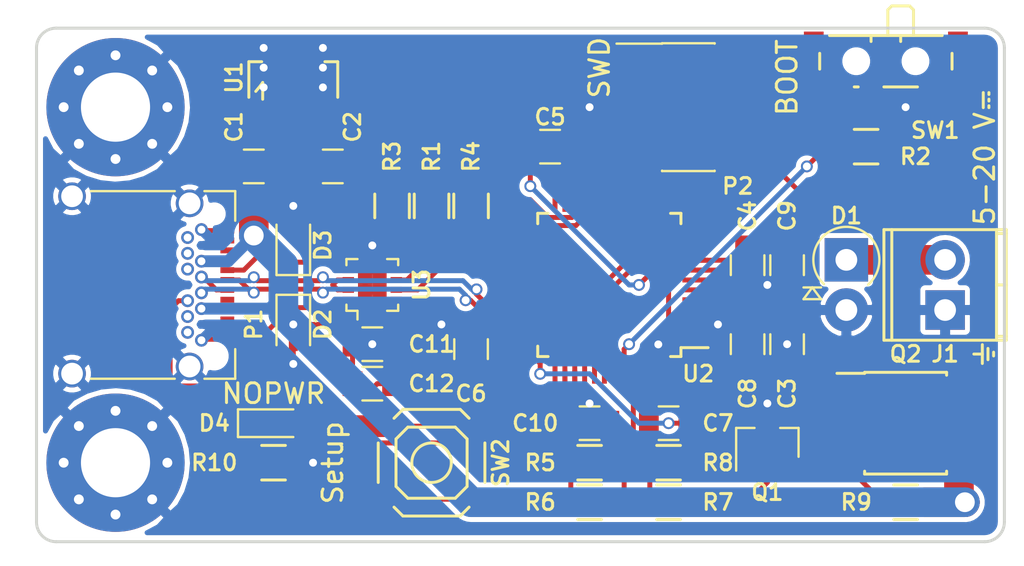
<source format=kicad_pcb>
(kicad_pcb (version 4) (host pcbnew 4.0.5)

  (general
    (links 119)
    (no_connects 0)
    (area 80.924999 56.924999 130.075001 83.075001)
    (thickness 1.6)
    (drawings 10)
    (tracks 382)
    (zones 0)
    (modules 38)
    (nets 65)
  )

  (page USLetter)
  (title_block
    (title "PD Buddy")
    (rev 0.1)
  )

  (layers
    (0 F.Cu signal)
    (31 B.Cu signal)
    (32 B.Adhes user)
    (33 F.Adhes user)
    (34 B.Paste user)
    (35 F.Paste user)
    (36 B.SilkS user)
    (37 F.SilkS user)
    (38 B.Mask user)
    (39 F.Mask user)
    (40 Dwgs.User user)
    (41 Cmts.User user)
    (42 Eco1.User user)
    (43 Eco2.User user)
    (44 Edge.Cuts user)
    (45 Margin user)
    (46 B.CrtYd user)
    (47 F.CrtYd user)
    (48 B.Fab user)
    (49 F.Fab user)
  )

  (setup
    (last_trace_width 0.25)
    (trace_clearance 0.16)
    (zone_clearance 0.254)
    (zone_45_only no)
    (trace_min 0.2)
    (segment_width 0.2)
    (edge_width 0.15)
    (via_size 0.6)
    (via_drill 0.4)
    (via_min_size 0.4)
    (via_min_drill 0.3)
    (uvia_size 0.3)
    (uvia_drill 0.1)
    (uvias_allowed no)
    (uvia_min_size 0.2)
    (uvia_min_drill 0.1)
    (pcb_text_width 0.3)
    (pcb_text_size 1.5 1.5)
    (mod_edge_width 0.15)
    (mod_text_size 0.8 0.8)
    (mod_text_width 0.15)
    (pad_size 1.524 1.524)
    (pad_drill 0.762)
    (pad_to_mask_clearance 0.125)
    (aux_axis_origin 0 0)
    (grid_origin 90 70)
    (visible_elements FFFFFF7F)
    (pcbplotparams
      (layerselection 0x00030_80000001)
      (usegerberextensions false)
      (excludeedgelayer true)
      (linewidth 0.100000)
      (plotframeref false)
      (viasonmask false)
      (mode 1)
      (useauxorigin false)
      (hpglpennumber 1)
      (hpglpenspeed 20)
      (hpglpendiameter 15)
      (hpglpenoverlay 2)
      (psnegative false)
      (psa4output false)
      (plotreference true)
      (plotvalue true)
      (plotinvisibletext false)
      (padsonsilk false)
      (subtractmaskfromsilk false)
      (outputformat 1)
      (mirror false)
      (drillshape 1)
      (scaleselection 1)
      (outputdirectory ""))
  )

  (net 0 "")
  (net 1 VBUS)
  (net 2 GND)
  (net 3 +3V3)
  (net 4 /Microcontroller/nRST)
  (net 5 "Net-(D1-Pad1)")
  (net 6 "/PD PHY/CC2")
  (net 7 "/PD PHY/CC1")
  (net 8 "Net-(P1-PadB8)")
  (net 9 "Net-(P1-PadB3)")
  (net 10 "Net-(P1-PadB10)")
  (net 11 "Net-(P1-PadB2)")
  (net 12 "Net-(P1-PadB11)")
  (net 13 "Net-(P1-PadA2)")
  (net 14 "Net-(P1-PadA3)")
  (net 15 "Net-(P1-PadA10)")
  (net 16 "Net-(P1-PadA8)")
  (net 17 "Net-(P1-PadA11)")
  (net 18 /Microcontroller/SWDIO)
  (net 19 /Microcontroller/SWCLK)
  (net 20 "Net-(P2-Pad6)")
  (net 21 "Net-(P2-Pad7)")
  (net 22 "Net-(P2-Pad8)")
  (net 23 "Net-(Q1-Pad1)")
  (net 24 "Net-(Q1-Pad2)")
  (net 25 /Microcontroller/INT_N)
  (net 26 "Net-(R2-Pad1)")
  (net 27 "Net-(R2-Pad2)")
  (net 28 /Microcontroller/SCL)
  (net 29 /Microcontroller/SDA)
  (net 30 "Net-(R5-Pad1)")
  (net 31 /Microcontroller/OUT_CTRL)
  (net 32 "Net-(U2-Pad2)")
  (net 33 "Net-(U2-Pad3)")
  (net 34 "Net-(U2-Pad4)")
  (net 35 "Net-(U2-Pad5)")
  (net 36 "Net-(U2-Pad6)")
  (net 37 "Net-(U2-Pad10)")
  (net 38 "Net-(U2-Pad11)")
  (net 39 "Net-(U2-Pad12)")
  (net 40 "Net-(U2-Pad13)")
  (net 41 "Net-(U2-Pad14)")
  (net 42 "Net-(U2-Pad15)")
  (net 43 "Net-(U2-Pad16)")
  (net 44 "Net-(U2-Pad17)")
  (net 45 "Net-(U2-Pad18)")
  (net 46 "Net-(U2-Pad19)")
  (net 47 "Net-(U2-Pad20)")
  (net 48 "Net-(U2-Pad26)")
  (net 49 "Net-(U2-Pad27)")
  (net 50 "Net-(U2-Pad28)")
  (net 51 "Net-(U2-Pad29)")
  (net 52 "Net-(U2-Pad30)")
  (net 53 "Net-(U2-Pad40)")
  (net 54 "Net-(U2-Pad46)")
  (net 55 VCONN)
  (net 56 "Net-(D4-Pad1)")
  (net 57 /Microcontroller/D+)
  (net 58 /Microcontroller/D-)
  (net 59 /Microcontroller/SETUP)
  (net 60 /Microcontroller/NOPWR)
  (net 61 "Net-(U2-Pad31)")
  (net 62 "Net-(U2-Pad41)")
  (net 63 "Net-(U2-Pad42)")
  (net 64 "Net-(U2-Pad43)")

  (net_class Default "This is the default net class."
    (clearance 0.16)
    (trace_width 0.25)
    (via_dia 0.6)
    (via_drill 0.4)
    (uvia_dia 0.3)
    (uvia_drill 0.1)
    (add_net +3V3)
    (add_net /Microcontroller/D+)
    (add_net /Microcontroller/D-)
    (add_net /Microcontroller/INT_N)
    (add_net /Microcontroller/NOPWR)
    (add_net /Microcontroller/OUT_CTRL)
    (add_net /Microcontroller/SCL)
    (add_net /Microcontroller/SDA)
    (add_net /Microcontroller/SETUP)
    (add_net /Microcontroller/SWCLK)
    (add_net /Microcontroller/SWDIO)
    (add_net /Microcontroller/nRST)
    (add_net "/PD PHY/CC1")
    (add_net "/PD PHY/CC2")
    (add_net GND)
    (add_net "Net-(D4-Pad1)")
    (add_net "Net-(P1-PadA10)")
    (add_net "Net-(P1-PadA11)")
    (add_net "Net-(P1-PadA2)")
    (add_net "Net-(P1-PadA3)")
    (add_net "Net-(P1-PadA8)")
    (add_net "Net-(P1-PadB10)")
    (add_net "Net-(P1-PadB11)")
    (add_net "Net-(P1-PadB2)")
    (add_net "Net-(P1-PadB3)")
    (add_net "Net-(P1-PadB8)")
    (add_net "Net-(P2-Pad6)")
    (add_net "Net-(P2-Pad7)")
    (add_net "Net-(P2-Pad8)")
    (add_net "Net-(Q1-Pad1)")
    (add_net "Net-(Q1-Pad2)")
    (add_net "Net-(R2-Pad1)")
    (add_net "Net-(R2-Pad2)")
    (add_net "Net-(R5-Pad1)")
    (add_net "Net-(U2-Pad10)")
    (add_net "Net-(U2-Pad11)")
    (add_net "Net-(U2-Pad12)")
    (add_net "Net-(U2-Pad13)")
    (add_net "Net-(U2-Pad14)")
    (add_net "Net-(U2-Pad15)")
    (add_net "Net-(U2-Pad16)")
    (add_net "Net-(U2-Pad17)")
    (add_net "Net-(U2-Pad18)")
    (add_net "Net-(U2-Pad19)")
    (add_net "Net-(U2-Pad2)")
    (add_net "Net-(U2-Pad20)")
    (add_net "Net-(U2-Pad26)")
    (add_net "Net-(U2-Pad27)")
    (add_net "Net-(U2-Pad28)")
    (add_net "Net-(U2-Pad29)")
    (add_net "Net-(U2-Pad3)")
    (add_net "Net-(U2-Pad30)")
    (add_net "Net-(U2-Pad31)")
    (add_net "Net-(U2-Pad4)")
    (add_net "Net-(U2-Pad40)")
    (add_net "Net-(U2-Pad41)")
    (add_net "Net-(U2-Pad42)")
    (add_net "Net-(U2-Pad43)")
    (add_net "Net-(U2-Pad46)")
    (add_net "Net-(U2-Pad5)")
    (add_net "Net-(U2-Pad6)")
    (add_net VBUS)
    (add_net VCONN)
  )

  (net_class Power ""
    (clearance 0.16)
    (trace_width 1.5)
    (via_dia 1.5)
    (via_drill 1)
    (uvia_dia 0.3)
    (uvia_drill 0.1)
    (add_net "Net-(D1-Pad1)")
  )

  (net_class Power_Small ""
    (clearance 0.16)
    (trace_width 0.6)
    (via_dia 0.6)
    (via_drill 0.4)
    (uvia_dia 0.3)
    (uvia_drill 0.1)
  )

  (module Capacitors_SMD:C_0805 (layer F.Cu) (tedit 5415D6EA) (tstamp 5892646D)
    (at 92 64)
    (descr "Capacitor SMD 0805, reflow soldering, AVX (see smccp.pdf)")
    (tags "capacitor 0805")
    (path /588F9A21/588FA3EC)
    (attr smd)
    (fp_text reference C1 (at -1 -2 90) (layer F.SilkS)
      (effects (font (size 0.8 0.8) (thickness 0.15)))
    )
    (fp_text value 1.0μF (at 0 2.1) (layer F.Fab)
      (effects (font (size 1 1) (thickness 0.15)))
    )
    (fp_line (start -1 0.625) (end -1 -0.625) (layer F.Fab) (width 0.1))
    (fp_line (start 1 0.625) (end -1 0.625) (layer F.Fab) (width 0.1))
    (fp_line (start 1 -0.625) (end 1 0.625) (layer F.Fab) (width 0.1))
    (fp_line (start -1 -0.625) (end 1 -0.625) (layer F.Fab) (width 0.1))
    (fp_line (start -1.8 -1) (end 1.8 -1) (layer F.CrtYd) (width 0.05))
    (fp_line (start -1.8 1) (end 1.8 1) (layer F.CrtYd) (width 0.05))
    (fp_line (start -1.8 -1) (end -1.8 1) (layer F.CrtYd) (width 0.05))
    (fp_line (start 1.8 -1) (end 1.8 1) (layer F.CrtYd) (width 0.05))
    (fp_line (start 0.5 -0.85) (end -0.5 -0.85) (layer F.SilkS) (width 0.12))
    (fp_line (start -0.5 0.85) (end 0.5 0.85) (layer F.SilkS) (width 0.12))
    (pad 1 smd rect (at -1 0) (size 1 1.25) (layers F.Cu F.Paste F.Mask)
      (net 1 VBUS))
    (pad 2 smd rect (at 1 0) (size 1 1.25) (layers F.Cu F.Paste F.Mask)
      (net 2 GND))
    (model Capacitors_SMD.3dshapes/C_0805.wrl
      (at (xyz 0 0 0))
      (scale (xyz 1 1 1))
      (rotate (xyz 0 0 0))
    )
  )

  (module Capacitors_SMD:C_0805 (layer F.Cu) (tedit 5415D6EA) (tstamp 5892647D)
    (at 96 64 180)
    (descr "Capacitor SMD 0805, reflow soldering, AVX (see smccp.pdf)")
    (tags "capacitor 0805")
    (path /588F9A21/588FA3E5)
    (attr smd)
    (fp_text reference C2 (at -1 2 270) (layer F.SilkS)
      (effects (font (size 0.8 0.8) (thickness 0.15)))
    )
    (fp_text value 2.2μF (at 0 2.1 180) (layer F.Fab)
      (effects (font (size 1 1) (thickness 0.15)))
    )
    (fp_line (start -1 0.625) (end -1 -0.625) (layer F.Fab) (width 0.1))
    (fp_line (start 1 0.625) (end -1 0.625) (layer F.Fab) (width 0.1))
    (fp_line (start 1 -0.625) (end 1 0.625) (layer F.Fab) (width 0.1))
    (fp_line (start -1 -0.625) (end 1 -0.625) (layer F.Fab) (width 0.1))
    (fp_line (start -1.8 -1) (end 1.8 -1) (layer F.CrtYd) (width 0.05))
    (fp_line (start -1.8 1) (end 1.8 1) (layer F.CrtYd) (width 0.05))
    (fp_line (start -1.8 -1) (end -1.8 1) (layer F.CrtYd) (width 0.05))
    (fp_line (start 1.8 -1) (end 1.8 1) (layer F.CrtYd) (width 0.05))
    (fp_line (start 0.5 -0.85) (end -0.5 -0.85) (layer F.SilkS) (width 0.12))
    (fp_line (start -0.5 0.85) (end 0.5 0.85) (layer F.SilkS) (width 0.12))
    (pad 1 smd rect (at -1 0 180) (size 1 1.25) (layers F.Cu F.Paste F.Mask)
      (net 3 +3V3))
    (pad 2 smd rect (at 1 0 180) (size 1 1.25) (layers F.Cu F.Paste F.Mask)
      (net 2 GND))
    (model Capacitors_SMD.3dshapes/C_0805.wrl
      (at (xyz 0 0 0))
      (scale (xyz 1 1 1))
      (rotate (xyz 0 0 0))
    )
  )

  (module Capacitors_SMD:C_0805 (layer F.Cu) (tedit 5415D6EA) (tstamp 5892648D)
    (at 119 73 90)
    (descr "Capacitor SMD 0805, reflow soldering, AVX (see smccp.pdf)")
    (tags "capacitor 0805")
    (path /588FD270/58915349)
    (attr smd)
    (fp_text reference C3 (at -2.5 0 90) (layer F.SilkS)
      (effects (font (size 0.8 0.8) (thickness 0.15)))
    )
    (fp_text value 0.1μF (at 0 2.1 90) (layer F.Fab)
      (effects (font (size 1 1) (thickness 0.15)))
    )
    (fp_line (start -1 0.625) (end -1 -0.625) (layer F.Fab) (width 0.1))
    (fp_line (start 1 0.625) (end -1 0.625) (layer F.Fab) (width 0.1))
    (fp_line (start 1 -0.625) (end 1 0.625) (layer F.Fab) (width 0.1))
    (fp_line (start -1 -0.625) (end 1 -0.625) (layer F.Fab) (width 0.1))
    (fp_line (start -1.8 -1) (end 1.8 -1) (layer F.CrtYd) (width 0.05))
    (fp_line (start -1.8 1) (end 1.8 1) (layer F.CrtYd) (width 0.05))
    (fp_line (start -1.8 -1) (end -1.8 1) (layer F.CrtYd) (width 0.05))
    (fp_line (start 1.8 -1) (end 1.8 1) (layer F.CrtYd) (width 0.05))
    (fp_line (start 0.5 -0.85) (end -0.5 -0.85) (layer F.SilkS) (width 0.12))
    (fp_line (start -0.5 0.85) (end 0.5 0.85) (layer F.SilkS) (width 0.12))
    (pad 1 smd rect (at -1 0 90) (size 1 1.25) (layers F.Cu F.Paste F.Mask)
      (net 2 GND))
    (pad 2 smd rect (at 1 0 90) (size 1 1.25) (layers F.Cu F.Paste F.Mask)
      (net 4 /Microcontroller/nRST))
    (model Capacitors_SMD.3dshapes/C_0805.wrl
      (at (xyz 0 0 0))
      (scale (xyz 1 1 1))
      (rotate (xyz 0 0 0))
    )
  )

  (module Capacitors_SMD:C_0805 (layer F.Cu) (tedit 5415D6EA) (tstamp 5892649D)
    (at 117 69 270)
    (descr "Capacitor SMD 0805, reflow soldering, AVX (see smccp.pdf)")
    (tags "capacitor 0805")
    (path /588FD270/58916B45)
    (attr smd)
    (fp_text reference C4 (at -2.5 0 270) (layer F.SilkS)
      (effects (font (size 0.8 0.8) (thickness 0.15)))
    )
    (fp_text value 0.1μF (at 0 2.1 270) (layer F.Fab)
      (effects (font (size 1 1) (thickness 0.15)))
    )
    (fp_line (start -1 0.625) (end -1 -0.625) (layer F.Fab) (width 0.1))
    (fp_line (start 1 0.625) (end -1 0.625) (layer F.Fab) (width 0.1))
    (fp_line (start 1 -0.625) (end 1 0.625) (layer F.Fab) (width 0.1))
    (fp_line (start -1 -0.625) (end 1 -0.625) (layer F.Fab) (width 0.1))
    (fp_line (start -1.8 -1) (end 1.8 -1) (layer F.CrtYd) (width 0.05))
    (fp_line (start -1.8 1) (end 1.8 1) (layer F.CrtYd) (width 0.05))
    (fp_line (start -1.8 -1) (end -1.8 1) (layer F.CrtYd) (width 0.05))
    (fp_line (start 1.8 -1) (end 1.8 1) (layer F.CrtYd) (width 0.05))
    (fp_line (start 0.5 -0.85) (end -0.5 -0.85) (layer F.SilkS) (width 0.12))
    (fp_line (start -0.5 0.85) (end 0.5 0.85) (layer F.SilkS) (width 0.12))
    (pad 1 smd rect (at -1 0 270) (size 1 1.25) (layers F.Cu F.Paste F.Mask)
      (net 3 +3V3))
    (pad 2 smd rect (at 1 0 270) (size 1 1.25) (layers F.Cu F.Paste F.Mask)
      (net 2 GND))
    (model Capacitors_SMD.3dshapes/C_0805.wrl
      (at (xyz 0 0 0))
      (scale (xyz 1 1 1))
      (rotate (xyz 0 0 0))
    )
  )

  (module Capacitors_SMD:C_0805 (layer F.Cu) (tedit 5415D6EA) (tstamp 589264AD)
    (at 107 63)
    (descr "Capacitor SMD 0805, reflow soldering, AVX (see smccp.pdf)")
    (tags "capacitor 0805")
    (path /588FD270/58916CE3)
    (attr smd)
    (fp_text reference C5 (at 0 -1.5) (layer F.SilkS)
      (effects (font (size 0.8 0.8) (thickness 0.15)))
    )
    (fp_text value 0.1μF (at 0 2.1) (layer F.Fab)
      (effects (font (size 1 1) (thickness 0.15)))
    )
    (fp_line (start -1 0.625) (end -1 -0.625) (layer F.Fab) (width 0.1))
    (fp_line (start 1 0.625) (end -1 0.625) (layer F.Fab) (width 0.1))
    (fp_line (start 1 -0.625) (end 1 0.625) (layer F.Fab) (width 0.1))
    (fp_line (start -1 -0.625) (end 1 -0.625) (layer F.Fab) (width 0.1))
    (fp_line (start -1.8 -1) (end 1.8 -1) (layer F.CrtYd) (width 0.05))
    (fp_line (start -1.8 1) (end 1.8 1) (layer F.CrtYd) (width 0.05))
    (fp_line (start -1.8 -1) (end -1.8 1) (layer F.CrtYd) (width 0.05))
    (fp_line (start 1.8 -1) (end 1.8 1) (layer F.CrtYd) (width 0.05))
    (fp_line (start 0.5 -0.85) (end -0.5 -0.85) (layer F.SilkS) (width 0.12))
    (fp_line (start -0.5 0.85) (end 0.5 0.85) (layer F.SilkS) (width 0.12))
    (pad 1 smd rect (at -1 0) (size 1 1.25) (layers F.Cu F.Paste F.Mask)
      (net 3 +3V3))
    (pad 2 smd rect (at 1 0) (size 1 1.25) (layers F.Cu F.Paste F.Mask)
      (net 2 GND))
    (model Capacitors_SMD.3dshapes/C_0805.wrl
      (at (xyz 0 0 0))
      (scale (xyz 1 1 1))
      (rotate (xyz 0 0 0))
    )
  )

  (module Capacitors_SMD:C_0805 (layer F.Cu) (tedit 5415D6EA) (tstamp 589264BD)
    (at 103 73.25 90)
    (descr "Capacitor SMD 0805, reflow soldering, AVX (see smccp.pdf)")
    (tags "capacitor 0805")
    (path /588FD270/58916D15)
    (attr smd)
    (fp_text reference C6 (at -2.25 0 180) (layer F.SilkS)
      (effects (font (size 0.8 0.8) (thickness 0.15)))
    )
    (fp_text value 0.1μF (at 0 2.1 90) (layer F.Fab)
      (effects (font (size 1 1) (thickness 0.15)))
    )
    (fp_line (start -1 0.625) (end -1 -0.625) (layer F.Fab) (width 0.1))
    (fp_line (start 1 0.625) (end -1 0.625) (layer F.Fab) (width 0.1))
    (fp_line (start 1 -0.625) (end 1 0.625) (layer F.Fab) (width 0.1))
    (fp_line (start -1 -0.625) (end 1 -0.625) (layer F.Fab) (width 0.1))
    (fp_line (start -1.8 -1) (end 1.8 -1) (layer F.CrtYd) (width 0.05))
    (fp_line (start -1.8 1) (end 1.8 1) (layer F.CrtYd) (width 0.05))
    (fp_line (start -1.8 -1) (end -1.8 1) (layer F.CrtYd) (width 0.05))
    (fp_line (start 1.8 -1) (end 1.8 1) (layer F.CrtYd) (width 0.05))
    (fp_line (start 0.5 -0.85) (end -0.5 -0.85) (layer F.SilkS) (width 0.12))
    (fp_line (start -0.5 0.85) (end 0.5 0.85) (layer F.SilkS) (width 0.12))
    (pad 1 smd rect (at -1 0 90) (size 1 1.25) (layers F.Cu F.Paste F.Mask)
      (net 3 +3V3))
    (pad 2 smd rect (at 1 0 90) (size 1 1.25) (layers F.Cu F.Paste F.Mask)
      (net 2 GND))
    (model Capacitors_SMD.3dshapes/C_0805.wrl
      (at (xyz 0 0 0))
      (scale (xyz 1 1 1))
      (rotate (xyz 0 0 0))
    )
  )

  (module Capacitors_SMD:C_0805 (layer F.Cu) (tedit 5415D6EA) (tstamp 589264CD)
    (at 113 77 180)
    (descr "Capacitor SMD 0805, reflow soldering, AVX (see smccp.pdf)")
    (tags "capacitor 0805")
    (path /588FD270/58916F18)
    (attr smd)
    (fp_text reference C7 (at -2.5 0 180) (layer F.SilkS)
      (effects (font (size 0.8 0.8) (thickness 0.15)))
    )
    (fp_text value 0.1μF (at 0 2.1 180) (layer F.Fab)
      (effects (font (size 1 1) (thickness 0.15)))
    )
    (fp_line (start -1 0.625) (end -1 -0.625) (layer F.Fab) (width 0.1))
    (fp_line (start 1 0.625) (end -1 0.625) (layer F.Fab) (width 0.1))
    (fp_line (start 1 -0.625) (end 1 0.625) (layer F.Fab) (width 0.1))
    (fp_line (start -1 -0.625) (end 1 -0.625) (layer F.Fab) (width 0.1))
    (fp_line (start -1.8 -1) (end 1.8 -1) (layer F.CrtYd) (width 0.05))
    (fp_line (start -1.8 1) (end 1.8 1) (layer F.CrtYd) (width 0.05))
    (fp_line (start -1.8 -1) (end -1.8 1) (layer F.CrtYd) (width 0.05))
    (fp_line (start 1.8 -1) (end 1.8 1) (layer F.CrtYd) (width 0.05))
    (fp_line (start 0.5 -0.85) (end -0.5 -0.85) (layer F.SilkS) (width 0.12))
    (fp_line (start -0.5 0.85) (end 0.5 0.85) (layer F.SilkS) (width 0.12))
    (pad 1 smd rect (at -1 0 180) (size 1 1.25) (layers F.Cu F.Paste F.Mask)
      (net 3 +3V3))
    (pad 2 smd rect (at 1 0 180) (size 1 1.25) (layers F.Cu F.Paste F.Mask)
      (net 2 GND))
    (model Capacitors_SMD.3dshapes/C_0805.wrl
      (at (xyz 0 0 0))
      (scale (xyz 1 1 1))
      (rotate (xyz 0 0 0))
    )
  )

  (module Capacitors_SMD:C_0805 (layer F.Cu) (tedit 5415D6EA) (tstamp 589264DD)
    (at 117 73 90)
    (descr "Capacitor SMD 0805, reflow soldering, AVX (see smccp.pdf)")
    (tags "capacitor 0805")
    (path /588FD270/5891738A)
    (attr smd)
    (fp_text reference C8 (at -2.5 0 90) (layer F.SilkS)
      (effects (font (size 0.8 0.8) (thickness 0.15)))
    )
    (fp_text value 0.1μF (at 0 2.1 90) (layer F.Fab)
      (effects (font (size 1 1) (thickness 0.15)))
    )
    (fp_line (start -1 0.625) (end -1 -0.625) (layer F.Fab) (width 0.1))
    (fp_line (start 1 0.625) (end -1 0.625) (layer F.Fab) (width 0.1))
    (fp_line (start 1 -0.625) (end 1 0.625) (layer F.Fab) (width 0.1))
    (fp_line (start -1 -0.625) (end 1 -0.625) (layer F.Fab) (width 0.1))
    (fp_line (start -1.8 -1) (end 1.8 -1) (layer F.CrtYd) (width 0.05))
    (fp_line (start -1.8 1) (end 1.8 1) (layer F.CrtYd) (width 0.05))
    (fp_line (start -1.8 -1) (end -1.8 1) (layer F.CrtYd) (width 0.05))
    (fp_line (start 1.8 -1) (end 1.8 1) (layer F.CrtYd) (width 0.05))
    (fp_line (start 0.5 -0.85) (end -0.5 -0.85) (layer F.SilkS) (width 0.12))
    (fp_line (start -0.5 0.85) (end 0.5 0.85) (layer F.SilkS) (width 0.12))
    (pad 1 smd rect (at -1 0 90) (size 1 1.25) (layers F.Cu F.Paste F.Mask)
      (net 3 +3V3))
    (pad 2 smd rect (at 1 0 90) (size 1 1.25) (layers F.Cu F.Paste F.Mask)
      (net 2 GND))
    (model Capacitors_SMD.3dshapes/C_0805.wrl
      (at (xyz 0 0 0))
      (scale (xyz 1 1 1))
      (rotate (xyz 0 0 0))
    )
  )

  (module Capacitors_SMD:C_0805 (layer F.Cu) (tedit 5415D6EA) (tstamp 589264ED)
    (at 119 69 270)
    (descr "Capacitor SMD 0805, reflow soldering, AVX (see smccp.pdf)")
    (tags "capacitor 0805")
    (path /588FD270/58917041)
    (attr smd)
    (fp_text reference C9 (at -2.5 0 270) (layer F.SilkS)
      (effects (font (size 0.8 0.8) (thickness 0.15)))
    )
    (fp_text value 1μF (at 0 2.1 270) (layer F.Fab)
      (effects (font (size 1 1) (thickness 0.15)))
    )
    (fp_line (start -1 0.625) (end -1 -0.625) (layer F.Fab) (width 0.1))
    (fp_line (start 1 0.625) (end -1 0.625) (layer F.Fab) (width 0.1))
    (fp_line (start 1 -0.625) (end 1 0.625) (layer F.Fab) (width 0.1))
    (fp_line (start -1 -0.625) (end 1 -0.625) (layer F.Fab) (width 0.1))
    (fp_line (start -1.8 -1) (end 1.8 -1) (layer F.CrtYd) (width 0.05))
    (fp_line (start -1.8 1) (end 1.8 1) (layer F.CrtYd) (width 0.05))
    (fp_line (start -1.8 -1) (end -1.8 1) (layer F.CrtYd) (width 0.05))
    (fp_line (start 1.8 -1) (end 1.8 1) (layer F.CrtYd) (width 0.05))
    (fp_line (start 0.5 -0.85) (end -0.5 -0.85) (layer F.SilkS) (width 0.12))
    (fp_line (start -0.5 0.85) (end 0.5 0.85) (layer F.SilkS) (width 0.12))
    (pad 1 smd rect (at -1 0 270) (size 1 1.25) (layers F.Cu F.Paste F.Mask)
      (net 3 +3V3))
    (pad 2 smd rect (at 1 0 270) (size 1 1.25) (layers F.Cu F.Paste F.Mask)
      (net 2 GND))
    (model Capacitors_SMD.3dshapes/C_0805.wrl
      (at (xyz 0 0 0))
      (scale (xyz 1 1 1))
      (rotate (xyz 0 0 0))
    )
  )

  (module Capacitors_SMD:C_0805 (layer F.Cu) (tedit 5415D6EA) (tstamp 589264FD)
    (at 109 77)
    (descr "Capacitor SMD 0805, reflow soldering, AVX (see smccp.pdf)")
    (tags "capacitor 0805")
    (path /588FD270/589288E4)
    (attr smd)
    (fp_text reference C10 (at -2.75 0) (layer F.SilkS)
      (effects (font (size 0.8 0.8) (thickness 0.15)))
    )
    (fp_text value 0.1μF (at 0 2.1) (layer F.Fab)
      (effects (font (size 1 1) (thickness 0.15)))
    )
    (fp_line (start -1 0.625) (end -1 -0.625) (layer F.Fab) (width 0.1))
    (fp_line (start 1 0.625) (end -1 0.625) (layer F.Fab) (width 0.1))
    (fp_line (start 1 -0.625) (end 1 0.625) (layer F.Fab) (width 0.1))
    (fp_line (start -1 -0.625) (end 1 -0.625) (layer F.Fab) (width 0.1))
    (fp_line (start -1.8 -1) (end 1.8 -1) (layer F.CrtYd) (width 0.05))
    (fp_line (start -1.8 1) (end 1.8 1) (layer F.CrtYd) (width 0.05))
    (fp_line (start -1.8 -1) (end -1.8 1) (layer F.CrtYd) (width 0.05))
    (fp_line (start 1.8 -1) (end 1.8 1) (layer F.CrtYd) (width 0.05))
    (fp_line (start 0.5 -0.85) (end -0.5 -0.85) (layer F.SilkS) (width 0.12))
    (fp_line (start -0.5 0.85) (end 0.5 0.85) (layer F.SilkS) (width 0.12))
    (pad 1 smd rect (at -1 0) (size 1 1.25) (layers F.Cu F.Paste F.Mask)
      (net 59 /Microcontroller/SETUP))
    (pad 2 smd rect (at 1 0) (size 1 1.25) (layers F.Cu F.Paste F.Mask)
      (net 2 GND))
    (model Capacitors_SMD.3dshapes/C_0805.wrl
      (at (xyz 0 0 0))
      (scale (xyz 1 1 1))
      (rotate (xyz 0 0 0))
    )
  )

  (module Capacitors_SMD:C_0805 (layer F.Cu) (tedit 5415D6EA) (tstamp 5892650D)
    (at 98 73 180)
    (descr "Capacitor SMD 0805, reflow soldering, AVX (see smccp.pdf)")
    (tags "capacitor 0805")
    (path /588FB1D7/5892A168)
    (attr smd)
    (fp_text reference C11 (at -3 0 180) (layer F.SilkS)
      (effects (font (size 0.8 0.8) (thickness 0.15)))
    )
    (fp_text value 0.1μF (at 0 2.1 180) (layer F.Fab)
      (effects (font (size 1 1) (thickness 0.15)))
    )
    (fp_line (start -1 0.625) (end -1 -0.625) (layer F.Fab) (width 0.1))
    (fp_line (start 1 0.625) (end -1 0.625) (layer F.Fab) (width 0.1))
    (fp_line (start 1 -0.625) (end 1 0.625) (layer F.Fab) (width 0.1))
    (fp_line (start -1 -0.625) (end 1 -0.625) (layer F.Fab) (width 0.1))
    (fp_line (start -1.8 -1) (end 1.8 -1) (layer F.CrtYd) (width 0.05))
    (fp_line (start -1.8 1) (end 1.8 1) (layer F.CrtYd) (width 0.05))
    (fp_line (start -1.8 -1) (end -1.8 1) (layer F.CrtYd) (width 0.05))
    (fp_line (start 1.8 -1) (end 1.8 1) (layer F.CrtYd) (width 0.05))
    (fp_line (start 0.5 -0.85) (end -0.5 -0.85) (layer F.SilkS) (width 0.12))
    (fp_line (start -0.5 0.85) (end 0.5 0.85) (layer F.SilkS) (width 0.12))
    (pad 1 smd rect (at -1 0 180) (size 1 1.25) (layers F.Cu F.Paste F.Mask)
      (net 3 +3V3))
    (pad 2 smd rect (at 1 0 180) (size 1 1.25) (layers F.Cu F.Paste F.Mask)
      (net 2 GND))
    (model Capacitors_SMD.3dshapes/C_0805.wrl
      (at (xyz 0 0 0))
      (scale (xyz 1 1 1))
      (rotate (xyz 0 0 0))
    )
  )

  (module Capacitors_SMD:C_0805 (layer F.Cu) (tedit 5415D6EA) (tstamp 5892651D)
    (at 98 75 180)
    (descr "Capacitor SMD 0805, reflow soldering, AVX (see smccp.pdf)")
    (tags "capacitor 0805")
    (path /588FB1D7/5892A19A)
    (attr smd)
    (fp_text reference C12 (at -3 0 180) (layer F.SilkS)
      (effects (font (size 0.8 0.8) (thickness 0.15)))
    )
    (fp_text value 1μF (at 0 2.1 180) (layer F.Fab)
      (effects (font (size 1 1) (thickness 0.15)))
    )
    (fp_line (start -1 0.625) (end -1 -0.625) (layer F.Fab) (width 0.1))
    (fp_line (start 1 0.625) (end -1 0.625) (layer F.Fab) (width 0.1))
    (fp_line (start 1 -0.625) (end 1 0.625) (layer F.Fab) (width 0.1))
    (fp_line (start -1 -0.625) (end 1 -0.625) (layer F.Fab) (width 0.1))
    (fp_line (start -1.8 -1) (end 1.8 -1) (layer F.CrtYd) (width 0.05))
    (fp_line (start -1.8 1) (end 1.8 1) (layer F.CrtYd) (width 0.05))
    (fp_line (start -1.8 -1) (end -1.8 1) (layer F.CrtYd) (width 0.05))
    (fp_line (start 1.8 -1) (end 1.8 1) (layer F.CrtYd) (width 0.05))
    (fp_line (start 0.5 -0.85) (end -0.5 -0.85) (layer F.SilkS) (width 0.12))
    (fp_line (start -0.5 0.85) (end 0.5 0.85) (layer F.SilkS) (width 0.12))
    (pad 1 smd rect (at -1 0 180) (size 1 1.25) (layers F.Cu F.Paste F.Mask)
      (net 3 +3V3))
    (pad 2 smd rect (at 1 0 180) (size 1 1.25) (layers F.Cu F.Paste F.Mask)
      (net 2 GND))
    (model Capacitors_SMD.3dshapes/C_0805.wrl
      (at (xyz 0 0 0))
      (scale (xyz 1 1 1))
      (rotate (xyz 0 0 0))
    )
  )

  (module Diodes_THT:D_DO-41_SOD81_P2.54mm_Vertical_AnodeUp (layer F.Cu) (tedit 5877C982) (tstamp 5892652F)
    (at 122 68.73 270)
    (descr "D, DO-41_SOD81 series, Axial, Vertical, pin pitch=2.54mm, , length*diameter=5.2*2.7mm^2, , http://www.diodes.com/_files/packages/DO-41%20(Plastic).pdf")
    (tags "D DO-41_SOD81 series Axial Vertical pin pitch 2.54mm  length 5.2mm diameter 2.7mm")
    (path /588FA3A4/58925D4E)
    (fp_text reference D1 (at -2.23 0 360) (layer F.SilkS)
      (effects (font (size 0.8 0.8) (thickness 0.15)))
    )
    (fp_text value 1N5819 (at 1.27 3.579635 270) (layer F.Fab)
      (effects (font (size 1 1) (thickness 0.15)))
    )
    (fp_arc (start 0 0) (end 1.257516 -1.1) (angle -276.1) (layer F.SilkS) (width 0.12))
    (fp_circle (center 0 0) (end 1.35 0) (layer F.Fab) (width 0.1))
    (fp_line (start 0 0) (end 2.54 0) (layer F.Fab) (width 0.1))
    (fp_line (start 1.397 1.28) (end 1.397 2.169) (layer F.SilkS) (width 0.12))
    (fp_line (start 1.397 1.7245) (end 1.989667 1.28) (layer F.SilkS) (width 0.12))
    (fp_line (start 1.989667 1.28) (end 1.989667 2.169) (layer F.SilkS) (width 0.12))
    (fp_line (start 1.989667 2.169) (end 1.397 1.7245) (layer F.SilkS) (width 0.12))
    (fp_line (start -1.7 -1.95) (end -1.7 1.95) (layer F.CrtYd) (width 0.05))
    (fp_line (start -1.7 1.95) (end 3.95 1.95) (layer F.CrtYd) (width 0.05))
    (fp_line (start 3.95 1.95) (end 3.95 -1.95) (layer F.CrtYd) (width 0.05))
    (fp_line (start 3.95 -1.95) (end -1.7 -1.95) (layer F.CrtYd) (width 0.05))
    (fp_text user K (at -2.390635 0 270) (layer F.Fab)
      (effects (font (size 1 1) (thickness 0.15)))
    )
    (pad 1 thru_hole rect (at 0 0 270) (size 2.2 2.2) (drill 1.1) (layers *.Cu *.Mask)
      (net 5 "Net-(D1-Pad1)"))
    (pad 2 thru_hole oval (at 2.54 0 270) (size 2.2 2.2) (drill 1.1) (layers *.Cu *.Mask)
      (net 2 GND))
    (model Diodes_ThroughHole.3dshapes/D_DO-41_SOD81_P2.54mm_Vertical_AnodeUp.wrl
      (at (xyz 0 0 0))
      (scale (xyz 0.393701 0.393701 0.393701))
      (rotate (xyz 0 0 0))
    )
  )

  (module Diodes_SMD:D_SOD-323 (layer F.Cu) (tedit 58641739) (tstamp 58926546)
    (at 94 72 270)
    (descr SOD-323)
    (tags SOD-323)
    (path /588FB1D7/588FB3E3)
    (attr smd)
    (fp_text reference D2 (at 0 -1.5 270) (layer F.SilkS)
      (effects (font (size 0.8 0.8) (thickness 0.15)))
    )
    (fp_text value CZRF52C5V6 (at 0.1 1.9 270) (layer F.Fab)
      (effects (font (size 1 1) (thickness 0.15)))
    )
    (fp_line (start -1.5 -0.85) (end -1.5 0.85) (layer F.SilkS) (width 0.12))
    (fp_line (start 0.2 0) (end 0.45 0) (layer F.Fab) (width 0.1))
    (fp_line (start 0.2 0.35) (end -0.3 0) (layer F.Fab) (width 0.1))
    (fp_line (start 0.2 -0.35) (end 0.2 0.35) (layer F.Fab) (width 0.1))
    (fp_line (start -0.3 0) (end 0.2 -0.35) (layer F.Fab) (width 0.1))
    (fp_line (start -0.3 0) (end -0.5 0) (layer F.Fab) (width 0.1))
    (fp_line (start -0.3 -0.35) (end -0.3 0.35) (layer F.Fab) (width 0.1))
    (fp_line (start -0.9 0.7) (end -0.9 -0.7) (layer F.Fab) (width 0.1))
    (fp_line (start 0.9 0.7) (end -0.9 0.7) (layer F.Fab) (width 0.1))
    (fp_line (start 0.9 -0.7) (end 0.9 0.7) (layer F.Fab) (width 0.1))
    (fp_line (start -0.9 -0.7) (end 0.9 -0.7) (layer F.Fab) (width 0.1))
    (fp_line (start -1.6 -0.95) (end 1.6 -0.95) (layer F.CrtYd) (width 0.05))
    (fp_line (start 1.6 -0.95) (end 1.6 0.95) (layer F.CrtYd) (width 0.05))
    (fp_line (start -1.6 0.95) (end 1.6 0.95) (layer F.CrtYd) (width 0.05))
    (fp_line (start -1.6 -0.95) (end -1.6 0.95) (layer F.CrtYd) (width 0.05))
    (fp_line (start -1.5 0.85) (end 1.05 0.85) (layer F.SilkS) (width 0.12))
    (fp_line (start -1.5 -0.85) (end 1.05 -0.85) (layer F.SilkS) (width 0.12))
    (pad 1 smd rect (at -1.05 0 270) (size 0.6 0.45) (layers F.Cu F.Paste F.Mask)
      (net 6 "/PD PHY/CC2"))
    (pad 2 smd rect (at 1.05 0 270) (size 0.6 0.45) (layers F.Cu F.Paste F.Mask)
      (net 2 GND))
    (model Diodes_SMD.3dshapes/D_SOD-323.wrl
      (at (xyz 0 0 0))
      (scale (xyz 1 1 1))
      (rotate (xyz 0 0 180))
    )
  )

  (module Diodes_SMD:D_SOD-323 (layer F.Cu) (tedit 58641739) (tstamp 5892655D)
    (at 94 68 90)
    (descr SOD-323)
    (tags SOD-323)
    (path /588FB1D7/588FB500)
    (attr smd)
    (fp_text reference D3 (at 0 1.5 90) (layer F.SilkS)
      (effects (font (size 0.8 0.8) (thickness 0.15)))
    )
    (fp_text value CZRF52C5V6 (at 0.1 1.9 90) (layer F.Fab)
      (effects (font (size 1 1) (thickness 0.15)))
    )
    (fp_line (start -1.5 -0.85) (end -1.5 0.85) (layer F.SilkS) (width 0.12))
    (fp_line (start 0.2 0) (end 0.45 0) (layer F.Fab) (width 0.1))
    (fp_line (start 0.2 0.35) (end -0.3 0) (layer F.Fab) (width 0.1))
    (fp_line (start 0.2 -0.35) (end 0.2 0.35) (layer F.Fab) (width 0.1))
    (fp_line (start -0.3 0) (end 0.2 -0.35) (layer F.Fab) (width 0.1))
    (fp_line (start -0.3 0) (end -0.5 0) (layer F.Fab) (width 0.1))
    (fp_line (start -0.3 -0.35) (end -0.3 0.35) (layer F.Fab) (width 0.1))
    (fp_line (start -0.9 0.7) (end -0.9 -0.7) (layer F.Fab) (width 0.1))
    (fp_line (start 0.9 0.7) (end -0.9 0.7) (layer F.Fab) (width 0.1))
    (fp_line (start 0.9 -0.7) (end 0.9 0.7) (layer F.Fab) (width 0.1))
    (fp_line (start -0.9 -0.7) (end 0.9 -0.7) (layer F.Fab) (width 0.1))
    (fp_line (start -1.6 -0.95) (end 1.6 -0.95) (layer F.CrtYd) (width 0.05))
    (fp_line (start 1.6 -0.95) (end 1.6 0.95) (layer F.CrtYd) (width 0.05))
    (fp_line (start -1.6 0.95) (end 1.6 0.95) (layer F.CrtYd) (width 0.05))
    (fp_line (start -1.6 -0.95) (end -1.6 0.95) (layer F.CrtYd) (width 0.05))
    (fp_line (start -1.5 0.85) (end 1.05 0.85) (layer F.SilkS) (width 0.12))
    (fp_line (start -1.5 -0.85) (end 1.05 -0.85) (layer F.SilkS) (width 0.12))
    (pad 1 smd rect (at -1.05 0 90) (size 0.6 0.45) (layers F.Cu F.Paste F.Mask)
      (net 7 "/PD PHY/CC1"))
    (pad 2 smd rect (at 1.05 0 90) (size 0.6 0.45) (layers F.Cu F.Paste F.Mask)
      (net 2 GND))
    (model Diodes_SMD.3dshapes/D_SOD-323.wrl
      (at (xyz 0 0 0))
      (scale (xyz 1 1 1))
      (rotate (xyz 0 0 180))
    )
  )

  (module Connectors_Terminal_Blocks:TerminalBlock_Pheonix_MPT-2.54mm_2pol (layer F.Cu) (tedit 58939D8C) (tstamp 58926570)
    (at 127 71.27 90)
    (descr "2-way 2.54mm pitch terminal block, Phoenix MPT series")
    (path /588FA3A4/588FA688)
    (fp_text reference J1 (at -2.23 0 180) (layer F.SilkS)
      (effects (font (size 0.8 0.8) (thickness 0.15)))
    )
    (fp_text value "5-20 V⎓" (at 7.77 2 270) (layer F.SilkS)
      (effects (font (size 1 1) (thickness 0.15)))
    )
    (fp_line (start -1.7 -3.3) (end 4.3 -3.3) (layer F.CrtYd) (width 0.05))
    (fp_line (start -1.7 3.3) (end -1.7 -3.3) (layer F.CrtYd) (width 0.05))
    (fp_line (start 4.3 3.3) (end -1.7 3.3) (layer F.CrtYd) (width 0.05))
    (fp_line (start 4.3 -3.3) (end 4.3 3.3) (layer F.CrtYd) (width 0.05))
    (fp_line (start 4.06908 2.60096) (end -1.52908 2.60096) (layer F.SilkS) (width 0.15))
    (fp_line (start -1.33096 3.0988) (end -1.33096 2.60096) (layer F.SilkS) (width 0.15))
    (fp_line (start 3.87096 2.60096) (end 3.87096 3.0988) (layer F.SilkS) (width 0.15))
    (fp_line (start 1.27 3.0988) (end 1.27 2.60096) (layer F.SilkS) (width 0.15))
    (fp_line (start -1.52908 -2.70002) (end 4.06908 -2.70002) (layer F.SilkS) (width 0.15))
    (fp_line (start -1.52908 3.0988) (end 4.06908 3.0988) (layer F.SilkS) (width 0.15))
    (fp_line (start 4.06908 3.0988) (end 4.06908 -3.0988) (layer F.SilkS) (width 0.15))
    (fp_line (start 4.06908 -3.0988) (end -1.52908 -3.0988) (layer F.SilkS) (width 0.15))
    (fp_line (start -1.52908 -3.0988) (end -1.52908 3.0988) (layer F.SilkS) (width 0.15))
    (pad 2 thru_hole oval (at 2.54 0 90) (size 1.99898 1.99898) (drill 1.09728) (layers *.Cu *.Mask)
      (net 5 "Net-(D1-Pad1)"))
    (pad 1 thru_hole rect (at 0 0 90) (size 1.99898 1.99898) (drill 1.09728) (layers *.Cu *.Mask)
      (net 2 GND))
    (model Terminal_Blocks.3dshapes/TerminalBlock_Pheonix_MPT-2.54mm_2pol.wrl
      (at (xyz 0.05 0 0))
      (scale (xyz 1 1 1))
      (rotate (xyz 0 0 0))
    )
  )

  (module pd-buddy:Amphenol-12401548E4#2A (layer F.Cu) (tedit 58939CE9) (tstamp 58926598)
    (at 90 70 270)
    (path /588FA5F7/588FA6A2)
    (fp_text reference P1 (at 2 -2 270) (layer F.SilkS)
      (effects (font (size 0.8 0.8) (thickness 0.15)))
    )
    (fp_text value 12401548E4#2A (at 0 10 270) (layer F.Fab)
      (effects (font (size 1 1) (thickness 0.15)))
    )
    (fp_line (start 3.25 -1.06) (end 4.75 -1.06) (layer F.SilkS) (width 0.12))
    (fp_line (start 4.75 -1.06) (end 4.75 0.5) (layer F.SilkS) (width 0.12))
    (fp_line (start -4.75 -1.06) (end -4.75 0.5) (layer F.SilkS) (width 0.12))
    (fp_line (start -4.75 -1.06) (end -3.25 -1.06) (layer F.SilkS) (width 0.12))
    (fp_line (start 4.75 2) (end 4.75 6.25) (layer F.SilkS) (width 0.12))
    (fp_line (start -4.75 2) (end -4.75 6.25) (layer F.SilkS) (width 0.12))
    (pad B6 thru_hole circle (at 0.4 0.65 270) (size 0.65 0.65) (drill 0.4) (layers *.Cu *.Mask)
      (net 57 /Microcontroller/D+))
    (pad B7 thru_hole circle (at -0.4 0.65 270) (size 0.65 0.65) (drill 0.4) (layers *.Cu *.Mask)
      (net 58 /Microcontroller/D-))
    (pad SH thru_hole circle (at -4.13 1.25 270) (size 1.4 1.4) (drill 1.1) (layers *.Cu *.Mask)
      (net 2 GND))
    (pad B9 thru_hole circle (at -1.2 0.65 270) (size 0.65 0.65) (drill 0.4) (layers *.Cu *.Mask)
      (net 1 VBUS))
    (pad B4 thru_hole circle (at 1.2 0.65 270) (size 0.65 0.65) (drill 0.4) (layers *.Cu *.Mask)
      (net 1 VBUS))
    (pad B12 thru_hole circle (at -2.8 0.65 270) (size 0.65 0.65) (drill 0.4) (layers *.Cu *.Mask)
      (net 2 GND))
    (pad B5 thru_hole circle (at 0.8 1.35 270) (size 0.65 0.65) (drill 0.4) (layers *.Cu *.Mask)
      (net 6 "/PD PHY/CC2"))
    (pad B8 thru_hole circle (at -0.8 1.35 270) (size 0.65 0.65) (drill 0.4) (layers *.Cu *.Mask)
      (net 8 "Net-(P1-PadB8)"))
    (pad B3 thru_hole circle (at 1.6 1.35 270) (size 0.65 0.65) (drill 0.4) (layers *.Cu *.Mask)
      (net 9 "Net-(P1-PadB3)"))
    (pad B10 thru_hole circle (at -1.6 1.35 270) (size 0.65 0.65) (drill 0.4) (layers *.Cu *.Mask)
      (net 10 "Net-(P1-PadB10)"))
    (pad B2 thru_hole circle (at 2.4 1.35 270) (size 0.65 0.65) (drill 0.4) (layers *.Cu *.Mask)
      (net 11 "Net-(P1-PadB2)"))
    (pad B11 thru_hole circle (at -2.4 1.35 270) (size 0.65 0.65) (drill 0.4) (layers *.Cu *.Mask)
      (net 12 "Net-(P1-PadB11)"))
    (pad A1 smd rect (at -2.75 -0.66 270) (size 0.3 0.7) (layers F.Cu F.Paste F.Mask)
      (net 2 GND))
    (pad A2 smd rect (at -2.25 -0.66 270) (size 0.3 0.7) (layers F.Cu F.Paste F.Mask)
      (net 13 "Net-(P1-PadA2)"))
    (pad A3 smd rect (at -1.75 -0.66 270) (size 0.3 0.7) (layers F.Cu F.Paste F.Mask)
      (net 14 "Net-(P1-PadA3)"))
    (pad A4 smd rect (at -1.25 -0.66 270) (size 0.3 0.7) (layers F.Cu F.Paste F.Mask)
      (net 1 VBUS))
    (pad A5 smd rect (at -0.75 -0.66 270) (size 0.3 0.7) (layers F.Cu F.Paste F.Mask)
      (net 7 "/PD PHY/CC1"))
    (pad A6 smd rect (at -0.25 -0.66 270) (size 0.3 0.7) (layers F.Cu F.Paste F.Mask)
      (net 57 /Microcontroller/D+))
    (pad A7 smd rect (at 0.25 -0.66 270) (size 0.3 0.7) (layers F.Cu F.Paste F.Mask)
      (net 58 /Microcontroller/D-))
    (pad A12 smd rect (at 2.75 -0.66 270) (size 0.3 0.7) (layers F.Cu F.Paste F.Mask)
      (net 2 GND))
    (pad A10 smd rect (at 1.75 -0.66 270) (size 0.3 0.7) (layers F.Cu F.Paste F.Mask)
      (net 15 "Net-(P1-PadA10)"))
    (pad A9 smd rect (at 1.25 -0.66 270) (size 0.3 0.7) (layers F.Cu F.Paste F.Mask)
      (net 1 VBUS))
    (pad A8 smd rect (at 0.75 -0.66 270) (size 0.3 0.7) (layers F.Cu F.Paste F.Mask)
      (net 16 "Net-(P1-PadA8)"))
    (pad A11 smd rect (at 2.25 -0.66 270) (size 0.3 0.7) (layers F.Cu F.Paste F.Mask)
      (net 17 "Net-(P1-PadA11)"))
    (pad B1 thru_hole circle (at 2.8 0.65 270) (size 0.65 0.65) (drill 0.4) (layers *.Cu *.Mask)
      (net 2 GND))
    (pad SH thru_hole circle (at 4.13 1.25 270) (size 1.4 1.4) (drill 1.1) (layers *.Cu *.Mask)
      (net 2 GND))
    (pad SH thru_hole circle (at 4.49 7.2 270) (size 1.4 1.4) (drill 1.1) (layers *.Cu *.Mask)
      (net 2 GND))
    (pad SH thru_hole circle (at -4.49 7.2 270) (size 1.4 1.4) (drill 1.1) (layers *.Cu *.Mask)
      (net 2 GND))
    (pad "" np_thru_hole circle (at 3.6 0 270) (size 0.95 0.95) (drill 0.95) (layers *.Cu *.Mask))
    (pad "" np_thru_hole circle (at -3.6 0 270) (size 0.65 0.65) (drill 0.65) (layers *.Cu *.Mask))
  )

  (module Pin_Headers:Pin_Header_Straight_2x05_Pitch1.27mm_SMD (layer F.Cu) (tedit 58939D34) (tstamp 589265DD)
    (at 114 61)
    (descr "surface-mounted straight pin header, 2x05, 1.27mm pitch, double rows")
    (tags "Surface mounted pin header SMD 2x05 1.27mm double row")
    (path /588FD270/5892D0FE)
    (attr smd)
    (fp_text reference P2 (at 2.5 4 180) (layer F.SilkS)
      (effects (font (size 0.8 0.8) (thickness 0.15)))
    )
    (fp_text value SWD (at -4.5 -2 90) (layer F.SilkS)
      (effects (font (size 1 1) (thickness 0.15)))
    )
    (fp_line (start -1.27 -3.175) (end -1.27 3.175) (layer F.Fab) (width 0.1))
    (fp_line (start -1.27 3.175) (end 1.27 3.175) (layer F.Fab) (width 0.1))
    (fp_line (start 1.27 3.175) (end 1.27 -3.175) (layer F.Fab) (width 0.1))
    (fp_line (start 1.27 -3.175) (end -1.27 -3.175) (layer F.Fab) (width 0.1))
    (fp_line (start -1.27 -2.74) (end -1.27 -2.34) (layer F.Fab) (width 0.1))
    (fp_line (start -1.27 -2.34) (end -2.555 -2.34) (layer F.Fab) (width 0.1))
    (fp_line (start -2.555 -2.34) (end -2.555 -2.74) (layer F.Fab) (width 0.1))
    (fp_line (start -2.555 -2.74) (end -1.27 -2.74) (layer F.Fab) (width 0.1))
    (fp_line (start 1.27 -2.74) (end 1.27 -2.34) (layer F.Fab) (width 0.1))
    (fp_line (start 1.27 -2.34) (end 2.555 -2.34) (layer F.Fab) (width 0.1))
    (fp_line (start 2.555 -2.34) (end 2.555 -2.74) (layer F.Fab) (width 0.1))
    (fp_line (start 2.555 -2.74) (end 1.27 -2.74) (layer F.Fab) (width 0.1))
    (fp_line (start -1.27 -1.47) (end -1.27 -1.07) (layer F.Fab) (width 0.1))
    (fp_line (start -1.27 -1.07) (end -2.555 -1.07) (layer F.Fab) (width 0.1))
    (fp_line (start -2.555 -1.07) (end -2.555 -1.47) (layer F.Fab) (width 0.1))
    (fp_line (start -2.555 -1.47) (end -1.27 -1.47) (layer F.Fab) (width 0.1))
    (fp_line (start 1.27 -1.47) (end 1.27 -1.07) (layer F.Fab) (width 0.1))
    (fp_line (start 1.27 -1.07) (end 2.555 -1.07) (layer F.Fab) (width 0.1))
    (fp_line (start 2.555 -1.07) (end 2.555 -1.47) (layer F.Fab) (width 0.1))
    (fp_line (start 2.555 -1.47) (end 1.27 -1.47) (layer F.Fab) (width 0.1))
    (fp_line (start -1.27 -0.2) (end -1.27 0.2) (layer F.Fab) (width 0.1))
    (fp_line (start -1.27 0.2) (end -2.555 0.2) (layer F.Fab) (width 0.1))
    (fp_line (start -2.555 0.2) (end -2.555 -0.2) (layer F.Fab) (width 0.1))
    (fp_line (start -2.555 -0.2) (end -1.27 -0.2) (layer F.Fab) (width 0.1))
    (fp_line (start 1.27 -0.2) (end 1.27 0.2) (layer F.Fab) (width 0.1))
    (fp_line (start 1.27 0.2) (end 2.555 0.2) (layer F.Fab) (width 0.1))
    (fp_line (start 2.555 0.2) (end 2.555 -0.2) (layer F.Fab) (width 0.1))
    (fp_line (start 2.555 -0.2) (end 1.27 -0.2) (layer F.Fab) (width 0.1))
    (fp_line (start -1.27 1.07) (end -1.27 1.47) (layer F.Fab) (width 0.1))
    (fp_line (start -1.27 1.47) (end -2.555 1.47) (layer F.Fab) (width 0.1))
    (fp_line (start -2.555 1.47) (end -2.555 1.07) (layer F.Fab) (width 0.1))
    (fp_line (start -2.555 1.07) (end -1.27 1.07) (layer F.Fab) (width 0.1))
    (fp_line (start 1.27 1.07) (end 1.27 1.47) (layer F.Fab) (width 0.1))
    (fp_line (start 1.27 1.47) (end 2.555 1.47) (layer F.Fab) (width 0.1))
    (fp_line (start 2.555 1.47) (end 2.555 1.07) (layer F.Fab) (width 0.1))
    (fp_line (start 2.555 1.07) (end 1.27 1.07) (layer F.Fab) (width 0.1))
    (fp_line (start -1.27 2.34) (end -1.27 2.74) (layer F.Fab) (width 0.1))
    (fp_line (start -1.27 2.74) (end -2.555 2.74) (layer F.Fab) (width 0.1))
    (fp_line (start -2.555 2.74) (end -2.555 2.34) (layer F.Fab) (width 0.1))
    (fp_line (start -2.555 2.34) (end -1.27 2.34) (layer F.Fab) (width 0.1))
    (fp_line (start 1.27 2.34) (end 1.27 2.74) (layer F.Fab) (width 0.1))
    (fp_line (start 1.27 2.74) (end 2.555 2.74) (layer F.Fab) (width 0.1))
    (fp_line (start 2.555 2.74) (end 2.555 2.34) (layer F.Fab) (width 0.1))
    (fp_line (start 2.555 2.34) (end 1.27 2.34) (layer F.Fab) (width 0.1))
    (fp_line (start -1.33 -3.215) (end -1.33 -3.235) (layer F.SilkS) (width 0.12))
    (fp_line (start -1.33 -3.235) (end 1.33 -3.235) (layer F.SilkS) (width 0.12))
    (fp_line (start 1.33 -3.235) (end 1.33 -3.215) (layer F.SilkS) (width 0.12))
    (fp_line (start -1.33 3.215) (end -1.33 3.235) (layer F.SilkS) (width 0.12))
    (fp_line (start -1.33 3.235) (end 1.33 3.235) (layer F.SilkS) (width 0.12))
    (fp_line (start 1.33 3.235) (end 1.33 3.215) (layer F.SilkS) (width 0.12))
    (fp_line (start -3.635 -3.215) (end -1.33 -3.215) (layer F.SilkS) (width 0.12))
    (fp_line (start -3.9 -3.45) (end -3.9 3.45) (layer F.CrtYd) (width 0.05))
    (fp_line (start -3.9 3.45) (end 3.9 3.45) (layer F.CrtYd) (width 0.05))
    (fp_line (start 3.9 3.45) (end 3.9 -3.45) (layer F.CrtYd) (width 0.05))
    (fp_line (start 3.9 -3.45) (end -3.9 -3.45) (layer F.CrtYd) (width 0.05))
    (pad 1 smd rect (at -2.585 -2.54) (size 2.1 0.75) (layers F.Cu F.Mask)
      (net 3 +3V3))
    (pad 2 smd rect (at 2.585 -2.54) (size 2.1 0.75) (layers F.Cu F.Mask)
      (net 18 /Microcontroller/SWDIO))
    (pad 3 smd rect (at -2.585 -1.27) (size 2.1 0.75) (layers F.Cu F.Mask)
      (net 2 GND))
    (pad 4 smd rect (at 2.585 -1.27) (size 2.1 0.75) (layers F.Cu F.Mask)
      (net 19 /Microcontroller/SWCLK))
    (pad 5 smd rect (at -2.585 0) (size 2.1 0.75) (layers F.Cu F.Mask)
      (net 2 GND))
    (pad 6 smd rect (at 2.585 0) (size 2.1 0.75) (layers F.Cu F.Mask)
      (net 20 "Net-(P2-Pad6)"))
    (pad 7 smd rect (at -2.585 1.27) (size 2.1 0.75) (layers F.Cu F.Mask)
      (net 21 "Net-(P2-Pad7)"))
    (pad 8 smd rect (at 2.585 1.27) (size 2.1 0.75) (layers F.Cu F.Mask)
      (net 22 "Net-(P2-Pad8)"))
    (pad 9 smd rect (at -2.585 2.54) (size 2.1 0.75) (layers F.Cu F.Mask)
      (net 2 GND))
    (pad 10 smd rect (at 2.585 2.54) (size 2.1 0.75) (layers F.Cu F.Mask)
      (net 4 /Microcontroller/nRST))
    (model Pin_Headers.3dshapes/Pin_Header_Straight_2x05_Pitch1.27mm_SMD.wrl
      (at (xyz 0 0 0))
      (scale (xyz 1 1 1))
      (rotate (xyz 0 0 0))
    )
  )

  (module TO_SOT_Packages_SMD:SOT-23 (layer F.Cu) (tedit 583F39EB) (tstamp 589265F1)
    (at 118 78 90)
    (descr "SOT-23, Standard")
    (tags SOT-23)
    (path /588FA3A4/588FA577)
    (attr smd)
    (fp_text reference Q1 (at -2.5 0 180) (layer F.SilkS)
      (effects (font (size 0.8 0.8) (thickness 0.15)))
    )
    (fp_text value MMBT2222ALT1G (at 0 2.5 90) (layer F.Fab)
      (effects (font (size 1 1) (thickness 0.15)))
    )
    (fp_line (start -0.2 -1.52) (end -0.7 -1.02) (layer F.Fab) (width 0.1))
    (fp_line (start 0.76 1.58) (end 0.76 0.65) (layer F.SilkS) (width 0.12))
    (fp_line (start 0.76 -1.58) (end 0.76 -0.65) (layer F.SilkS) (width 0.12))
    (fp_line (start 0.7 -1.52) (end 0.7 1.52) (layer F.Fab) (width 0.1))
    (fp_line (start -0.7 1.52) (end 0.7 1.52) (layer F.Fab) (width 0.1))
    (fp_line (start -1.7 -1.75) (end 1.7 -1.75) (layer F.CrtYd) (width 0.05))
    (fp_line (start 1.7 -1.75) (end 1.7 1.75) (layer F.CrtYd) (width 0.05))
    (fp_line (start 1.7 1.75) (end -1.7 1.75) (layer F.CrtYd) (width 0.05))
    (fp_line (start -1.7 1.75) (end -1.7 -1.75) (layer F.CrtYd) (width 0.05))
    (fp_line (start 0.76 -1.58) (end -1.4 -1.58) (layer F.SilkS) (width 0.12))
    (fp_line (start -0.2 -1.52) (end 0.7 -1.52) (layer F.Fab) (width 0.1))
    (fp_line (start -0.7 -1.02) (end -0.7 1.52) (layer F.Fab) (width 0.1))
    (fp_line (start 0.76 1.58) (end -0.7 1.58) (layer F.SilkS) (width 0.12))
    (pad 1 smd rect (at -1 -0.95 90) (size 0.9 0.8) (layers F.Cu F.Paste F.Mask)
      (net 23 "Net-(Q1-Pad1)"))
    (pad 2 smd rect (at -1 0.95 90) (size 0.9 0.8) (layers F.Cu F.Paste F.Mask)
      (net 24 "Net-(Q1-Pad2)"))
    (pad 3 smd rect (at 1 0 90) (size 0.9 0.8) (layers F.Cu F.Paste F.Mask)
      (net 2 GND))
    (model TO_SOT_Packages_SMD.3dshapes/SOT-23.wrl
      (at (xyz 0 0 0))
      (scale (xyz 1 1 1))
      (rotate (xyz 0 0 90))
    )
  )

  (module Housings_SOIC:SOIC-8_3.9x4.9mm_Pitch1.27mm (layer F.Cu) (tedit 54130A77) (tstamp 5892660D)
    (at 125 77)
    (descr "8-Lead Plastic Small Outline (SN) - Narrow, 3.90 mm Body [SOIC] (see Microchip Packaging Specification 00000049BS.pdf)")
    (tags "SOIC 1.27")
    (path /588FA3A4/588FA570)
    (attr smd)
    (fp_text reference Q2 (at 0 -3.5) (layer F.SilkS)
      (effects (font (size 0.8 0.8) (thickness 0.15)))
    )
    (fp_text value DMP4015SSS (at 0 3.5) (layer F.Fab)
      (effects (font (size 1 1) (thickness 0.15)))
    )
    (fp_line (start -0.95 -2.45) (end 1.95 -2.45) (layer F.Fab) (width 0.15))
    (fp_line (start 1.95 -2.45) (end 1.95 2.45) (layer F.Fab) (width 0.15))
    (fp_line (start 1.95 2.45) (end -1.95 2.45) (layer F.Fab) (width 0.15))
    (fp_line (start -1.95 2.45) (end -1.95 -1.45) (layer F.Fab) (width 0.15))
    (fp_line (start -1.95 -1.45) (end -0.95 -2.45) (layer F.Fab) (width 0.15))
    (fp_line (start -3.75 -2.75) (end -3.75 2.75) (layer F.CrtYd) (width 0.05))
    (fp_line (start 3.75 -2.75) (end 3.75 2.75) (layer F.CrtYd) (width 0.05))
    (fp_line (start -3.75 -2.75) (end 3.75 -2.75) (layer F.CrtYd) (width 0.05))
    (fp_line (start -3.75 2.75) (end 3.75 2.75) (layer F.CrtYd) (width 0.05))
    (fp_line (start -2.075 -2.575) (end -2.075 -2.525) (layer F.SilkS) (width 0.15))
    (fp_line (start 2.075 -2.575) (end 2.075 -2.43) (layer F.SilkS) (width 0.15))
    (fp_line (start 2.075 2.575) (end 2.075 2.43) (layer F.SilkS) (width 0.15))
    (fp_line (start -2.075 2.575) (end -2.075 2.43) (layer F.SilkS) (width 0.15))
    (fp_line (start -2.075 -2.575) (end 2.075 -2.575) (layer F.SilkS) (width 0.15))
    (fp_line (start -2.075 2.575) (end 2.075 2.575) (layer F.SilkS) (width 0.15))
    (fp_line (start -2.075 -2.525) (end -3.475 -2.525) (layer F.SilkS) (width 0.15))
    (pad 1 smd rect (at -2.7 -1.905) (size 1.55 0.6) (layers F.Cu F.Paste F.Mask)
      (net 5 "Net-(D1-Pad1)"))
    (pad 2 smd rect (at -2.7 -0.635) (size 1.55 0.6) (layers F.Cu F.Paste F.Mask)
      (net 5 "Net-(D1-Pad1)"))
    (pad 3 smd rect (at -2.7 0.635) (size 1.55 0.6) (layers F.Cu F.Paste F.Mask)
      (net 5 "Net-(D1-Pad1)"))
    (pad 4 smd rect (at -2.7 1.905) (size 1.55 0.6) (layers F.Cu F.Paste F.Mask)
      (net 24 "Net-(Q1-Pad2)"))
    (pad 5 smd rect (at 2.7 1.905) (size 1.55 0.6) (layers F.Cu F.Paste F.Mask)
      (net 1 VBUS))
    (pad 6 smd rect (at 2.7 0.635) (size 1.55 0.6) (layers F.Cu F.Paste F.Mask)
      (net 1 VBUS))
    (pad 7 smd rect (at 2.7 -0.635) (size 1.55 0.6) (layers F.Cu F.Paste F.Mask)
      (net 1 VBUS))
    (pad 8 smd rect (at 2.7 -1.905) (size 1.55 0.6) (layers F.Cu F.Paste F.Mask)
      (net 1 VBUS))
    (model Housings_SOIC.3dshapes/SOIC-8_3.9x4.9mm_Pitch1.27mm.wrl
      (at (xyz 0 0 0))
      (scale (xyz 1 1 1))
      (rotate (xyz 0 0 0))
    )
  )

  (module Resistors_SMD:R_0805 (layer F.Cu) (tedit 58307B54) (tstamp 5892661D)
    (at 101 66 90)
    (descr "Resistor SMD 0805, reflow soldering, Vishay (see dcrcw.pdf)")
    (tags "resistor 0805")
    (path /588FD270/5892476F)
    (attr smd)
    (fp_text reference R1 (at 2.5 0 90) (layer F.SilkS)
      (effects (font (size 0.8 0.8) (thickness 0.15)))
    )
    (fp_text value 2kΩ (at 0 2.1 90) (layer F.Fab)
      (effects (font (size 1 1) (thickness 0.15)))
    )
    (fp_line (start -1 0.625) (end -1 -0.625) (layer F.Fab) (width 0.1))
    (fp_line (start 1 0.625) (end -1 0.625) (layer F.Fab) (width 0.1))
    (fp_line (start 1 -0.625) (end 1 0.625) (layer F.Fab) (width 0.1))
    (fp_line (start -1 -0.625) (end 1 -0.625) (layer F.Fab) (width 0.1))
    (fp_line (start -1.6 -1) (end 1.6 -1) (layer F.CrtYd) (width 0.05))
    (fp_line (start -1.6 1) (end 1.6 1) (layer F.CrtYd) (width 0.05))
    (fp_line (start -1.6 -1) (end -1.6 1) (layer F.CrtYd) (width 0.05))
    (fp_line (start 1.6 -1) (end 1.6 1) (layer F.CrtYd) (width 0.05))
    (fp_line (start 0.6 0.875) (end -0.6 0.875) (layer F.SilkS) (width 0.15))
    (fp_line (start -0.6 -0.875) (end 0.6 -0.875) (layer F.SilkS) (width 0.15))
    (pad 1 smd rect (at -0.95 0 90) (size 0.7 1.3) (layers F.Cu F.Paste F.Mask)
      (net 28 /Microcontroller/SCL))
    (pad 2 smd rect (at 0.95 0 90) (size 0.7 1.3) (layers F.Cu F.Paste F.Mask)
      (net 3 +3V3))
    (model Resistors_SMD.3dshapes/R_0805.wrl
      (at (xyz 0 0 0))
      (scale (xyz 1 1 1))
      (rotate (xyz 0 0 0))
    )
  )

  (module Resistors_SMD:R_0805 (layer F.Cu) (tedit 58307B54) (tstamp 5892662D)
    (at 123 63)
    (descr "Resistor SMD 0805, reflow soldering, Vishay (see dcrcw.pdf)")
    (tags "resistor 0805")
    (path /588FD270/5890164A)
    (attr smd)
    (fp_text reference R2 (at 2.5 0.5) (layer F.SilkS)
      (effects (font (size 0.8 0.8) (thickness 0.15)))
    )
    (fp_text value 10kΩ (at 0 2.1) (layer F.Fab)
      (effects (font (size 1 1) (thickness 0.15)))
    )
    (fp_line (start -1 0.625) (end -1 -0.625) (layer F.Fab) (width 0.1))
    (fp_line (start 1 0.625) (end -1 0.625) (layer F.Fab) (width 0.1))
    (fp_line (start 1 -0.625) (end 1 0.625) (layer F.Fab) (width 0.1))
    (fp_line (start -1 -0.625) (end 1 -0.625) (layer F.Fab) (width 0.1))
    (fp_line (start -1.6 -1) (end 1.6 -1) (layer F.CrtYd) (width 0.05))
    (fp_line (start -1.6 1) (end 1.6 1) (layer F.CrtYd) (width 0.05))
    (fp_line (start -1.6 -1) (end -1.6 1) (layer F.CrtYd) (width 0.05))
    (fp_line (start 1.6 -1) (end 1.6 1) (layer F.CrtYd) (width 0.05))
    (fp_line (start 0.6 0.875) (end -0.6 0.875) (layer F.SilkS) (width 0.15))
    (fp_line (start -0.6 -0.875) (end 0.6 -0.875) (layer F.SilkS) (width 0.15))
    (pad 1 smd rect (at -0.95 0) (size 0.7 1.3) (layers F.Cu F.Paste F.Mask)
      (net 26 "Net-(R2-Pad1)"))
    (pad 2 smd rect (at 0.95 0) (size 0.7 1.3) (layers F.Cu F.Paste F.Mask)
      (net 27 "Net-(R2-Pad2)"))
    (model Resistors_SMD.3dshapes/R_0805.wrl
      (at (xyz 0 0 0))
      (scale (xyz 1 1 1))
      (rotate (xyz 0 0 0))
    )
  )

  (module Resistors_SMD:R_0805 (layer F.Cu) (tedit 58307B54) (tstamp 5892663D)
    (at 99 66 90)
    (descr "Resistor SMD 0805, reflow soldering, Vishay (see dcrcw.pdf)")
    (tags "resistor 0805")
    (path /588FD270/58924737)
    (attr smd)
    (fp_text reference R3 (at 2.5 0 90) (layer F.SilkS)
      (effects (font (size 0.8 0.8) (thickness 0.15)))
    )
    (fp_text value 2kΩ (at 0 2.1 90) (layer F.Fab)
      (effects (font (size 1 1) (thickness 0.15)))
    )
    (fp_line (start -1 0.625) (end -1 -0.625) (layer F.Fab) (width 0.1))
    (fp_line (start 1 0.625) (end -1 0.625) (layer F.Fab) (width 0.1))
    (fp_line (start 1 -0.625) (end 1 0.625) (layer F.Fab) (width 0.1))
    (fp_line (start -1 -0.625) (end 1 -0.625) (layer F.Fab) (width 0.1))
    (fp_line (start -1.6 -1) (end 1.6 -1) (layer F.CrtYd) (width 0.05))
    (fp_line (start -1.6 1) (end 1.6 1) (layer F.CrtYd) (width 0.05))
    (fp_line (start -1.6 -1) (end -1.6 1) (layer F.CrtYd) (width 0.05))
    (fp_line (start 1.6 -1) (end 1.6 1) (layer F.CrtYd) (width 0.05))
    (fp_line (start 0.6 0.875) (end -0.6 0.875) (layer F.SilkS) (width 0.15))
    (fp_line (start -0.6 -0.875) (end 0.6 -0.875) (layer F.SilkS) (width 0.15))
    (pad 1 smd rect (at -0.95 0 90) (size 0.7 1.3) (layers F.Cu F.Paste F.Mask)
      (net 29 /Microcontroller/SDA))
    (pad 2 smd rect (at 0.95 0 90) (size 0.7 1.3) (layers F.Cu F.Paste F.Mask)
      (net 3 +3V3))
    (model Resistors_SMD.3dshapes/R_0805.wrl
      (at (xyz 0 0 0))
      (scale (xyz 1 1 1))
      (rotate (xyz 0 0 0))
    )
  )

  (module Resistors_SMD:R_0805 (layer F.Cu) (tedit 58307B54) (tstamp 5892664D)
    (at 103 66 90)
    (descr "Resistor SMD 0805, reflow soldering, Vishay (see dcrcw.pdf)")
    (tags "resistor 0805")
    (path /588FD270/589246A0)
    (attr smd)
    (fp_text reference R4 (at 2.5 0 90) (layer F.SilkS)
      (effects (font (size 0.8 0.8) (thickness 0.15)))
    )
    (fp_text value 2kΩ (at 0 2.1 90) (layer F.Fab)
      (effects (font (size 1 1) (thickness 0.15)))
    )
    (fp_line (start -1 0.625) (end -1 -0.625) (layer F.Fab) (width 0.1))
    (fp_line (start 1 0.625) (end -1 0.625) (layer F.Fab) (width 0.1))
    (fp_line (start 1 -0.625) (end 1 0.625) (layer F.Fab) (width 0.1))
    (fp_line (start -1 -0.625) (end 1 -0.625) (layer F.Fab) (width 0.1))
    (fp_line (start -1.6 -1) (end 1.6 -1) (layer F.CrtYd) (width 0.05))
    (fp_line (start -1.6 1) (end 1.6 1) (layer F.CrtYd) (width 0.05))
    (fp_line (start -1.6 -1) (end -1.6 1) (layer F.CrtYd) (width 0.05))
    (fp_line (start 1.6 -1) (end 1.6 1) (layer F.CrtYd) (width 0.05))
    (fp_line (start 0.6 0.875) (end -0.6 0.875) (layer F.SilkS) (width 0.15))
    (fp_line (start -0.6 -0.875) (end 0.6 -0.875) (layer F.SilkS) (width 0.15))
    (pad 1 smd rect (at -0.95 0 90) (size 0.7 1.3) (layers F.Cu F.Paste F.Mask)
      (net 25 /Microcontroller/INT_N))
    (pad 2 smd rect (at 0.95 0 90) (size 0.7 1.3) (layers F.Cu F.Paste F.Mask)
      (net 3 +3V3))
    (model Resistors_SMD.3dshapes/R_0805.wrl
      (at (xyz 0 0 0))
      (scale (xyz 1 1 1))
      (rotate (xyz 0 0 0))
    )
  )

  (module Resistors_SMD:R_0805 (layer F.Cu) (tedit 58307B54) (tstamp 5892665D)
    (at 109 79)
    (descr "Resistor SMD 0805, reflow soldering, Vishay (see dcrcw.pdf)")
    (tags "resistor 0805")
    (path /588FD270/5892828B)
    (attr smd)
    (fp_text reference R5 (at -2.5 0) (layer F.SilkS)
      (effects (font (size 0.8 0.8) (thickness 0.15)))
    )
    (fp_text value 10kΩ (at 0 2.1) (layer F.Fab)
      (effects (font (size 1 1) (thickness 0.15)))
    )
    (fp_line (start -1 0.625) (end -1 -0.625) (layer F.Fab) (width 0.1))
    (fp_line (start 1 0.625) (end -1 0.625) (layer F.Fab) (width 0.1))
    (fp_line (start 1 -0.625) (end 1 0.625) (layer F.Fab) (width 0.1))
    (fp_line (start -1 -0.625) (end 1 -0.625) (layer F.Fab) (width 0.1))
    (fp_line (start -1.6 -1) (end 1.6 -1) (layer F.CrtYd) (width 0.05))
    (fp_line (start -1.6 1) (end 1.6 1) (layer F.CrtYd) (width 0.05))
    (fp_line (start -1.6 -1) (end -1.6 1) (layer F.CrtYd) (width 0.05))
    (fp_line (start 1.6 -1) (end 1.6 1) (layer F.CrtYd) (width 0.05))
    (fp_line (start 0.6 0.875) (end -0.6 0.875) (layer F.SilkS) (width 0.15))
    (fp_line (start -0.6 -0.875) (end 0.6 -0.875) (layer F.SilkS) (width 0.15))
    (pad 1 smd rect (at -0.95 0) (size 0.7 1.3) (layers F.Cu F.Paste F.Mask)
      (net 30 "Net-(R5-Pad1)"))
    (pad 2 smd rect (at 0.95 0) (size 0.7 1.3) (layers F.Cu F.Paste F.Mask)
      (net 59 /Microcontroller/SETUP))
    (model Resistors_SMD.3dshapes/R_0805.wrl
      (at (xyz 0 0 0))
      (scale (xyz 1 1 1))
      (rotate (xyz 0 0 0))
    )
  )

  (module Resistors_SMD:R_0805 (layer F.Cu) (tedit 58307B54) (tstamp 5892666D)
    (at 109 81)
    (descr "Resistor SMD 0805, reflow soldering, Vishay (see dcrcw.pdf)")
    (tags "resistor 0805")
    (path /588FD270/589286AA)
    (attr smd)
    (fp_text reference R6 (at -2.5 0) (layer F.SilkS)
      (effects (font (size 0.8 0.8) (thickness 0.15)))
    )
    (fp_text value 10kΩ (at 0 2.1) (layer F.Fab)
      (effects (font (size 1 1) (thickness 0.15)))
    )
    (fp_line (start -1 0.625) (end -1 -0.625) (layer F.Fab) (width 0.1))
    (fp_line (start 1 0.625) (end -1 0.625) (layer F.Fab) (width 0.1))
    (fp_line (start 1 -0.625) (end 1 0.625) (layer F.Fab) (width 0.1))
    (fp_line (start -1 -0.625) (end 1 -0.625) (layer F.Fab) (width 0.1))
    (fp_line (start -1.6 -1) (end 1.6 -1) (layer F.CrtYd) (width 0.05))
    (fp_line (start -1.6 1) (end 1.6 1) (layer F.CrtYd) (width 0.05))
    (fp_line (start -1.6 -1) (end -1.6 1) (layer F.CrtYd) (width 0.05))
    (fp_line (start 1.6 -1) (end 1.6 1) (layer F.CrtYd) (width 0.05))
    (fp_line (start 0.6 0.875) (end -0.6 0.875) (layer F.SilkS) (width 0.15))
    (fp_line (start -0.6 -0.875) (end 0.6 -0.875) (layer F.SilkS) (width 0.15))
    (pad 1 smd rect (at -0.95 0) (size 0.7 1.3) (layers F.Cu F.Paste F.Mask)
      (net 30 "Net-(R5-Pad1)"))
    (pad 2 smd rect (at 0.95 0) (size 0.7 1.3) (layers F.Cu F.Paste F.Mask)
      (net 2 GND))
    (model Resistors_SMD.3dshapes/R_0805.wrl
      (at (xyz 0 0 0))
      (scale (xyz 1 1 1))
      (rotate (xyz 0 0 0))
    )
  )

  (module Resistors_SMD:R_0805 (layer F.Cu) (tedit 58307B54) (tstamp 5892667D)
    (at 113 81)
    (descr "Resistor SMD 0805, reflow soldering, Vishay (see dcrcw.pdf)")
    (tags "resistor 0805")
    (path /588FA3A4/58926F23)
    (attr smd)
    (fp_text reference R7 (at 2.5 0) (layer F.SilkS)
      (effects (font (size 0.8 0.8) (thickness 0.15)))
    )
    (fp_text value 10kΩ (at 0 2.1) (layer F.Fab)
      (effects (font (size 1 1) (thickness 0.15)))
    )
    (fp_line (start -1 0.625) (end -1 -0.625) (layer F.Fab) (width 0.1))
    (fp_line (start 1 0.625) (end -1 0.625) (layer F.Fab) (width 0.1))
    (fp_line (start 1 -0.625) (end 1 0.625) (layer F.Fab) (width 0.1))
    (fp_line (start -1 -0.625) (end 1 -0.625) (layer F.Fab) (width 0.1))
    (fp_line (start -1.6 -1) (end 1.6 -1) (layer F.CrtYd) (width 0.05))
    (fp_line (start -1.6 1) (end 1.6 1) (layer F.CrtYd) (width 0.05))
    (fp_line (start -1.6 -1) (end -1.6 1) (layer F.CrtYd) (width 0.05))
    (fp_line (start 1.6 -1) (end 1.6 1) (layer F.CrtYd) (width 0.05))
    (fp_line (start 0.6 0.875) (end -0.6 0.875) (layer F.SilkS) (width 0.15))
    (fp_line (start -0.6 -0.875) (end 0.6 -0.875) (layer F.SilkS) (width 0.15))
    (pad 1 smd rect (at -0.95 0) (size 0.7 1.3) (layers F.Cu F.Paste F.Mask)
      (net 31 /Microcontroller/OUT_CTRL))
    (pad 2 smd rect (at 0.95 0) (size 0.7 1.3) (layers F.Cu F.Paste F.Mask)
      (net 2 GND))
    (model Resistors_SMD.3dshapes/R_0805.wrl
      (at (xyz 0 0 0))
      (scale (xyz 1 1 1))
      (rotate (xyz 0 0 0))
    )
  )

  (module Resistors_SMD:R_0805 (layer F.Cu) (tedit 58307B54) (tstamp 5892668D)
    (at 113 79)
    (descr "Resistor SMD 0805, reflow soldering, Vishay (see dcrcw.pdf)")
    (tags "resistor 0805")
    (path /588FA3A4/58926842)
    (attr smd)
    (fp_text reference R8 (at 2.5 0) (layer F.SilkS)
      (effects (font (size 0.8 0.8) (thickness 0.15)))
    )
    (fp_text value 2kΩ (at 0 2.1) (layer F.Fab)
      (effects (font (size 1 1) (thickness 0.15)))
    )
    (fp_line (start -1 0.625) (end -1 -0.625) (layer F.Fab) (width 0.1))
    (fp_line (start 1 0.625) (end -1 0.625) (layer F.Fab) (width 0.1))
    (fp_line (start 1 -0.625) (end 1 0.625) (layer F.Fab) (width 0.1))
    (fp_line (start -1 -0.625) (end 1 -0.625) (layer F.Fab) (width 0.1))
    (fp_line (start -1.6 -1) (end 1.6 -1) (layer F.CrtYd) (width 0.05))
    (fp_line (start -1.6 1) (end 1.6 1) (layer F.CrtYd) (width 0.05))
    (fp_line (start -1.6 -1) (end -1.6 1) (layer F.CrtYd) (width 0.05))
    (fp_line (start 1.6 -1) (end 1.6 1) (layer F.CrtYd) (width 0.05))
    (fp_line (start 0.6 0.875) (end -0.6 0.875) (layer F.SilkS) (width 0.15))
    (fp_line (start -0.6 -0.875) (end 0.6 -0.875) (layer F.SilkS) (width 0.15))
    (pad 1 smd rect (at -0.95 0) (size 0.7 1.3) (layers F.Cu F.Paste F.Mask)
      (net 31 /Microcontroller/OUT_CTRL))
    (pad 2 smd rect (at 0.95 0) (size 0.7 1.3) (layers F.Cu F.Paste F.Mask)
      (net 23 "Net-(Q1-Pad1)"))
    (model Resistors_SMD.3dshapes/R_0805.wrl
      (at (xyz 0 0 0))
      (scale (xyz 1 1 1))
      (rotate (xyz 0 0 0))
    )
  )

  (module Resistors_SMD:R_0805 (layer F.Cu) (tedit 58307B54) (tstamp 5892669D)
    (at 125 81 180)
    (descr "Resistor SMD 0805, reflow soldering, Vishay (see dcrcw.pdf)")
    (tags "resistor 0805")
    (path /588FA3A4/5892602E)
    (attr smd)
    (fp_text reference R9 (at 2.5 0 180) (layer F.SilkS)
      (effects (font (size 0.8 0.8) (thickness 0.15)))
    )
    (fp_text value 4.7kΩ (at 0 2.1 180) (layer F.Fab)
      (effects (font (size 1 1) (thickness 0.15)))
    )
    (fp_line (start -1 0.625) (end -1 -0.625) (layer F.Fab) (width 0.1))
    (fp_line (start 1 0.625) (end -1 0.625) (layer F.Fab) (width 0.1))
    (fp_line (start 1 -0.625) (end 1 0.625) (layer F.Fab) (width 0.1))
    (fp_line (start -1 -0.625) (end 1 -0.625) (layer F.Fab) (width 0.1))
    (fp_line (start -1.6 -1) (end 1.6 -1) (layer F.CrtYd) (width 0.05))
    (fp_line (start -1.6 1) (end 1.6 1) (layer F.CrtYd) (width 0.05))
    (fp_line (start -1.6 -1) (end -1.6 1) (layer F.CrtYd) (width 0.05))
    (fp_line (start 1.6 -1) (end 1.6 1) (layer F.CrtYd) (width 0.05))
    (fp_line (start 0.6 0.875) (end -0.6 0.875) (layer F.SilkS) (width 0.15))
    (fp_line (start -0.6 -0.875) (end 0.6 -0.875) (layer F.SilkS) (width 0.15))
    (pad 1 smd rect (at -0.95 0 180) (size 0.7 1.3) (layers F.Cu F.Paste F.Mask)
      (net 1 VBUS))
    (pad 2 smd rect (at 0.95 0 180) (size 0.7 1.3) (layers F.Cu F.Paste F.Mask)
      (net 24 "Net-(Q1-Pad2)"))
    (model Resistors_SMD.3dshapes/R_0805.wrl
      (at (xyz 0 0 0))
      (scale (xyz 1 1 1))
      (rotate (xyz 0 0 0))
    )
  )

  (module Buttons_Switches_SMD:SW_SPDT_PCM12 (layer F.Cu) (tedit 58939D6C) (tstamp 589266BE)
    (at 124 59 180)
    (descr "Ultraminiature Surface Mount Slide Switch")
    (path /588FD270/589013E6)
    (attr smd)
    (fp_text reference SW1 (at -2.5 -3.175 180) (layer F.SilkS)
      (effects (font (size 0.8 0.8) (thickness 0.15)))
    )
    (fp_text value BOOT (at 5 -0.5 270) (layer F.SilkS)
      (effects (font (size 1 1) (thickness 0.15)))
    )
    (fp_line (start 0.75 1.325) (end 0.75 1.625) (layer F.SilkS) (width 0.15))
    (fp_line (start -0.75 1.325) (end -0.75 1.625) (layer F.SilkS) (width 0.15))
    (fp_line (start 1.4 -0.975) (end 1.6 -0.975) (layer F.SilkS) (width 0.15))
    (fp_line (start -4.4 -2.45) (end 4.4 -2.45) (layer F.CrtYd) (width 0.05))
    (fp_line (start 4.4 -2.45) (end 4.4 2.1) (layer F.CrtYd) (width 0.05))
    (fp_line (start 4.4 2.1) (end 1.65 2.1) (layer F.CrtYd) (width 0.05))
    (fp_line (start 1.65 2.1) (end 1.65 3.4) (layer F.CrtYd) (width 0.05))
    (fp_line (start 1.65 3.4) (end -1.65 3.4) (layer F.CrtYd) (width 0.05))
    (fp_line (start -1.65 3.4) (end -1.65 2.1) (layer F.CrtYd) (width 0.05))
    (fp_line (start -1.65 2.1) (end -4.4 2.1) (layer F.CrtYd) (width 0.05))
    (fp_line (start -4.4 2.1) (end -4.4 -2.45) (layer F.CrtYd) (width 0.05))
    (fp_line (start -1.4 2.925) (end -1.2 3.125) (layer F.SilkS) (width 0.15))
    (fp_line (start -0.1 2.925) (end -0.3 3.125) (layer F.SilkS) (width 0.15))
    (fp_line (start -1.4 1.625) (end -1.4 2.925) (layer F.SilkS) (width 0.15))
    (fp_line (start -1.2 3.125) (end -0.3 3.125) (layer F.SilkS) (width 0.15))
    (fp_line (start -0.1 2.925) (end -0.1 1.625) (layer F.SilkS) (width 0.15))
    (fp_line (start -2.85 1.625) (end 2.85 1.625) (layer F.SilkS) (width 0.15))
    (fp_line (start -1.6 -0.975) (end 0.1 -0.975) (layer F.SilkS) (width 0.15))
    (fp_line (start -3.35 -0.075) (end -3.35 0.725) (layer F.SilkS) (width 0.15))
    (fp_line (start 3.35 0.725) (end 3.35 -0.075) (layer F.SilkS) (width 0.15))
    (pad "" np_thru_hole circle (at -1.5 0.325 180) (size 0.9 0.9) (drill 0.9) (layers *.Cu *.Mask))
    (pad "" np_thru_hole circle (at 1.5 0.325 180) (size 0.9 0.9) (drill 0.9) (layers *.Cu *.Mask))
    (pad 1 smd rect (at -2.25 -1.425 180) (size 0.7 1.5) (layers F.Cu F.Paste F.Mask)
      (net 2 GND))
    (pad 2 smd rect (at 0.75 -1.425 180) (size 0.7 1.5) (layers F.Cu F.Paste F.Mask)
      (net 27 "Net-(R2-Pad2)"))
    (pad 3 smd rect (at 2.25 -1.425 180) (size 0.7 1.5) (layers F.Cu F.Paste F.Mask)
      (net 3 +3V3))
    (pad "" smd rect (at -3.65 1.425 180) (size 1 0.8) (layers F.Cu F.Paste F.Mask))
    (pad "" smd rect (at 3.65 1.425 180) (size 1 0.8) (layers F.Cu F.Paste F.Mask))
    (pad "" smd rect (at 3.65 -0.775 180) (size 1 0.8) (layers F.Cu F.Paste F.Mask))
    (pad "" smd rect (at -3.65 -0.775 180) (size 1 0.8) (layers F.Cu F.Paste F.Mask))
  )

  (module Buttons_Switches_SMD:SW_SPST_SKQG (layer F.Cu) (tedit 58939DD4) (tstamp 589266DB)
    (at 101 79)
    (descr "ALPS 5.2mm Square Low-profile TACT Switch (SMD)")
    (tags "SPST Button Switch")
    (path /588FD270/589273B4)
    (attr smd)
    (fp_text reference SW2 (at 3.5 0 90) (layer F.SilkS)
      (effects (font (size 0.8 0.8) (thickness 0.15)))
    )
    (fp_text value Setup (at -5 0 90) (layer F.SilkS)
      (effects (font (size 1 1) (thickness 0.15)))
    )
    (fp_line (start -4.25 -2.95) (end -4.25 2.95) (layer F.CrtYd) (width 0.05))
    (fp_line (start 4.25 -2.95) (end -4.25 -2.95) (layer F.CrtYd) (width 0.05))
    (fp_line (start 4.25 2.95) (end 4.25 -2.95) (layer F.CrtYd) (width 0.05))
    (fp_line (start -4.25 2.95) (end 4.25 2.95) (layer F.CrtYd) (width 0.05))
    (fp_circle (center 0 0) (end 1 0) (layer F.SilkS) (width 0.15))
    (fp_line (start -1.2 -1.8) (end 1.2 -1.8) (layer F.SilkS) (width 0.15))
    (fp_line (start -1.8 -1.2) (end -1.2 -1.8) (layer F.SilkS) (width 0.15))
    (fp_line (start -1.8 1.2) (end -1.8 -1.2) (layer F.SilkS) (width 0.15))
    (fp_line (start -1.2 1.8) (end -1.8 1.2) (layer F.SilkS) (width 0.15))
    (fp_line (start 1.2 1.8) (end -1.2 1.8) (layer F.SilkS) (width 0.15))
    (fp_line (start 1.8 1.2) (end 1.2 1.8) (layer F.SilkS) (width 0.15))
    (fp_line (start 1.8 -1.2) (end 1.8 1.2) (layer F.SilkS) (width 0.15))
    (fp_line (start 1.2 -1.8) (end 1.8 -1.2) (layer F.SilkS) (width 0.15))
    (fp_line (start -1.45 -2.7) (end 1.45 -2.7) (layer F.SilkS) (width 0.15))
    (fp_line (start -1.9 -2.25) (end -1.45 -2.7) (layer F.SilkS) (width 0.15))
    (fp_line (start -2.7 1) (end -2.7 -1) (layer F.SilkS) (width 0.15))
    (fp_line (start -1.45 2.7) (end -1.9 2.25) (layer F.SilkS) (width 0.15))
    (fp_line (start 1.45 2.7) (end -1.45 2.7) (layer F.SilkS) (width 0.15))
    (fp_line (start 1.9 2.25) (end 1.45 2.7) (layer F.SilkS) (width 0.15))
    (fp_line (start 2.7 -1) (end 2.7 1) (layer F.SilkS) (width 0.15))
    (fp_line (start 1.45 -2.7) (end 1.9 -2.25) (layer F.SilkS) (width 0.15))
    (pad 1 smd rect (at -3.1 -1.85) (size 1.8 1.1) (layers F.Cu F.Paste F.Mask)
      (net 3 +3V3))
    (pad 1 smd rect (at 3.1 -1.85) (size 1.8 1.1) (layers F.Cu F.Paste F.Mask)
      (net 3 +3V3))
    (pad 2 smd rect (at -3.1 1.85) (size 1.8 1.1) (layers F.Cu F.Paste F.Mask)
      (net 30 "Net-(R5-Pad1)"))
    (pad 2 smd rect (at 3.1 1.85) (size 1.8 1.1) (layers F.Cu F.Paste F.Mask)
      (net 30 "Net-(R5-Pad1)"))
  )

  (module TO_SOT_Packages_SMD:SOT89-3_Housing (layer F.Cu) (tedit 0) (tstamp 589266EB)
    (at 94 60)
    (descr "SOT89-3, Housing,")
    (tags "SOT89-3, Housing,")
    (path /588F9A21/588FA408)
    (attr smd)
    (fp_text reference U1 (at -3 -0.5 90) (layer F.SilkS)
      (effects (font (size 0.8 0.8) (thickness 0.15)))
    )
    (fp_text value AP2204R-3.3TRG1 (at -0.20066 4.59994) (layer F.Fab)
      (effects (font (size 1 1) (thickness 0.15)))
    )
    (fp_line (start -1.89992 0.20066) (end -1.651 -0.09906) (layer F.SilkS) (width 0.15))
    (fp_line (start -1.651 -0.09906) (end -1.5494 -0.24892) (layer F.SilkS) (width 0.15))
    (fp_line (start -1.5494 -0.24892) (end -1.5494 0.59944) (layer F.SilkS) (width 0.15))
    (fp_line (start -2.25044 -1.30048) (end -2.25044 0.50038) (layer F.SilkS) (width 0.15))
    (fp_line (start -2.25044 -1.30048) (end -1.6002 -1.30048) (layer F.SilkS) (width 0.15))
    (fp_line (start 2.25044 -1.30048) (end 2.25044 0.50038) (layer F.SilkS) (width 0.15))
    (fp_line (start 2.25044 -1.30048) (end 1.6002 -1.30048) (layer F.SilkS) (width 0.15))
    (pad 1 smd rect (at -1.50114 1.85166) (size 1.00076 1.50114) (layers F.Cu F.Paste F.Mask)
      (net 1 VBUS))
    (pad 2 smd rect (at 0 1.85166) (size 1.00076 1.50114) (layers F.Cu F.Paste F.Mask)
      (net 2 GND))
    (pad 3 smd rect (at 1.50114 1.85166) (size 1.00076 1.50114) (layers F.Cu F.Paste F.Mask)
      (net 3 +3V3))
    (pad 2 smd rect (at 0 -1.09982) (size 1.99898 2.99974) (layers F.Cu F.Paste F.Mask)
      (net 2 GND))
    (pad 2 smd trapezoid (at 0 0.7493 180) (size 1.50114 0.7493) (rect_delta 0 0.50038 ) (layers F.Cu F.Paste F.Mask)
      (net 2 GND))
    (model TO_SOT_Packages_SMD.3dshapes/SOT89-3_Housing.wrl
      (at (xyz 0 0 0))
      (scale (xyz 0.3937 0.3937 0.3937))
      (rotate (xyz 0 0 0))
    )
  )

  (module Housings_QFP:LQFP-48_7x7mm_Pitch0.5mm (layer F.Cu) (tedit 54130A77) (tstamp 58926732)
    (at 110 70 180)
    (descr "48 LEAD LQFP 7x7mm (see MICREL LQFP7x7-48LD-PL-1.pdf)")
    (tags "QFP 0.5")
    (path /588FD270/588FD426)
    (attr smd)
    (fp_text reference U2 (at -4.5 -4.5 180) (layer F.SilkS)
      (effects (font (size 0.8 0.8) (thickness 0.15)))
    )
    (fp_text value STM32F072CBTx (at 0 6 180) (layer F.Fab)
      (effects (font (size 1 1) (thickness 0.15)))
    )
    (fp_text user %R (at 0 0 180) (layer F.Fab)
      (effects (font (size 1 1) (thickness 0.15)))
    )
    (fp_line (start -2.5 -3.5) (end 3.5 -3.5) (layer F.Fab) (width 0.15))
    (fp_line (start 3.5 -3.5) (end 3.5 3.5) (layer F.Fab) (width 0.15))
    (fp_line (start 3.5 3.5) (end -3.5 3.5) (layer F.Fab) (width 0.15))
    (fp_line (start -3.5 3.5) (end -3.5 -2.5) (layer F.Fab) (width 0.15))
    (fp_line (start -3.5 -2.5) (end -2.5 -3.5) (layer F.Fab) (width 0.15))
    (fp_line (start -5.25 -5.25) (end -5.25 5.25) (layer F.CrtYd) (width 0.05))
    (fp_line (start 5.25 -5.25) (end 5.25 5.25) (layer F.CrtYd) (width 0.05))
    (fp_line (start -5.25 -5.25) (end 5.25 -5.25) (layer F.CrtYd) (width 0.05))
    (fp_line (start -5.25 5.25) (end 5.25 5.25) (layer F.CrtYd) (width 0.05))
    (fp_line (start -3.625 -3.625) (end -3.625 -3.175) (layer F.SilkS) (width 0.15))
    (fp_line (start 3.625 -3.625) (end 3.625 -3.1) (layer F.SilkS) (width 0.15))
    (fp_line (start 3.625 3.625) (end 3.625 3.1) (layer F.SilkS) (width 0.15))
    (fp_line (start -3.625 3.625) (end -3.625 3.1) (layer F.SilkS) (width 0.15))
    (fp_line (start -3.625 -3.625) (end -3.1 -3.625) (layer F.SilkS) (width 0.15))
    (fp_line (start -3.625 3.625) (end -3.1 3.625) (layer F.SilkS) (width 0.15))
    (fp_line (start 3.625 3.625) (end 3.1 3.625) (layer F.SilkS) (width 0.15))
    (fp_line (start 3.625 -3.625) (end 3.1 -3.625) (layer F.SilkS) (width 0.15))
    (fp_line (start -3.625 -3.175) (end -5 -3.175) (layer F.SilkS) (width 0.15))
    (pad 1 smd rect (at -4.35 -2.75 180) (size 1.3 0.25) (layers F.Cu F.Paste F.Mask)
      (net 3 +3V3))
    (pad 2 smd rect (at -4.35 -2.25 180) (size 1.3 0.25) (layers F.Cu F.Paste F.Mask)
      (net 32 "Net-(U2-Pad2)"))
    (pad 3 smd rect (at -4.35 -1.75 180) (size 1.3 0.25) (layers F.Cu F.Paste F.Mask)
      (net 33 "Net-(U2-Pad3)"))
    (pad 4 smd rect (at -4.35 -1.25 180) (size 1.3 0.25) (layers F.Cu F.Paste F.Mask)
      (net 34 "Net-(U2-Pad4)"))
    (pad 5 smd rect (at -4.35 -0.75 180) (size 1.3 0.25) (layers F.Cu F.Paste F.Mask)
      (net 35 "Net-(U2-Pad5)"))
    (pad 6 smd rect (at -4.35 -0.25 180) (size 1.3 0.25) (layers F.Cu F.Paste F.Mask)
      (net 36 "Net-(U2-Pad6)"))
    (pad 7 smd rect (at -4.35 0.25 180) (size 1.3 0.25) (layers F.Cu F.Paste F.Mask)
      (net 4 /Microcontroller/nRST))
    (pad 8 smd rect (at -4.35 0.75 180) (size 1.3 0.25) (layers F.Cu F.Paste F.Mask)
      (net 2 GND))
    (pad 9 smd rect (at -4.35 1.25 180) (size 1.3 0.25) (layers F.Cu F.Paste F.Mask)
      (net 3 +3V3))
    (pad 10 smd rect (at -4.35 1.75 180) (size 1.3 0.25) (layers F.Cu F.Paste F.Mask)
      (net 37 "Net-(U2-Pad10)"))
    (pad 11 smd rect (at -4.35 2.25 180) (size 1.3 0.25) (layers F.Cu F.Paste F.Mask)
      (net 38 "Net-(U2-Pad11)"))
    (pad 12 smd rect (at -4.35 2.75 180) (size 1.3 0.25) (layers F.Cu F.Paste F.Mask)
      (net 39 "Net-(U2-Pad12)"))
    (pad 13 smd rect (at -2.75 4.35 270) (size 1.3 0.25) (layers F.Cu F.Paste F.Mask)
      (net 40 "Net-(U2-Pad13)"))
    (pad 14 smd rect (at -2.25 4.35 270) (size 1.3 0.25) (layers F.Cu F.Paste F.Mask)
      (net 41 "Net-(U2-Pad14)"))
    (pad 15 smd rect (at -1.75 4.35 270) (size 1.3 0.25) (layers F.Cu F.Paste F.Mask)
      (net 42 "Net-(U2-Pad15)"))
    (pad 16 smd rect (at -1.25 4.35 270) (size 1.3 0.25) (layers F.Cu F.Paste F.Mask)
      (net 43 "Net-(U2-Pad16)"))
    (pad 17 smd rect (at -0.75 4.35 270) (size 1.3 0.25) (layers F.Cu F.Paste F.Mask)
      (net 44 "Net-(U2-Pad17)"))
    (pad 18 smd rect (at -0.25 4.35 270) (size 1.3 0.25) (layers F.Cu F.Paste F.Mask)
      (net 45 "Net-(U2-Pad18)"))
    (pad 19 smd rect (at 0.25 4.35 270) (size 1.3 0.25) (layers F.Cu F.Paste F.Mask)
      (net 46 "Net-(U2-Pad19)"))
    (pad 20 smd rect (at 0.75 4.35 270) (size 1.3 0.25) (layers F.Cu F.Paste F.Mask)
      (net 47 "Net-(U2-Pad20)"))
    (pad 21 smd rect (at 1.25 4.35 270) (size 1.3 0.25) (layers F.Cu F.Paste F.Mask)
      (net 28 /Microcontroller/SCL))
    (pad 22 smd rect (at 1.75 4.35 270) (size 1.3 0.25) (layers F.Cu F.Paste F.Mask)
      (net 29 /Microcontroller/SDA))
    (pad 23 smd rect (at 2.25 4.35 270) (size 1.3 0.25) (layers F.Cu F.Paste F.Mask)
      (net 2 GND))
    (pad 24 smd rect (at 2.75 4.35 270) (size 1.3 0.25) (layers F.Cu F.Paste F.Mask)
      (net 3 +3V3))
    (pad 25 smd rect (at 4.35 2.75 180) (size 1.3 0.25) (layers F.Cu F.Paste F.Mask)
      (net 25 /Microcontroller/INT_N))
    (pad 26 smd rect (at 4.35 2.25 180) (size 1.3 0.25) (layers F.Cu F.Paste F.Mask)
      (net 48 "Net-(U2-Pad26)"))
    (pad 27 smd rect (at 4.35 1.75 180) (size 1.3 0.25) (layers F.Cu F.Paste F.Mask)
      (net 49 "Net-(U2-Pad27)"))
    (pad 28 smd rect (at 4.35 1.25 180) (size 1.3 0.25) (layers F.Cu F.Paste F.Mask)
      (net 50 "Net-(U2-Pad28)"))
    (pad 29 smd rect (at 4.35 0.75 180) (size 1.3 0.25) (layers F.Cu F.Paste F.Mask)
      (net 51 "Net-(U2-Pad29)"))
    (pad 30 smd rect (at 4.35 0.25 180) (size 1.3 0.25) (layers F.Cu F.Paste F.Mask)
      (net 52 "Net-(U2-Pad30)"))
    (pad 31 smd rect (at 4.35 -0.25 180) (size 1.3 0.25) (layers F.Cu F.Paste F.Mask)
      (net 61 "Net-(U2-Pad31)"))
    (pad 32 smd rect (at 4.35 -0.75 180) (size 1.3 0.25) (layers F.Cu F.Paste F.Mask)
      (net 58 /Microcontroller/D-))
    (pad 33 smd rect (at 4.35 -1.25 180) (size 1.3 0.25) (layers F.Cu F.Paste F.Mask)
      (net 57 /Microcontroller/D+))
    (pad 34 smd rect (at 4.35 -1.75 180) (size 1.3 0.25) (layers F.Cu F.Paste F.Mask)
      (net 18 /Microcontroller/SWDIO))
    (pad 35 smd rect (at 4.35 -2.25 180) (size 1.3 0.25) (layers F.Cu F.Paste F.Mask)
      (net 2 GND))
    (pad 36 smd rect (at 4.35 -2.75 180) (size 1.3 0.25) (layers F.Cu F.Paste F.Mask)
      (net 3 +3V3))
    (pad 37 smd rect (at 2.75 -4.35 270) (size 1.3 0.25) (layers F.Cu F.Paste F.Mask)
      (net 19 /Microcontroller/SWCLK))
    (pad 38 smd rect (at 2.25 -4.35 270) (size 1.3 0.25) (layers F.Cu F.Paste F.Mask)
      (net 60 /Microcontroller/NOPWR))
    (pad 39 smd rect (at 1.75 -4.35 270) (size 1.3 0.25) (layers F.Cu F.Paste F.Mask)
      (net 59 /Microcontroller/SETUP))
    (pad 40 smd rect (at 1.25 -4.35 270) (size 1.3 0.25) (layers F.Cu F.Paste F.Mask)
      (net 53 "Net-(U2-Pad40)"))
    (pad 41 smd rect (at 0.75 -4.35 270) (size 1.3 0.25) (layers F.Cu F.Paste F.Mask)
      (net 62 "Net-(U2-Pad41)"))
    (pad 42 smd rect (at 0.25 -4.35 270) (size 1.3 0.25) (layers F.Cu F.Paste F.Mask)
      (net 63 "Net-(U2-Pad42)"))
    (pad 43 smd rect (at -0.25 -4.35 270) (size 1.3 0.25) (layers F.Cu F.Paste F.Mask)
      (net 64 "Net-(U2-Pad43)"))
    (pad 44 smd rect (at -0.75 -4.35 270) (size 1.3 0.25) (layers F.Cu F.Paste F.Mask)
      (net 26 "Net-(R2-Pad1)"))
    (pad 45 smd rect (at -1.25 -4.35 270) (size 1.3 0.25) (layers F.Cu F.Paste F.Mask)
      (net 31 /Microcontroller/OUT_CTRL))
    (pad 46 smd rect (at -1.75 -4.35 270) (size 1.3 0.25) (layers F.Cu F.Paste F.Mask)
      (net 54 "Net-(U2-Pad46)"))
    (pad 47 smd rect (at -2.25 -4.35 270) (size 1.3 0.25) (layers F.Cu F.Paste F.Mask)
      (net 2 GND))
    (pad 48 smd rect (at -2.75 -4.35 270) (size 1.3 0.25) (layers F.Cu F.Paste F.Mask)
      (net 3 +3V3))
    (model Housings_QFP.3dshapes/LQFP-48_7x7mm_Pitch0.5mm.wrl
      (at (xyz 0 0 0))
      (scale (xyz 1 1 1))
      (rotate (xyz 0 0 0))
    )
  )

  (module pd-buddy:MLP-14 (layer F.Cu) (tedit 58939FB0) (tstamp 58926751)
    (at 98 70 90)
    (path /588FB1D7/588FB390)
    (fp_text reference U3 (at 0 2.5 90) (layer F.SilkS)
      (effects (font (size 0.8 0.8) (thickness 0.15)))
    )
    (fp_text value FUSB302B (at 0 -2.5 90) (layer F.Fab)
      (effects (font (size 1 1) (thickness 0.15)))
    )
    (fp_line (start 1.31 -1.31) (end 1.31 -0.75) (layer F.SilkS) (width 0.12))
    (fp_line (start 1 -1.31) (end 1.31 -1.31) (layer F.SilkS) (width 0.12))
    (fp_line (start -1 1.31) (end -1.31 1.31) (layer F.SilkS) (width 0.12))
    (fp_line (start -1.31 1.31) (end -1.31 0.75) (layer F.SilkS) (width 0.12))
    (fp_line (start -1.31 -1.31) (end -1.31 -0.75) (layer F.SilkS) (width 0.12))
    (fp_line (start 1.31 1.31) (end 1.31 0.75) (layer F.SilkS) (width 0.12))
    (fp_line (start 1 1.31) (end 1.31 1.31) (layer F.SilkS) (width 0.12))
    (fp_line (start -1 -1.31) (end -1.31 -1.31) (layer F.SilkS) (width 0.12))
    (fp_line (start -1.75 -0.75) (end -1.31 -0.75) (layer F.SilkS) (width 0.12))
    (pad 2 smd rect (at -1.215 0 90) (size 0.58 0.3) (layers F.Cu F.Paste F.Mask)
      (net 1 VBUS))
    (pad 1 smd rect (at -1.215 -0.5 90) (size 0.58 0.3) (layers F.Cu F.Paste F.Mask)
      (net 6 "/PD PHY/CC2"))
    (pad 3 smd rect (at -1.215 0.5 90) (size 0.58 0.3) (layers F.Cu F.Paste F.Mask)
      (net 3 +3V3))
    (pad 8 smd rect (at 1.215 0.5 90) (size 0.58 0.3) (layers F.Cu F.Paste F.Mask)
      (net 2 GND))
    (pad 10 smd rect (at 1.215 -0.5 90) (size 0.58 0.3) (layers F.Cu F.Paste F.Mask)
      (net 7 "/PD PHY/CC1"))
    (pad 9 smd rect (at 1.215 0 90) (size 0.58 0.3) (layers F.Cu F.Paste F.Mask)
      (net 2 GND))
    (pad 4 smd rect (at -0.75 1.215 90) (size 0.3 0.58) (layers F.Cu F.Paste F.Mask)
      (net 3 +3V3))
    (pad 5 smd rect (at -0.25 1.215 90) (size 0.3 0.58) (layers F.Cu F.Paste F.Mask)
      (net 25 /Microcontroller/INT_N))
    (pad 6 smd rect (at 0.25 1.215 90) (size 0.3 0.58) (layers F.Cu F.Paste F.Mask)
      (net 28 /Microcontroller/SCL))
    (pad 7 smd rect (at 0.75 1.215 90) (size 0.3 0.58) (layers F.Cu F.Paste F.Mask)
      (net 29 /Microcontroller/SDA))
    (pad 11 smd rect (at 0.75 -1.215 90) (size 0.3 0.58) (layers F.Cu F.Paste F.Mask)
      (net 7 "/PD PHY/CC1"))
    (pad 12 smd rect (at 0.25 -1.215 90) (size 0.3 0.58) (layers F.Cu F.Paste F.Mask)
      (net 55 VCONN))
    (pad 13 smd rect (at -0.25 -1.215 90) (size 0.3 0.58) (layers F.Cu F.Paste F.Mask)
      (net 55 VCONN))
    (pad 14 smd rect (at -0.75 -1.215 90) (size 0.3 0.58) (layers F.Cu F.Paste F.Mask)
      (net 6 "/PD PHY/CC2"))
    (pad 15 smd rect (at -0.3625 0.3625 90) (size 0.725 0.725) (layers F.Cu F.Paste F.Mask)
      (net 2 GND) (solder_paste_margin_ratio -0.2))
    (pad 15 smd rect (at 0.3625 0.3625 90) (size 0.725 0.725) (layers F.Cu F.Paste F.Mask)
      (net 2 GND) (solder_paste_margin_ratio -0.2))
    (pad 15 smd rect (at -0.3625 -0.3625 90) (size 0.725 0.725) (layers F.Cu F.Paste F.Mask)
      (net 2 GND) (solder_paste_margin_ratio -0.2))
    (pad 15 smd rect (at 0.3625 -0.3625 90) (size 0.725 0.725) (layers F.Cu F.Paste F.Mask)
      (net 2 GND) (solder_paste_margin_ratio -0.2))
  )

  (module Resistors_SMD:R_0805 (layer F.Cu) (tedit 58307B54) (tstamp 5892BF24)
    (at 93 79)
    (descr "Resistor SMD 0805, reflow soldering, Vishay (see dcrcw.pdf)")
    (tags "resistor 0805")
    (path /588FD270/5893124B)
    (attr smd)
    (fp_text reference R10 (at -3 0) (layer F.SilkS)
      (effects (font (size 0.8 0.8) (thickness 0.15)))
    )
    (fp_text value 300Ω (at 0 2.1) (layer F.Fab)
      (effects (font (size 1 1) (thickness 0.15)))
    )
    (fp_line (start -1 0.625) (end -1 -0.625) (layer F.Fab) (width 0.1))
    (fp_line (start 1 0.625) (end -1 0.625) (layer F.Fab) (width 0.1))
    (fp_line (start 1 -0.625) (end 1 0.625) (layer F.Fab) (width 0.1))
    (fp_line (start -1 -0.625) (end 1 -0.625) (layer F.Fab) (width 0.1))
    (fp_line (start -1.6 -1) (end 1.6 -1) (layer F.CrtYd) (width 0.05))
    (fp_line (start -1.6 1) (end 1.6 1) (layer F.CrtYd) (width 0.05))
    (fp_line (start -1.6 -1) (end -1.6 1) (layer F.CrtYd) (width 0.05))
    (fp_line (start 1.6 -1) (end 1.6 1) (layer F.CrtYd) (width 0.05))
    (fp_line (start 0.6 0.875) (end -0.6 0.875) (layer F.SilkS) (width 0.15))
    (fp_line (start -0.6 -0.875) (end 0.6 -0.875) (layer F.SilkS) (width 0.15))
    (pad 1 smd rect (at -0.95 0) (size 0.7 1.3) (layers F.Cu F.Paste F.Mask)
      (net 56 "Net-(D4-Pad1)"))
    (pad 2 smd rect (at 0.95 0) (size 0.7 1.3) (layers F.Cu F.Paste F.Mask)
      (net 2 GND))
    (model Resistors_SMD.3dshapes/R_0805.wrl
      (at (xyz 0 0 0))
      (scale (xyz 1 1 1))
      (rotate (xyz 0 0 0))
    )
  )

  (module LEDs:LED_0805 (layer F.Cu) (tedit 58939DD9) (tstamp 5892C0EA)
    (at 93 77)
    (descr "LED 0805 smd package")
    (tags "LED led 0805 SMD smd SMT smt smdled SMDLED smtled SMTLED")
    (path /588FD270/58931071)
    (attr smd)
    (fp_text reference D4 (at -3 0) (layer F.SilkS)
      (effects (font (size 0.8 0.8) (thickness 0.15)))
    )
    (fp_text value NOPWR (at 0 -1.5) (layer F.SilkS)
      (effects (font (size 1 1) (thickness 0.15)))
    )
    (fp_line (start -1.8 -0.7) (end -1.8 0.7) (layer F.SilkS) (width 0.12))
    (fp_line (start -0.4 -0.4) (end -0.4 0.4) (layer F.Fab) (width 0.1))
    (fp_line (start -0.4 0) (end 0.2 -0.4) (layer F.Fab) (width 0.1))
    (fp_line (start 0.2 0.4) (end -0.4 0) (layer F.Fab) (width 0.1))
    (fp_line (start 0.2 -0.4) (end 0.2 0.4) (layer F.Fab) (width 0.1))
    (fp_line (start 1 0.6) (end -1 0.6) (layer F.Fab) (width 0.1))
    (fp_line (start 1 -0.6) (end 1 0.6) (layer F.Fab) (width 0.1))
    (fp_line (start -1 -0.6) (end 1 -0.6) (layer F.Fab) (width 0.1))
    (fp_line (start -1 0.6) (end -1 -0.6) (layer F.Fab) (width 0.1))
    (fp_line (start -1.8 0.7) (end 1 0.7) (layer F.SilkS) (width 0.12))
    (fp_line (start -1.8 -0.7) (end 1 -0.7) (layer F.SilkS) (width 0.12))
    (fp_line (start 1.95 -0.85) (end 1.95 0.85) (layer F.CrtYd) (width 0.05))
    (fp_line (start 1.95 0.85) (end -1.95 0.85) (layer F.CrtYd) (width 0.05))
    (fp_line (start -1.95 0.85) (end -1.95 -0.85) (layer F.CrtYd) (width 0.05))
    (fp_line (start -1.95 -0.85) (end 1.95 -0.85) (layer F.CrtYd) (width 0.05))
    (pad 2 smd rect (at 1.1 0 180) (size 1.2 1.2) (layers F.Cu F.Paste F.Mask)
      (net 60 /Microcontroller/NOPWR))
    (pad 1 smd rect (at -1.1 0 180) (size 1.2 1.2) (layers F.Cu F.Paste F.Mask)
      (net 56 "Net-(D4-Pad1)"))
    (model LEDs.3dshapes/LED_0805.wrl
      (at (xyz 0 0 0))
      (scale (xyz 1 1 1))
      (rotate (xyz 0 0 180))
    )
  )

  (module Mounting_Holes:MountingHole_3.5mm_Pad_Via (layer F.Cu) (tedit 5892B75F) (tstamp 5892A5A3)
    (at 85 79 90)
    (descr "Mounting Hole 3.5mm")
    (tags "mounting hole 3.5mm")
    (path /5892BB4F)
    (fp_text reference MK1 (at 0 -4.5 90) (layer F.Fab)
      (effects (font (size 0.8 0.8) (thickness 0.15)))
    )
    (fp_text value 3.5mm (at 0 4.5 90) (layer F.Fab)
      (effects (font (size 1 1) (thickness 0.15)))
    )
    (fp_circle (center 0 0) (end 3.5 0) (layer Cmts.User) (width 0.15))
    (fp_circle (center 0 0) (end 3.75 0) (layer F.CrtYd) (width 0.05))
    (pad 1 thru_hole circle (at 0 0 90) (size 7 7) (drill 3.5) (layers *.Cu *.Mask)
      (net 2 GND))
    (pad "" thru_hole circle (at 2.625 0 90) (size 0.6 0.6) (drill 0.5) (layers *.Cu *.Mask))
    (pad "" thru_hole circle (at 1.856155 1.856155 90) (size 0.6 0.6) (drill 0.5) (layers *.Cu *.Mask))
    (pad "" thru_hole circle (at 0 2.625 90) (size 0.6 0.6) (drill 0.5) (layers *.Cu *.Mask))
    (pad "" thru_hole circle (at -1.856155 1.856155 90) (size 0.6 0.6) (drill 0.5) (layers *.Cu *.Mask))
    (pad "" thru_hole circle (at -2.625 0 90) (size 0.6 0.6) (drill 0.5) (layers *.Cu *.Mask))
    (pad "" thru_hole circle (at -1.856155 -1.856155 90) (size 0.6 0.6) (drill 0.5) (layers *.Cu *.Mask))
    (pad "" thru_hole circle (at 0 -2.625 90) (size 0.6 0.6) (drill 0.5) (layers *.Cu *.Mask))
    (pad "" thru_hole circle (at 1.856155 -1.856155 90) (size 0.6 0.6) (drill 0.5) (layers *.Cu *.Mask))
  )

  (module Mounting_Holes:MountingHole_3.5mm_Pad_Via (layer F.Cu) (tedit 5892AA4F) (tstamp 5892A5B2)
    (at 85 61 90)
    (descr "Mounting Hole 3.5mm")
    (tags "mounting hole 3.5mm")
    (path /5892BC07)
    (fp_text reference MK2 (at 0 -4.5 90) (layer F.Fab)
      (effects (font (size 0.8 0.8) (thickness 0.15)))
    )
    (fp_text value 3.5mm (at 0 4.5 90) (layer F.Fab)
      (effects (font (size 1 1) (thickness 0.15)))
    )
    (fp_circle (center 0 0) (end 3.5 0) (layer Cmts.User) (width 0.15))
    (fp_circle (center 0 0) (end 3.75 0) (layer F.CrtYd) (width 0.05))
    (pad 1 thru_hole circle (at 0 0 90) (size 7 7) (drill 3.5) (layers *.Cu *.Mask)
      (net 2 GND))
    (pad "" thru_hole circle (at 2.625 0 90) (size 0.6 0.6) (drill 0.5) (layers *.Cu *.Mask))
    (pad "" thru_hole circle (at 1.856155 1.856155 90) (size 0.6 0.6) (drill 0.5) (layers *.Cu *.Mask))
    (pad "" thru_hole circle (at 0 2.625 90) (size 0.6 0.6) (drill 0.5) (layers *.Cu *.Mask))
    (pad "" thru_hole circle (at -1.856155 1.856155 90) (size 0.6 0.6) (drill 0.5) (layers *.Cu *.Mask))
    (pad "" thru_hole circle (at -2.625 0 90) (size 0.6 0.6) (drill 0.5) (layers *.Cu *.Mask))
    (pad "" thru_hole circle (at -1.856155 -1.856155 90) (size 0.6 0.6) (drill 0.5) (layers *.Cu *.Mask))
    (pad "" thru_hole circle (at 0 -2.625 90) (size 0.6 0.6) (drill 0.5) (layers *.Cu *.Mask))
    (pad "" thru_hole circle (at 1.856155 -1.856155 90) (size 0.6 0.6) (drill 0.5) (layers *.Cu *.Mask))
  )

  (gr_text "PD Buddy\nv0.1" (at 105.5 61) (layer B.Mask)
    (effects (font (size 2 2) (thickness 0.4)) (justify mirror))
  )
  (gr_text ⏚ (at 129 73.5 90) (layer F.SilkS)
    (effects (font (size 1 1) (thickness 0.15)))
  )
  (gr_arc (start 129 82) (end 130 82) (angle 90) (layer Edge.Cuts) (width 0.15) (tstamp 58936917))
  (gr_arc (start 129 58) (end 129 57) (angle 90) (layer Edge.Cuts) (width 0.15) (tstamp 58936916))
  (gr_arc (start 82 82) (end 82 83) (angle 90) (layer Edge.Cuts) (width 0.15))
  (gr_arc (start 82 58) (end 81 58) (angle 90) (layer Edge.Cuts) (width 0.15))
  (gr_line (start 129 57) (end 82 57) (layer Edge.Cuts) (width 0.15))
  (gr_line (start 130 82) (end 130 58) (layer Edge.Cuts) (width 0.15))
  (gr_line (start 82 83) (end 129 83) (layer Edge.Cuts) (width 0.15))
  (gr_line (start 81 58) (end 81 82) (layer Edge.Cuts) (width 0.15))

  (segment (start 93.5 71.5) (end 94 72) (width 1.5) (layer B.Cu) (net 1))
  (segment (start 94 72) (end 103 81) (width 1.5) (layer B.Cu) (net 1))
  (segment (start 98 71.215) (end 98 71.755) (width 0.25) (layer F.Cu) (net 1))
  (segment (start 98 71.755) (end 97.755 72) (width 0.25) (layer F.Cu) (net 1))
  (segment (start 97.755 72) (end 94 72) (width 0.25) (layer F.Cu) (net 1))
  (via (at 94 72) (size 0.6) (drill 0.4) (layers F.Cu B.Cu) (net 1))
  (segment (start 127.7 78.905) (end 127.7 80.7) (width 1.5) (layer F.Cu) (net 1))
  (segment (start 127.7 80.7) (end 128 81) (width 1.5) (layer F.Cu) (net 1))
  (segment (start 127.7 77.635) (end 127.7 78.905) (width 1.5) (layer F.Cu) (net 1))
  (segment (start 127.7 76.365) (end 127.7 77.635) (width 1.5) (layer F.Cu) (net 1))
  (segment (start 127.7 75.095) (end 127.7 76.365) (width 1.5) (layer F.Cu) (net 1))
  (segment (start 128 81) (end 125.95 81) (width 1.5) (layer F.Cu) (net 1))
  (segment (start 103 81) (end 128 81) (width 1.5) (layer B.Cu) (net 1))
  (via (at 128 81) (size 1.5) (drill 1) (layers F.Cu B.Cu) (net 1))
  (segment (start 93.5 70.5) (end 93.5 71.5) (width 1.5) (layer B.Cu) (net 1))
  (segment (start 89.35 71.2) (end 92.8 71.2) (width 0.6) (layer B.Cu) (net 1))
  (segment (start 92.299999 67.799999) (end 92 67.5) (width 1.5) (layer B.Cu) (net 1))
  (segment (start 92.8 71.2) (end 93.5 70.5) (width 0.6) (layer B.Cu) (net 1))
  (segment (start 93.5 70.5) (end 93.5 69) (width 1.5) (layer B.Cu) (net 1))
  (segment (start 93.5 69) (end 92.299999 67.799999) (width 1.5) (layer B.Cu) (net 1))
  (segment (start 92 66.451998) (end 92 67.5) (width 1.5) (layer F.Cu) (net 1))
  (via (at 92 67.5) (size 1.5) (drill 1) (layers F.Cu B.Cu) (net 1))
  (segment (start 91 63.35052) (end 91 65.451998) (width 1.5) (layer F.Cu) (net 1))
  (segment (start 91 65.451998) (end 92 66.451998) (width 1.5) (layer F.Cu) (net 1))
  (segment (start 91.700001 67.799999) (end 92 67.5) (width 0.6) (layer B.Cu) (net 1))
  (segment (start 89.35 68.8) (end 90.7 68.8) (width 0.6) (layer B.Cu) (net 1))
  (segment (start 90.7 68.8) (end 91.700001 67.799999) (width 0.6) (layer B.Cu) (net 1))
  (segment (start 92.49886 61.85166) (end 91 63.35052) (width 1.5) (layer F.Cu) (net 1))
  (segment (start 91 63.35052) (end 91 64) (width 1.5) (layer F.Cu) (net 1))
  (segment (start 90.66 68.75) (end 89.4 68.75) (width 0.25) (layer F.Cu) (net 1))
  (segment (start 89.4 68.75) (end 89.35 68.8) (width 0.25) (layer F.Cu) (net 1))
  (segment (start 90.66 71.25) (end 89.4 71.25) (width 0.25) (layer F.Cu) (net 1))
  (segment (start 89.4 71.25) (end 89.35 71.2) (width 0.25) (layer F.Cu) (net 1))
  (segment (start 97 73) (end 98 73) (width 0.25) (layer F.Cu) (net 2))
  (via (at 98 73) (size 0.6) (drill 0.4) (layers F.Cu B.Cu) (net 2))
  (segment (start 113.95 81) (end 117 81) (width 0.25) (layer F.Cu) (net 2))
  (segment (start 117 81) (end 118 80) (width 0.25) (layer F.Cu) (net 2))
  (segment (start 118 80) (end 118 77.7) (width 0.25) (layer F.Cu) (net 2))
  (segment (start 118 77.7) (end 118 77) (width 0.25) (layer F.Cu) (net 2))
  (segment (start 118 77) (end 118 76) (width 0.25) (layer F.Cu) (net 2))
  (via (at 118 76) (size 0.6) (drill 0.4) (layers F.Cu B.Cu) (net 2))
  (segment (start 119 74) (end 119 73) (width 0.25) (layer F.Cu) (net 2))
  (via (at 119 73) (size 0.6) (drill 0.4) (layers F.Cu B.Cu) (net 2))
  (segment (start 118 70) (end 119 70) (width 0.25) (layer F.Cu) (net 2))
  (segment (start 117 70) (end 118 70) (width 0.25) (layer F.Cu) (net 2))
  (via (at 118 70) (size 0.6) (drill 0.4) (layers F.Cu B.Cu) (net 2))
  (segment (start 87.5 63.5) (end 87.5 62.634198) (width 0.25) (layer B.Cu) (net 2))
  (segment (start 85.865802 61) (end 85 61) (width 0.25) (layer B.Cu) (net 2))
  (segment (start 87.5 62.634198) (end 85.865802 61) (width 0.25) (layer B.Cu) (net 2))
  (segment (start 88 64) (end 87.5 63.5) (width 0.25) (layer B.Cu) (net 2))
  (segment (start 88 65.12) (end 88 64) (width 0.25) (layer B.Cu) (net 2))
  (segment (start 88.75 65.87) (end 88 65.12) (width 0.25) (layer B.Cu) (net 2))
  (segment (start 87.5 76.5) (end 86.634198 76.5) (width 0.25) (layer B.Cu) (net 2))
  (segment (start 86.634198 76.5) (end 85 78.134198) (width 0.25) (layer B.Cu) (net 2))
  (segment (start 85 78.134198) (end 85 79) (width 0.25) (layer B.Cu) (net 2))
  (segment (start 88 76) (end 87.5 76.5) (width 0.25) (layer B.Cu) (net 2))
  (segment (start 88 74.88) (end 88 76) (width 0.25) (layer B.Cu) (net 2))
  (segment (start 88.75 74.13) (end 88 74.88) (width 0.25) (layer B.Cu) (net 2))
  (segment (start 112.25 73.239637) (end 112.478851 73.010786) (width 0.25) (layer F.Cu) (net 2))
  (segment (start 112.25 74.35) (end 112.25 73.239637) (width 0.25) (layer F.Cu) (net 2))
  (via (at 112.478851 73.010786) (size 0.6) (drill 0.4) (layers F.Cu B.Cu) (net 2))
  (segment (start 110 77) (end 109 76) (width 0.25) (layer F.Cu) (net 2))
  (via (at 109 76) (size 0.6) (drill 0.4) (layers F.Cu B.Cu) (net 2))
  (segment (start 109.95 81) (end 110.55 81) (width 0.25) (layer F.Cu) (net 2))
  (segment (start 110.55 81) (end 110.75 80.8) (width 0.25) (layer F.Cu) (net 2))
  (segment (start 110.75 80.8) (end 110.75 77.875) (width 0.25) (layer F.Cu) (net 2))
  (segment (start 110.75 77.875) (end 110 77.125) (width 0.25) (layer F.Cu) (net 2))
  (segment (start 110 77.125) (end 110 77) (width 0.25) (layer F.Cu) (net 2))
  (segment (start 126.25 60.425) (end 125.575 60.425) (width 0.25) (layer F.Cu) (net 2))
  (segment (start 125.575 60.425) (end 125 61) (width 0.25) (layer F.Cu) (net 2))
  (via (at 125 61) (size 0.6) (drill 0.4) (layers F.Cu B.Cu) (net 2))
  (segment (start 117 72) (end 115.5 72) (width 0.25) (layer F.Cu) (net 2))
  (via (at 115.5 72) (size 0.6) (drill 0.4) (layers F.Cu B.Cu) (net 2))
  (segment (start 103 72.25) (end 101.75 72.25) (width 0.25) (layer F.Cu) (net 2))
  (segment (start 101.75 72.25) (end 101.5 72) (width 0.25) (layer F.Cu) (net 2))
  (via (at 101.5 72) (size 0.6) (drill 0.4) (layers F.Cu B.Cu) (net 2))
  (segment (start 94 73.05) (end 94 74) (width 0.25) (layer F.Cu) (net 2))
  (via (at 94 74) (size 0.6) (drill 0.4) (layers F.Cu B.Cu) (net 2))
  (segment (start 94 66.95) (end 94 66) (width 0.25) (layer F.Cu) (net 2))
  (via (at 94 66) (size 0.6) (drill 0.4) (layers F.Cu B.Cu) (net 2))
  (segment (start 96.95 73.05) (end 97 73) (width 0.25) (layer F.Cu) (net 2))
  (segment (start 97 75) (end 97 73) (width 0.25) (layer F.Cu) (net 2))
  (segment (start 111.415 61) (end 111.415 59.73) (width 0.25) (layer F.Cu) (net 2))
  (segment (start 108 63) (end 108 62) (width 0.25) (layer F.Cu) (net 2))
  (segment (start 108 62) (end 109 61) (width 0.25) (layer F.Cu) (net 2))
  (segment (start 111.415 63.54) (end 110.115 63.54) (width 0.25) (layer F.Cu) (net 2))
  (segment (start 110.115 63.54) (end 109 62.425) (width 0.25) (layer F.Cu) (net 2))
  (segment (start 109 62.425) (end 109 61.424264) (width 0.25) (layer F.Cu) (net 2))
  (segment (start 109 61.424264) (end 109 61) (width 0.25) (layer F.Cu) (net 2))
  (segment (start 111.415 61) (end 109.47 61) (width 0.25) (layer F.Cu) (net 2))
  (segment (start 111.415 59.73) (end 110.74 59.73) (width 0.25) (layer F.Cu) (net 2))
  (segment (start 109.47 61) (end 109 61) (width 0.25) (layer F.Cu) (net 2))
  (via (at 109 61) (size 0.6) (drill 0.4) (layers F.Cu B.Cu) (net 2))
  (segment (start 93.95 79) (end 95 79) (width 0.25) (layer F.Cu) (net 2))
  (via (at 95 79) (size 0.6) (drill 0.4) (layers F.Cu B.Cu) (net 2))
  (segment (start 103 72.25) (end 105.65 72.25) (width 0.25) (layer F.Cu) (net 2))
  (segment (start 98.5 68.785) (end 98.5 68.5) (width 0.25) (layer F.Cu) (net 2))
  (segment (start 98.5 68.5) (end 98 68) (width 0.25) (layer F.Cu) (net 2))
  (segment (start 98 68.785) (end 98 68) (width 0.25) (layer F.Cu) (net 2))
  (via (at 98 68) (size 0.6) (drill 0.4) (layers F.Cu B.Cu) (net 2))
  (segment (start 97.6375 70.3625) (end 97.6375 69.6375) (width 0.25) (layer F.Cu) (net 2))
  (segment (start 97.6375 70.3625) (end 98.3625 70.3625) (width 0.25) (layer F.Cu) (net 2))
  (segment (start 93 64) (end 93 63.10185) (width 0.25) (layer F.Cu) (net 2))
  (segment (start 93 63.10185) (end 94 62.10185) (width 0.25) (layer F.Cu) (net 2))
  (segment (start 94 62.10185) (end 94 61.85166) (width 0.25) (layer F.Cu) (net 2))
  (segment (start 95 64) (end 95 63.10185) (width 0.25) (layer F.Cu) (net 2))
  (segment (start 95 63.10185) (end 94 62.10185) (width 0.25) (layer F.Cu) (net 2))
  (segment (start 94 60.7493) (end 94 61.85166) (width 0.25) (layer F.Cu) (net 2))
  (segment (start 94 58.90018) (end 94 60.7493) (width 0.25) (layer F.Cu) (net 2))
  (segment (start 94 59) (end 93 60) (width 0.25) (layer F.Cu) (net 2))
  (segment (start 93 60) (end 92.5 60) (width 0.25) (layer F.Cu) (net 2))
  (via (at 92.5 60) (size 0.6) (drill 0.4) (layers F.Cu B.Cu) (net 2))
  (segment (start 95 60) (end 95.5 60) (width 0.25) (layer F.Cu) (net 2))
  (via (at 95.5 60) (size 0.6) (drill 0.4) (layers F.Cu B.Cu) (net 2))
  (segment (start 94 58.90018) (end 94 59) (width 0.25) (layer F.Cu) (net 2))
  (segment (start 94 59) (end 95 60) (width 0.25) (layer F.Cu) (net 2))
  (segment (start 94.09982 58.90018) (end 95 58) (width 0.25) (layer F.Cu) (net 2))
  (segment (start 95 58) (end 95.5 58) (width 0.25) (layer F.Cu) (net 2))
  (via (at 95.5 58) (size 0.6) (drill 0.4) (layers F.Cu B.Cu) (net 2))
  (segment (start 94 58.90018) (end 94.09982 58.90018) (width 0.25) (layer F.Cu) (net 2))
  (segment (start 93 58) (end 92.5 58) (width 0.25) (layer F.Cu) (net 2))
  (via (at 92.5 58) (size 0.6) (drill 0.4) (layers F.Cu B.Cu) (net 2))
  (segment (start 94 58.90018) (end 93.90018 58.90018) (width 0.25) (layer F.Cu) (net 2))
  (segment (start 93.90018 58.90018) (end 93 58) (width 0.25) (layer F.Cu) (net 2))
  (segment (start 94 58.90018) (end 95.40018 58.90018) (width 0.25) (layer F.Cu) (net 2))
  (segment (start 95.40018 58.90018) (end 95.5 59) (width 0.25) (layer F.Cu) (net 2))
  (via (at 95.5 59) (size 0.6) (drill 0.4) (layers F.Cu B.Cu) (net 2))
  (segment (start 94 58.90018) (end 92.59982 58.90018) (width 0.25) (layer F.Cu) (net 2))
  (segment (start 92.59982 58.90018) (end 92.5 59) (width 0.25) (layer F.Cu) (net 2))
  (via (at 92.5 59) (size 0.6) (drill 0.4) (layers F.Cu B.Cu) (net 2))
  (segment (start 98.5 68.785) (end 98.5 69.5) (width 0.25) (layer F.Cu) (net 2))
  (segment (start 98.5 69.5) (end 98.3625 69.6375) (width 0.25) (layer F.Cu) (net 2))
  (segment (start 98 68.785) (end 98 69.275) (width 0.25) (layer F.Cu) (net 2))
  (segment (start 98 69.275) (end 97.6375 69.6375) (width 0.25) (layer F.Cu) (net 2))
  (segment (start 107.75 65.65) (end 107.75 63.25) (width 0.25) (layer F.Cu) (net 2))
  (segment (start 107.75 63.25) (end 108 63) (width 0.25) (layer F.Cu) (net 2))
  (segment (start 112.25 74.35) (end 112.25 76.75) (width 0.25) (layer F.Cu) (net 2))
  (segment (start 112.25 76.75) (end 112 77) (width 0.25) (layer F.Cu) (net 2))
  (segment (start 114.35 69.25) (end 116.25 69.25) (width 0.25) (layer F.Cu) (net 2))
  (segment (start 116.25 69.25) (end 117 70) (width 0.25) (layer F.Cu) (net 2))
  (segment (start 90.66 67.25) (end 89.4 67.25) (width 0.25) (layer F.Cu) (net 2))
  (segment (start 89.4 67.25) (end 89.35 67.2) (width 0.25) (layer F.Cu) (net 2))
  (segment (start 90.66 72.75) (end 89.4 72.75) (width 0.25) (layer F.Cu) (net 2))
  (segment (start 89.4 72.75) (end 89.35 72.8) (width 0.25) (layer F.Cu) (net 2))
  (segment (start 111 70) (end 111.075736 70) (width 0.25) (layer B.Cu) (net 3))
  (segment (start 111.799999 69.700001) (end 111.5 70) (width 0.25) (layer F.Cu) (net 3))
  (segment (start 111.075736 70) (end 111.5 70) (width 0.25) (layer B.Cu) (net 3))
  (segment (start 112.3 69.2) (end 111.799999 69.700001) (width 0.25) (layer F.Cu) (net 3))
  (segment (start 113 69.2) (end 112.3 69.2) (width 0.25) (layer F.Cu) (net 3))
  (segment (start 106 65) (end 111 70) (width 0.25) (layer B.Cu) (net 3))
  (via (at 111.5 70) (size 0.6) (drill 0.4) (layers F.Cu B.Cu) (net 3))
  (segment (start 106 63.875) (end 106 65) (width 0.25) (layer F.Cu) (net 3))
  (via (at 106 65) (size 0.6) (drill 0.4) (layers F.Cu B.Cu) (net 3))
  (segment (start 114.35 68.75) (end 113.45 68.75) (width 0.25) (layer F.Cu) (net 3))
  (segment (start 113.45 68.75) (end 113 69.2) (width 0.25) (layer F.Cu) (net 3))
  (segment (start 113 69.2) (end 113 72.745002) (width 0.25) (layer F.Cu) (net 3))
  (segment (start 113 72.745002) (end 113.414999 73.160001) (width 0.25) (layer F.Cu) (net 3))
  (segment (start 114.35 72.75) (end 113.825 72.75) (width 0.25) (layer F.Cu) (net 3))
  (segment (start 113.825 72.75) (end 113.414999 73.160001) (width 0.25) (layer F.Cu) (net 3))
  (segment (start 112.75 73.825) (end 113.075 73.5) (width 0.25) (layer F.Cu) (net 3))
  (segment (start 113.414999 73.160001) (end 113.075 73.5) (width 0.25) (layer F.Cu) (net 3))
  (segment (start 106.5 74.5) (end 106.5 73.975) (width 0.25) (layer F.Cu) (net 3))
  (segment (start 106.5 73.975) (end 105.65 73.125) (width 0.25) (layer F.Cu) (net 3))
  (segment (start 111.5 77) (end 109 74.5) (width 0.25) (layer B.Cu) (net 3))
  (segment (start 109 74.5) (end 106.5 74.5) (width 0.25) (layer B.Cu) (net 3))
  (via (at 106.5 74.5) (size 0.6) (drill 0.4) (layers F.Cu B.Cu) (net 3))
  (segment (start 113 77) (end 111.5 77) (width 0.25) (layer B.Cu) (net 3))
  (segment (start 114 77) (end 113 77) (width 0.25) (layer F.Cu) (net 3))
  (via (at 113 77) (size 0.6) (drill 0.4) (layers F.Cu B.Cu) (net 3))
  (segment (start 103 75.25) (end 103 74.25) (width 0.25) (layer F.Cu) (net 3))
  (segment (start 104.1 77.15) (end 104.1 76.35) (width 0.25) (layer F.Cu) (net 3))
  (segment (start 104.1 76.35) (end 103 75.25) (width 0.25) (layer F.Cu) (net 3))
  (segment (start 112.75 74.35) (end 112.75 73.825) (width 0.25) (layer F.Cu) (net 3))
  (segment (start 119.861998 58.5) (end 120.825 58.5) (width 0.25) (layer F.Cu) (net 3))
  (segment (start 121.75 59.425) (end 121.75 60.425) (width 0.25) (layer F.Cu) (net 3))
  (segment (start 120.825 58.5) (end 121.75 59.425) (width 0.25) (layer F.Cu) (net 3))
  (segment (start 111.415 58.46) (end 111.415 57.835) (width 0.25) (layer F.Cu) (net 3))
  (segment (start 111.415 57.835) (end 111.450001 57.799999) (width 0.25) (layer F.Cu) (net 3))
  (segment (start 111.450001 57.799999) (end 119.161997 57.799999) (width 0.25) (layer F.Cu) (net 3))
  (segment (start 119.161997 57.799999) (end 119.861998 58.5) (width 0.25) (layer F.Cu) (net 3))
  (segment (start 97.9 77.15) (end 97.9 75.35) (width 0.25) (layer F.Cu) (net 3))
  (segment (start 97.9 75.35) (end 98.25 75) (width 0.25) (layer F.Cu) (net 3))
  (segment (start 98.25 75) (end 99 75) (width 0.25) (layer F.Cu) (net 3))
  (segment (start 99 73) (end 99 75) (width 0.25) (layer F.Cu) (net 3))
  (segment (start 99 73) (end 99 71.715) (width 0.25) (layer F.Cu) (net 3))
  (segment (start 99 71.715) (end 98.5 71.215) (width 0.25) (layer F.Cu) (net 3))
  (segment (start 97.9 77.15) (end 104.1 77.15) (width 0.25) (layer F.Cu) (net 3))
  (segment (start 103 74.25) (end 104.525 74.25) (width 0.25) (layer F.Cu) (net 3))
  (segment (start 104.525 74.25) (end 105.65 73.125) (width 0.25) (layer F.Cu) (net 3))
  (segment (start 105.65 73.125) (end 105.65 72.75) (width 0.25) (layer F.Cu) (net 3))
  (segment (start 98.5 71.215) (end 98.75 71.215) (width 0.25) (layer F.Cu) (net 3))
  (segment (start 98.75 71.215) (end 99.215 70.75) (width 0.25) (layer F.Cu) (net 3))
  (segment (start 111.415 58.46) (end 110.415 58.46) (width 0.25) (layer F.Cu) (net 3))
  (segment (start 110.415 58.46) (end 106 62.875) (width 0.25) (layer F.Cu) (net 3))
  (segment (start 106 62.875) (end 106 63) (width 0.25) (layer F.Cu) (net 3))
  (segment (start 103 65.05) (end 104.075 65.05) (width 0.25) (layer F.Cu) (net 3))
  (segment (start 104.075 65.05) (end 106 63.125) (width 0.25) (layer F.Cu) (net 3))
  (segment (start 106 63.125) (end 106 63) (width 0.25) (layer F.Cu) (net 3))
  (segment (start 101 65.05) (end 103 65.05) (width 0.25) (layer F.Cu) (net 3))
  (segment (start 99 65.05) (end 101 65.05) (width 0.25) (layer F.Cu) (net 3))
  (segment (start 99 65.05) (end 97.925 65.05) (width 0.25) (layer F.Cu) (net 3))
  (segment (start 97.925 65.05) (end 97 64.125) (width 0.25) (layer F.Cu) (net 3))
  (segment (start 97 64.125) (end 97 64) (width 0.25) (layer F.Cu) (net 3))
  (segment (start 97 64) (end 97 63.60071) (width 0.25) (layer F.Cu) (net 3))
  (segment (start 95.50114 62.10185) (end 95.50114 61.85166) (width 0.25) (layer F.Cu) (net 3))
  (segment (start 97 63.60071) (end 95.50114 62.10185) (width 0.25) (layer F.Cu) (net 3))
  (segment (start 107.25 65.65) (end 107.25 65.125) (width 0.25) (layer F.Cu) (net 3))
  (segment (start 107.25 65.125) (end 106 63.875) (width 0.25) (layer F.Cu) (net 3))
  (segment (start 106 63.875) (end 106 63) (width 0.25) (layer F.Cu) (net 3))
  (segment (start 112.75 74.35) (end 112.75 74.875) (width 0.25) (layer F.Cu) (net 3))
  (segment (start 112.75 74.875) (end 114 76.125) (width 0.25) (layer F.Cu) (net 3))
  (segment (start 114 76.125) (end 114 77) (width 0.25) (layer F.Cu) (net 3))
  (segment (start 117 68) (end 119 68) (width 0.25) (layer F.Cu) (net 3))
  (segment (start 114.35 68.75) (end 116.25 68.75) (width 0.25) (layer F.Cu) (net 3))
  (segment (start 116.25 68.75) (end 117 68) (width 0.25) (layer F.Cu) (net 3))
  (segment (start 114.35 72.75) (end 114.875 72.75) (width 0.25) (layer F.Cu) (net 3))
  (segment (start 114.875 72.75) (end 116.125 74) (width 0.25) (layer F.Cu) (net 3))
  (segment (start 116.125 74) (end 117 74) (width 0.25) (layer F.Cu) (net 3))
  (segment (start 120 65.655) (end 120 71.125) (width 0.25) (layer F.Cu) (net 4))
  (segment (start 120 71.125) (end 119.125 72) (width 0.25) (layer F.Cu) (net 4))
  (segment (start 119.125 72) (end 119 72) (width 0.25) (layer F.Cu) (net 4))
  (segment (start 116.585 63.54) (end 117.885 63.54) (width 0.25) (layer F.Cu) (net 4))
  (segment (start 117.885 63.54) (end 120 65.655) (width 0.25) (layer F.Cu) (net 4))
  (segment (start 114.35 69.75) (end 115.111998 69.75) (width 0.25) (layer F.Cu) (net 4))
  (segment (start 115.111998 69.75) (end 116.576997 71.214999) (width 0.25) (layer F.Cu) (net 4))
  (segment (start 116.576997 71.214999) (end 118.089999 71.214999) (width 0.25) (layer F.Cu) (net 4))
  (segment (start 118.089999 71.214999) (end 118.875 72) (width 0.25) (layer F.Cu) (net 4))
  (segment (start 118.875 72) (end 119 72) (width 0.25) (layer F.Cu) (net 4))
  (segment (start 122.3 75.095) (end 122.3 74.2) (width 1.5) (layer F.Cu) (net 5))
  (segment (start 122.3 74.2) (end 124.5 72) (width 1.5) (layer F.Cu) (net 5))
  (segment (start 124.5 72) (end 124.5 68.73) (width 1.5) (layer F.Cu) (net 5))
  (segment (start 122 68.73) (end 124.5 68.73) (width 1.5) (layer F.Cu) (net 5))
  (segment (start 124.5 68.73) (end 127 68.73) (width 1.5) (layer F.Cu) (net 5))
  (segment (start 122.3 76.365) (end 122.3 75.095) (width 1.5) (layer F.Cu) (net 5))
  (segment (start 122.3 77.635) (end 122.3 76.365) (width 1.5) (layer F.Cu) (net 5))
  (segment (start 94.2 71.15) (end 94 70.95) (width 0.25) (layer F.Cu) (net 6))
  (segment (start 96.245 71.15) (end 94.2 71.15) (width 0.25) (layer F.Cu) (net 6))
  (segment (start 96.645 70.75) (end 96.245 71.15) (width 0.25) (layer F.Cu) (net 6))
  (segment (start 96.785 70.75) (end 96.645 70.75) (width 0.25) (layer F.Cu) (net 6))
  (segment (start 97.5 71.215) (end 97.25 71.215) (width 0.25) (layer F.Cu) (net 6))
  (segment (start 97.25 71.215) (end 96.785 70.75) (width 0.25) (layer F.Cu) (net 6))
  (segment (start 88.65 70.8) (end 88.190381 70.8) (width 0.25) (layer F.Cu) (net 6))
  (segment (start 88.190381 70.8) (end 87.764999 71.225382) (width 0.25) (layer F.Cu) (net 6))
  (segment (start 87.764999 71.225382) (end 87.764999 74.602801) (width 0.25) (layer F.Cu) (net 6))
  (segment (start 87.764999 74.602801) (end 88.277199 75.115001) (width 0.25) (layer F.Cu) (net 6))
  (segment (start 89.909999 75.115001) (end 94 71.025) (width 0.25) (layer F.Cu) (net 6))
  (segment (start 88.277199 75.115001) (end 89.909999 75.115001) (width 0.25) (layer F.Cu) (net 6))
  (segment (start 93.060001 68.585001) (end 93.525 69.05) (width 0.25) (layer F.Cu) (net 7))
  (segment (start 93.525 69.05) (end 94 69.05) (width 0.25) (layer F.Cu) (net 7))
  (segment (start 91.494198 69.25) (end 92.159197 68.585001) (width 0.25) (layer F.Cu) (net 7))
  (segment (start 90.66 69.25) (end 91.494198 69.25) (width 0.25) (layer F.Cu) (net 7))
  (segment (start 92.159197 68.585001) (end 93.060001 68.585001) (width 0.25) (layer F.Cu) (net 7))
  (segment (start 94.2 68.85) (end 94 69.05) (width 0.25) (layer F.Cu) (net 7))
  (segment (start 96.245 68.85) (end 94.2 68.85) (width 0.25) (layer F.Cu) (net 7))
  (segment (start 96.645 69.25) (end 96.245 68.85) (width 0.25) (layer F.Cu) (net 7))
  (segment (start 96.785 69.25) (end 96.645 69.25) (width 0.25) (layer F.Cu) (net 7))
  (segment (start 97.5 68.785) (end 97.25 68.785) (width 0.25) (layer F.Cu) (net 7))
  (segment (start 97.25 68.785) (end 96.785 69.25) (width 0.25) (layer F.Cu) (net 7))
  (segment (start 116.585 58.46) (end 115.285 58.46) (width 0.25) (layer F.Cu) (net 18))
  (segment (start 115.285 58.46) (end 113.5 60.245) (width 0.25) (layer F.Cu) (net 18))
  (segment (start 107.938002 71.75) (end 106.55 71.75) (width 0.25) (layer F.Cu) (net 18))
  (segment (start 113.5 60.245) (end 113.5 66.188002) (width 0.25) (layer F.Cu) (net 18))
  (segment (start 113.5 66.188002) (end 107.938002 71.75) (width 0.25) (layer F.Cu) (net 18))
  (segment (start 106.55 71.75) (end 105.65 71.75) (width 0.25) (layer F.Cu) (net 18))
  (segment (start 114 61.64) (end 114 66.311998) (width 0.25) (layer F.Cu) (net 19))
  (segment (start 114 66.311998) (end 107.25 73.061998) (width 0.25) (layer F.Cu) (net 19))
  (segment (start 107.25 73.061998) (end 107.25 73.45) (width 0.25) (layer F.Cu) (net 19))
  (segment (start 107.25 73.45) (end 107.25 74.35) (width 0.25) (layer F.Cu) (net 19))
  (segment (start 116.585 59.73) (end 115.91 59.73) (width 0.25) (layer F.Cu) (net 19))
  (segment (start 115.91 59.73) (end 114 61.64) (width 0.25) (layer F.Cu) (net 19))
  (segment (start 117.05 79) (end 113.95 79) (width 0.25) (layer F.Cu) (net 23))
  (segment (start 118.95 79) (end 122.205 79) (width 0.25) (layer F.Cu) (net 24))
  (segment (start 122.205 79) (end 122.3 78.905) (width 0.25) (layer F.Cu) (net 24))
  (segment (start 122.3 78.905) (end 122.3 79.455) (width 0.25) (layer F.Cu) (net 24))
  (segment (start 122.3 79.455) (end 123.845 81) (width 0.25) (layer F.Cu) (net 24))
  (segment (start 123.845 81) (end 124.05 81) (width 0.25) (layer F.Cu) (net 24))
  (segment (start 99.215 70.25) (end 100.3 70.25) (width 0.25) (layer F.Cu) (net 25))
  (segment (start 100.3 70.25) (end 103 67.55) (width 0.25) (layer F.Cu) (net 25))
  (segment (start 103 67.55) (end 103 66.95) (width 0.25) (layer F.Cu) (net 25))
  (segment (start 105.65 67.25) (end 103.3 67.25) (width 0.25) (layer F.Cu) (net 25))
  (segment (start 103.3 67.25) (end 103 66.95) (width 0.25) (layer F.Cu) (net 25))
  (segment (start 111 73) (end 110.75 73.25) (width 0.25) (layer F.Cu) (net 26))
  (segment (start 110.75 73.25) (end 110.75 74.35) (width 0.25) (layer F.Cu) (net 26))
  (segment (start 120 64) (end 111 73) (width 0.25) (layer B.Cu) (net 26))
  (via (at 111 73) (size 0.6) (drill 0.4) (layers F.Cu B.Cu) (net 26))
  (segment (start 122.05 63) (end 121 63) (width 0.25) (layer F.Cu) (net 26))
  (segment (start 121 63) (end 120 64) (width 0.25) (layer F.Cu) (net 26))
  (via (at 120 64) (size 0.6) (drill 0.4) (layers F.Cu B.Cu) (net 26))
  (segment (start 123.95 63) (end 123.95 61.525) (width 0.25) (layer F.Cu) (net 27))
  (segment (start 123.95 61.525) (end 123.25 60.825) (width 0.25) (layer F.Cu) (net 27))
  (segment (start 123.25 60.825) (end 123.25 60.425) (width 0.25) (layer F.Cu) (net 27))
  (segment (start 108.75 66.55) (end 108.304988 66.995012) (width 0.25) (layer F.Cu) (net 28))
  (segment (start 101.935001 66.314999) (end 101.3 66.95) (width 0.25) (layer F.Cu) (net 28))
  (segment (start 108.75 65.65) (end 108.75 66.55) (width 0.25) (layer F.Cu) (net 28))
  (segment (start 108.304988 66.995012) (end 106.630013 66.995012) (width 0.25) (layer F.Cu) (net 28))
  (segment (start 105.95 66.314999) (end 101.935001 66.314999) (width 0.25) (layer F.Cu) (net 28))
  (segment (start 106.630013 66.995012) (end 105.95 66.314999) (width 0.25) (layer F.Cu) (net 28))
  (segment (start 101.3 66.95) (end 101 66.95) (width 0.25) (layer F.Cu) (net 28))
  (segment (start 101 66.95) (end 101 68.505) (width 0.25) (layer F.Cu) (net 28))
  (segment (start 101 68.505) (end 99.755 69.75) (width 0.25) (layer F.Cu) (net 28))
  (segment (start 99.755 69.75) (end 99.215 69.75) (width 0.25) (layer F.Cu) (net 28))
  (segment (start 99 66.95) (end 99.3 66.95) (width 0.25) (layer F.Cu) (net 29))
  (segment (start 99.3 66.95) (end 100.564999 65.685001) (width 0.25) (layer F.Cu) (net 29))
  (segment (start 100.564999 65.685001) (end 105.996999 65.685001) (width 0.25) (layer F.Cu) (net 29))
  (segment (start 105.996999 65.685001) (end 106.896999 66.585001) (width 0.25) (layer F.Cu) (net 29))
  (segment (start 106.896999 66.585001) (end 108.103001 66.585001) (width 0.25) (layer F.Cu) (net 29))
  (segment (start 108.103001 66.585001) (end 108.25 66.438002) (width 0.25) (layer F.Cu) (net 29))
  (segment (start 108.25 66.438002) (end 108.25 65.65) (width 0.25) (layer F.Cu) (net 29))
  (segment (start 99 66.95) (end 99 69.035) (width 0.25) (layer F.Cu) (net 29))
  (segment (start 99 69.035) (end 99.215 69.25) (width 0.25) (layer F.Cu) (net 29))
  (segment (start 104.1 80.85) (end 97.9 80.85) (width 0.25) (layer F.Cu) (net 30))
  (segment (start 108.05 81) (end 104.25 81) (width 0.25) (layer F.Cu) (net 30))
  (segment (start 104.25 81) (end 104.1 80.85) (width 0.25) (layer F.Cu) (net 30))
  (segment (start 108.05 79) (end 108.05 81) (width 0.25) (layer F.Cu) (net 30))
  (segment (start 112.05 79) (end 112.05 78.7) (width 0.25) (layer F.Cu) (net 31))
  (segment (start 112.05 78.7) (end 111.214999 77.864999) (width 0.25) (layer F.Cu) (net 31))
  (segment (start 111.214999 77.864999) (end 111.214999 75.285001) (width 0.25) (layer F.Cu) (net 31))
  (segment (start 111.214999 75.285001) (end 111.25 75.25) (width 0.25) (layer F.Cu) (net 31))
  (segment (start 111.25 75.25) (end 111.25 74.35) (width 0.25) (layer F.Cu) (net 31))
  (segment (start 112.05 81) (end 112.05 79) (width 0.25) (layer F.Cu) (net 31))
  (segment (start 96 69.995) (end 96 70.005) (width 0.25) (layer F.Cu) (net 55))
  (segment (start 96 70.005) (end 96.245 70.25) (width 0.25) (layer F.Cu) (net 55))
  (segment (start 96.245 70.25) (end 96.785 70.25) (width 0.25) (layer F.Cu) (net 55))
  (segment (start 96.785 69.75) (end 96.245 69.75) (width 0.25) (layer F.Cu) (net 55))
  (segment (start 96.245 69.75) (end 96 69.995) (width 0.25) (layer F.Cu) (net 55))
  (segment (start 91.9 77) (end 91.9 78.85) (width 0.25) (layer F.Cu) (net 56))
  (segment (start 91.9 78.85) (end 92.05 79) (width 0.25) (layer F.Cu) (net 56))
  (segment (start 90.66 69.75) (end 91.26 69.75) (width 0.25) (layer F.Cu) (net 57))
  (segment (start 91.26 69.75) (end 91.9 70.39) (width 0.25) (layer F.Cu) (net 57))
  (segment (start 91.9 70.39) (end 92 70.39) (width 0.25) (layer F.Cu) (net 57))
  (segment (start 102.724229 70.775771) (end 102.971716 70.775771) (width 0.25) (layer F.Cu) (net 57))
  (segment (start 102.971716 70.775771) (end 103.410945 71.215) (width 0.25) (layer F.Cu) (net 57))
  (segment (start 103.410945 71.215) (end 104.64 71.215) (width 0.25) (layer F.Cu) (net 57))
  (segment (start 104.64 71.215) (end 104.675 71.25) (width 0.25) (layer F.Cu) (net 57))
  (segment (start 104.675 71.25) (end 105.65 71.25) (width 0.25) (layer F.Cu) (net 57))
  (via (at 102.724229 70.775771) (size 0.6) (drill 0.4) (layers F.Cu B.Cu) (net 57))
  (segment (start 95.5 70.39) (end 95.675001 70.214999) (width 0.25) (layer B.Cu) (net 57))
  (segment (start 95.675001 70.214999) (end 102.410944 70.214999) (width 0.25) (layer B.Cu) (net 57))
  (segment (start 102.724229 70.528284) (end 102.724229 70.775771) (width 0.25) (layer B.Cu) (net 57))
  (segment (start 102.410944 70.214999) (end 102.724229 70.528284) (width 0.25) (layer B.Cu) (net 57))
  (via (at 95.5 70.39) (size 0.6) (drill 0.4) (layers F.Cu B.Cu) (net 57))
  (segment (start 92 70.39) (end 92.175001 70.214999) (width 0.25) (layer F.Cu) (net 57))
  (segment (start 92.175001 70.214999) (end 95.324999 70.214999) (width 0.25) (layer F.Cu) (net 57))
  (segment (start 95.324999 70.214999) (end 95.5 70.39) (width 0.25) (layer F.Cu) (net 57))
  (via (at 92 70.39) (size 0.6) (drill 0.4) (layers F.Cu B.Cu) (net 57))
  (segment (start 89.35 70.4) (end 89.535001 70.214999) (width 0.25) (layer B.Cu) (net 57))
  (segment (start 89.535001 70.214999) (end 91.824999 70.214999) (width 0.25) (layer B.Cu) (net 57))
  (segment (start 91.824999 70.214999) (end 92 70.39) (width 0.25) (layer B.Cu) (net 57))
  (segment (start 90.66 70.25) (end 90.102802 70.25) (width 0.25) (layer F.Cu) (net 58))
  (segment (start 90.102802 70.25) (end 89.452802 69.6) (width 0.25) (layer F.Cu) (net 58))
  (segment (start 89.452802 69.6) (end 89.35 69.6) (width 0.25) (layer F.Cu) (net 58))
  (segment (start 103.275771 70.471716) (end 103.589055 70.785) (width 0.25) (layer F.Cu) (net 58))
  (segment (start 103.275771 70.224229) (end 103.275771 70.471716) (width 0.25) (layer F.Cu) (net 58))
  (segment (start 103.589055 70.785) (end 104.64 70.785) (width 0.25) (layer F.Cu) (net 58))
  (segment (start 104.64 70.785) (end 104.675 70.75) (width 0.25) (layer F.Cu) (net 58))
  (segment (start 104.675 70.75) (end 105.65 70.75) (width 0.25) (layer F.Cu) (net 58))
  (via (at 103.275771 70.224229) (size 0.6) (drill 0.4) (layers F.Cu B.Cu) (net 58))
  (segment (start 102.589056 69.785001) (end 103.028284 70.224229) (width 0.25) (layer B.Cu) (net 58))
  (segment (start 103.028284 70.224229) (end 103.275771 70.224229) (width 0.25) (layer B.Cu) (net 58))
  (segment (start 95.5 69.61) (end 95.675001 69.785001) (width 0.25) (layer B.Cu) (net 58))
  (segment (start 95.675001 69.785001) (end 102.589056 69.785001) (width 0.25) (layer B.Cu) (net 58))
  (via (at 95.5 69.61) (size 0.6) (drill 0.4) (layers F.Cu B.Cu) (net 58))
  (segment (start 92 69.61) (end 92.175001 69.785001) (width 0.25) (layer F.Cu) (net 58))
  (segment (start 92.175001 69.785001) (end 95.324999 69.785001) (width 0.25) (layer F.Cu) (net 58))
  (segment (start 95.324999 69.785001) (end 95.5 69.61) (width 0.25) (layer F.Cu) (net 58))
  (segment (start 89.535001 69.785001) (end 91.824999 69.785001) (width 0.25) (layer B.Cu) (net 58))
  (via (at 92 69.61) (size 0.6) (drill 0.4) (layers F.Cu B.Cu) (net 58))
  (segment (start 89.35 69.6) (end 89.535001 69.785001) (width 0.25) (layer B.Cu) (net 58))
  (segment (start 91.824999 69.785001) (end 92 69.61) (width 0.25) (layer B.Cu) (net 58))
  (segment (start 108 77) (end 108 77.125) (width 0.25) (layer F.Cu) (net 59))
  (segment (start 109.875 79) (end 109.95 79) (width 0.25) (layer F.Cu) (net 59))
  (segment (start 108 77.125) (end 109.875 79) (width 0.25) (layer F.Cu) (net 59))
  (segment (start 108.25 74.35) (end 108.25 76.75) (width 0.25) (layer F.Cu) (net 59))
  (segment (start 108.25 76.75) (end 108 77) (width 0.25) (layer F.Cu) (net 59))
  (segment (start 94.1 77) (end 94.95 77) (width 0.25) (layer F.Cu) (net 60))
  (segment (start 94.95 77) (end 95.95 78) (width 0.25) (layer F.Cu) (net 60))
  (segment (start 95.95 78) (end 106 78) (width 0.25) (layer F.Cu) (net 60))
  (segment (start 106 78) (end 107 77) (width 0.25) (layer F.Cu) (net 60))
  (segment (start 107 77) (end 107 76.361998) (width 0.25) (layer F.Cu) (net 60))
  (segment (start 107 76.361998) (end 107.75 75.611998) (width 0.25) (layer F.Cu) (net 60))
  (segment (start 107.75 75.611998) (end 107.75 75.25) (width 0.25) (layer F.Cu) (net 60))
  (segment (start 107.75 75.25) (end 107.75 74.35) (width 0.25) (layer F.Cu) (net 60))

  (zone (net 2) (net_name GND) (layer B.Cu) (tstamp 0) (hatch edge 0.508)
    (connect_pads (clearance 0.254))
    (min_thickness 0.254)
    (fill yes (arc_segments 32) (thermal_gap 0.254) (thermal_bridge_width 0.508))
    (polygon
      (pts
        (xy 80 56) (xy 131 56) (xy 131 84) (xy 80 84)
      )
    )
    (filled_polygon
      (pts
        (xy 129.105239 57.468506) (xy 129.20647 57.499069) (xy 129.299836 57.548713) (xy 129.381781 57.615546) (xy 129.449185 57.697023)
        (xy 129.499478 57.790038) (xy 129.530746 57.891052) (xy 129.544 58.017147) (xy 129.544 81.977694) (xy 129.531494 82.105238)
        (xy 129.50093 82.20647) (xy 129.451288 82.299835) (xy 129.384454 82.381782) (xy 129.30298 82.449183) (xy 129.209963 82.499477)
        (xy 129.108948 82.530746) (xy 128.982853 82.544) (xy 86.59911 82.544) (xy 87.144833 82.256988) (xy 87.188271 82.227963)
        (xy 87.598906 81.778511) (xy 87.239723 81.419328) (xy 87.277449 81.395387) (xy 87.374163 81.303287) (xy 87.419137 81.239532)
        (xy 87.778511 81.598906) (xy 88.227963 81.188271) (xy 88.592849 80.51648) (xy 88.819664 79.786411) (xy 88.899692 79.026121)
        (xy 88.829856 78.264827) (xy 88.612842 77.531786) (xy 88.256988 76.855167) (xy 88.227963 76.811729) (xy 87.778511 76.401094)
        (xy 87.419102 76.760503) (xy 87.386446 76.711351) (xy 87.292341 76.616587) (xy 87.23947 76.580925) (xy 87.598906 76.221489)
        (xy 87.188271 75.772037) (xy 86.51648 75.407151) (xy 85.786411 75.180336) (xy 85.026121 75.100308) (xy 84.264827 75.170144)
        (xy 83.531786 75.387158) (xy 82.855167 75.743012) (xy 82.811729 75.772037) (xy 82.401094 76.221489) (xy 82.760452 76.580847)
        (xy 82.715063 76.610548) (xy 82.619645 76.703989) (xy 82.580928 76.760533) (xy 82.221489 76.401094) (xy 81.772037 76.811729)
        (xy 81.456 77.393584) (xy 81.456 75.274753) (xy 82.194852 75.274753) (xy 82.268655 75.4374) (xy 82.463693 75.522857)
        (xy 82.671655 75.568621) (xy 82.884549 75.572935) (xy 83.094195 75.535631) (xy 83.292534 75.458145) (xy 83.331345 75.4374)
        (xy 83.405148 75.274753) (xy 82.8 74.669605) (xy 82.194852 75.274753) (xy 81.456 75.274753) (xy 81.456 74.574549)
        (xy 81.717065 74.574549) (xy 81.754369 74.784195) (xy 81.831855 74.982534) (xy 81.8526 75.021345) (xy 82.015247 75.095148)
        (xy 82.620395 74.49) (xy 82.979605 74.49) (xy 83.584753 75.095148) (xy 83.7474 75.021345) (xy 83.794103 74.914753)
        (xy 88.144852 74.914753) (xy 88.218655 75.0774) (xy 88.413693 75.162857) (xy 88.621655 75.208621) (xy 88.834549 75.212935)
        (xy 89.044195 75.175631) (xy 89.242534 75.098145) (xy 89.281345 75.0774) (xy 89.355148 74.914753) (xy 88.75 74.309605)
        (xy 88.144852 74.914753) (xy 83.794103 74.914753) (xy 83.832857 74.826307) (xy 83.878621 74.618345) (xy 83.882935 74.405451)
        (xy 83.848967 74.214549) (xy 87.667065 74.214549) (xy 87.704369 74.424195) (xy 87.781855 74.622534) (xy 87.8026 74.661345)
        (xy 87.965247 74.735148) (xy 88.570395 74.13) (xy 87.965247 73.524852) (xy 87.8026 73.598655) (xy 87.717143 73.793693)
        (xy 87.671379 74.001655) (xy 87.667065 74.214549) (xy 83.848967 74.214549) (xy 83.845631 74.195805) (xy 83.768145 73.997466)
        (xy 83.7474 73.958655) (xy 83.584753 73.884852) (xy 82.979605 74.49) (xy 82.620395 74.49) (xy 82.015247 73.884852)
        (xy 81.8526 73.958655) (xy 81.767143 74.153693) (xy 81.721379 74.361655) (xy 81.717065 74.574549) (xy 81.456 74.574549)
        (xy 81.456 73.705247) (xy 82.194852 73.705247) (xy 82.8 74.310395) (xy 83.405148 73.705247) (xy 83.331345 73.5426)
        (xy 83.136307 73.457143) (xy 82.928345 73.411379) (xy 82.715451 73.407065) (xy 82.505805 73.444369) (xy 82.307466 73.521855)
        (xy 82.268655 73.5426) (xy 82.194852 73.705247) (xy 81.456 73.705247) (xy 81.456 67.659362) (xy 87.943072 67.659362)
        (xy 87.968066 67.795542) (xy 88.019034 67.924273) (xy 88.068017 68.00028) (xy 88.028334 68.058236) (xy 87.973791 68.185494)
        (xy 87.945005 68.320922) (xy 87.943072 68.459362) (xy 87.968066 68.595542) (xy 88.019034 68.724273) (xy 88.068017 68.80028)
        (xy 88.028334 68.858236) (xy 87.973791 68.985494) (xy 87.945005 69.120922) (xy 87.943072 69.259362) (xy 87.968066 69.395542)
        (xy 88.019034 69.524273) (xy 88.094035 69.640652) (xy 88.190213 69.740247) (xy 88.303905 69.819265) (xy 88.430778 69.874695)
        (xy 88.566002 69.904426) (xy 88.704426 69.907325) (xy 88.711808 69.906023) (xy 88.719034 69.924273) (xy 88.768017 70.00028)
        (xy 88.728334 70.058236) (xy 88.712838 70.094391) (xy 88.585704 70.093504) (xy 88.449702 70.119447) (xy 88.32133 70.171313)
        (xy 88.205477 70.247125) (xy 88.106556 70.343996) (xy 88.028334 70.458236) (xy 87.973791 70.585494) (xy 87.945005 70.720922)
        (xy 87.943072 70.859362) (xy 87.968066 70.995542) (xy 88.019034 71.124273) (xy 88.068017 71.20028) (xy 88.028334 71.258236)
        (xy 87.973791 71.385494) (xy 87.945005 71.520922) (xy 87.943072 71.659362) (xy 87.968066 71.795542) (xy 88.019034 71.924273)
        (xy 88.068017 72.00028) (xy 88.028334 72.058236) (xy 87.973791 72.185494) (xy 87.945005 72.320922) (xy 87.943072 72.459362)
        (xy 87.968066 72.595542) (xy 88.019034 72.724273) (xy 88.094035 72.840652) (xy 88.190213 72.940247) (xy 88.303905 73.019265)
        (xy 88.430778 73.074695) (xy 88.466291 73.082503) (xy 88.455805 73.084369) (xy 88.257466 73.161855) (xy 88.218655 73.1826)
        (xy 88.144852 73.345247) (xy 88.75 73.950395) (xy 88.764143 73.936253) (xy 88.943748 74.115858) (xy 88.929605 74.13)
        (xy 89.534753 74.735148) (xy 89.6974 74.661345) (xy 89.782857 74.466307) (xy 89.790742 74.430475) (xy 89.898156 74.454091)
        (xy 90.065989 74.457607) (xy 90.231309 74.428457) (xy 90.387819 74.367751) (xy 90.529556 74.277801) (xy 90.651123 74.162035)
        (xy 90.747889 74.02486) (xy 90.816168 73.871503) (xy 90.85336 73.707804) (xy 90.856037 73.516065) (xy 90.823431 73.351392)
        (xy 90.75946 73.196188) (xy 90.666562 73.056365) (xy 90.548275 72.937249) (xy 90.409104 72.843377) (xy 90.254351 72.778325)
        (xy 90.089909 72.74457) (xy 90.054271 72.744321) (xy 90.052405 72.700499) (xy 90.019497 72.565379) (xy 89.989307 72.492497)
        (xy 89.864697 72.464908) (xy 89.529605 72.8) (xy 89.543748 72.814143) (xy 89.364143 72.993748) (xy 89.35 72.979605)
        (xy 89.335858 72.993748) (xy 89.194731 72.852621) (xy 89.266834 72.75041) (xy 89.323148 72.623926) (xy 89.324607 72.617503)
        (xy 89.335858 72.606253) (xy 89.35 72.620395) (xy 89.685092 72.285303) (xy 89.657503 72.160693) (xy 89.526872 72.112986)
        (xy 89.389444 72.09168) (xy 89.288344 72.095984) (xy 89.276377 72.066949) (xy 89.231875 71.999968) (xy 89.266834 71.95041)
        (xy 89.28711 71.904868) (xy 89.404426 71.907325) (xy 89.540776 71.883283) (xy 89.546662 71.881) (xy 92.438547 71.881)
        (xy 92.449883 71.920017) (xy 92.452618 71.925292) (xy 92.454338 71.930991) (xy 92.503417 72.023294) (xy 92.551464 72.115987)
        (xy 92.555173 72.120633) (xy 92.557966 72.125886) (xy 92.624003 72.206856) (xy 92.689174 72.288494) (xy 92.697337 72.296772)
        (xy 92.697475 72.296941) (xy 92.697631 72.29707) (xy 92.700262 72.299738) (xy 102.200262 81.799738) (xy 102.280985 81.866044)
        (xy 102.361022 81.933203) (xy 102.366236 81.936069) (xy 102.37083 81.939843) (xy 102.462902 81.989212) (xy 102.554452 82.039542)
        (xy 102.560119 82.04134) (xy 102.565362 82.044151) (xy 102.665293 82.074703) (xy 102.764852 82.106285) (xy 102.770762 82.106948)
        (xy 102.77645 82.108687) (xy 102.880387 82.119244) (xy 102.984209 82.13089) (xy 102.995834 82.130971) (xy 102.996051 82.130993)
        (xy 102.996253 82.130974) (xy 103 82.131) (xy 127.985859 82.131) (xy 128.087189 82.133123) (xy 128.30562 82.094607)
        (xy 128.51241 82.014399) (xy 128.699682 81.895552) (xy 128.860304 81.742594) (xy 128.988157 81.561351) (xy 129.078371 81.358726)
        (xy 129.127511 81.142438) (xy 129.129147 81.02526) (xy 129.130972 81.007896) (xy 129.1296 80.992819) (xy 129.131048 80.8891)
        (xy 129.087967 80.671523) (xy 129.003445 80.466459) (xy 128.880703 80.281716) (xy 128.724415 80.124333) (xy 128.540534 80.000304)
        (xy 128.336064 79.914353) (xy 128.118794 79.869754) (xy 127.896999 79.868205) (xy 127.892832 79.869) (xy 103.468476 79.869)
        (xy 98.156736 74.55726) (xy 105.818105 74.55726) (xy 105.842213 74.688617) (xy 105.891377 74.81279) (xy 105.963722 74.925048)
        (xy 106.056495 75.021117) (xy 106.16616 75.097336) (xy 106.288541 75.150803) (xy 106.418977 75.179481) (xy 106.552498 75.182278)
        (xy 106.68402 75.159087) (xy 106.808533 75.110792) (xy 106.921294 75.039232) (xy 106.956191 75.006) (xy 108.790408 75.006)
        (xy 111.142204 77.357796) (xy 111.178318 77.38746) (xy 111.214127 77.417507) (xy 111.216458 77.418789) (xy 111.218515 77.420478)
        (xy 111.259734 77.44258) (xy 111.300665 77.465082) (xy 111.303198 77.465886) (xy 111.305547 77.467145) (xy 111.350268 77.480817)
        (xy 111.394797 77.494943) (xy 111.397443 77.49524) (xy 111.399985 77.496017) (xy 111.446451 77.500737) (xy 111.492935 77.505951)
        (xy 111.498136 77.505987) (xy 111.498234 77.505997) (xy 111.498325 77.505988) (xy 111.5 77.506) (xy 112.541897 77.506)
        (xy 112.556495 77.521117) (xy 112.66616 77.597336) (xy 112.788541 77.650803) (xy 112.918977 77.679481) (xy 113.052498 77.682278)
        (xy 113.18402 77.659087) (xy 113.308533 77.610792) (xy 113.421294 77.539232) (xy 113.518008 77.447132) (xy 113.594991 77.338002)
        (xy 113.649311 77.215997) (xy 113.678899 77.085765) (xy 113.681029 76.933225) (xy 113.655089 76.802217) (xy 113.604197 76.678743)
        (xy 113.530291 76.567506) (xy 113.436186 76.472742) (xy 113.325467 76.398061) (xy 113.202352 76.346308) (xy 113.071528 76.319454)
        (xy 112.937981 76.318521) (xy 112.806795 76.343546) (xy 112.682969 76.393575) (xy 112.571218 76.466703) (xy 112.543343 76.494)
        (xy 111.709592 76.494) (xy 109.357796 74.142204) (xy 109.321682 74.11254) (xy 109.285873 74.082493) (xy 109.283542 74.081211)
        (xy 109.281485 74.079522) (xy 109.240301 74.057439) (xy 109.199335 74.034918) (xy 109.196797 74.034113) (xy 109.194453 74.032856)
        (xy 109.149778 74.019197) (xy 109.105203 74.005057) (xy 109.102557 74.00476) (xy 109.100015 74.003983) (xy 109.053549 73.999263)
        (xy 109.007065 73.994049) (xy 109.001864 73.994013) (xy 109.001766 73.994003) (xy 109.001675 73.994012) (xy 109 73.994)
        (xy 106.957296 73.994) (xy 106.936186 73.972742) (xy 106.825467 73.898061) (xy 106.702352 73.846308) (xy 106.571528 73.819454)
        (xy 106.437981 73.818521) (xy 106.306795 73.843546) (xy 106.182969 73.893575) (xy 106.071218 73.966703) (xy 105.9758 74.060144)
        (xy 105.900348 74.170338) (xy 105.847736 74.29309) (xy 105.81997 74.423722) (xy 105.818105 74.55726) (xy 98.156736 74.55726)
        (xy 96.656736 73.05726) (xy 110.318105 73.05726) (xy 110.342213 73.188617) (xy 110.391377 73.31279) (xy 110.463722 73.425048)
        (xy 110.556495 73.521117) (xy 110.66616 73.597336) (xy 110.788541 73.650803) (xy 110.918977 73.679481) (xy 111.052498 73.682278)
        (xy 111.18402 73.659087) (xy 111.308533 73.610792) (xy 111.421294 73.539232) (xy 111.518008 73.447132) (xy 111.594991 73.338002)
        (xy 111.649311 73.215997) (xy 111.678899 73.085765) (xy 111.679594 73.035998) (xy 113.089329 71.626263) (xy 120.562485 71.626263)
        (xy 120.65961 71.899863) (xy 120.808245 72.149257) (xy 121.002679 72.364862) (xy 121.235439 72.538392) (xy 121.497581 72.663179)
        (xy 121.643737 72.707511) (xy 121.873 72.649918) (xy 121.873 71.397) (xy 122.127 71.397) (xy 122.127 72.649918)
        (xy 122.356263 72.707511) (xy 122.502419 72.663179) (xy 122.764561 72.538392) (xy 122.997321 72.364862) (xy 123.191755 72.149257)
        (xy 123.34039 71.899863) (xy 123.437515 71.626263) (xy 123.404071 71.49225) (xy 125.61951 71.49225) (xy 125.61951 72.307015)
        (xy 125.634152 72.380623) (xy 125.662872 72.449961) (xy 125.704568 72.512363) (xy 125.757636 72.565432) (xy 125.820039 72.607128)
        (xy 125.889376 72.635848) (xy 125.962985 72.65049) (xy 126.77775 72.65049) (xy 126.873 72.55524) (xy 126.873 71.397)
        (xy 127.127 71.397) (xy 127.127 72.55524) (xy 127.22225 72.65049) (xy 128.037015 72.65049) (xy 128.110624 72.635848)
        (xy 128.179961 72.607128) (xy 128.242364 72.565432) (xy 128.295432 72.512363) (xy 128.337128 72.449961) (xy 128.365848 72.380623)
        (xy 128.38049 72.307015) (xy 128.38049 71.49225) (xy 128.28524 71.397) (xy 127.127 71.397) (xy 126.873 71.397)
        (xy 125.71476 71.397) (xy 125.61951 71.49225) (xy 123.404071 71.49225) (xy 123.380299 71.397) (xy 122.127 71.397)
        (xy 121.873 71.397) (xy 120.619701 71.397) (xy 120.562485 71.626263) (xy 113.089329 71.626263) (xy 117.085592 67.63)
        (xy 120.517157 67.63) (xy 120.517157 69.83) (xy 120.521995 69.890673) (xy 120.553864 69.99358) (xy 120.61314 70.083535)
        (xy 120.69513 70.153415) (xy 120.793342 70.197686) (xy 120.9 70.212843) (xy 120.968676 70.212843) (xy 120.808245 70.390743)
        (xy 120.65961 70.640137) (xy 120.562485 70.913737) (xy 120.619701 71.143) (xy 121.873 71.143) (xy 121.873 71.123)
        (xy 122.127 71.123) (xy 122.127 71.143) (xy 123.380299 71.143) (xy 123.437515 70.913737) (xy 123.34039 70.640137)
        (xy 123.191755 70.390743) (xy 123.031324 70.212843) (xy 123.1 70.212843) (xy 123.160673 70.208005) (xy 123.26358 70.176136)
        (xy 123.353535 70.11686) (xy 123.423415 70.03487) (xy 123.467686 69.936658) (xy 123.482843 69.83) (xy 123.482843 68.72332)
        (xy 125.61951 68.72332) (xy 125.61951 68.73668) (xy 125.645801 69.004819) (xy 125.723673 69.262744) (xy 125.850161 69.500631)
        (xy 126.020445 69.70942) (xy 126.22804 69.881158) (xy 126.243487 69.88951) (xy 125.962985 69.88951) (xy 125.889376 69.904152)
        (xy 125.820039 69.932872) (xy 125.757636 69.974568) (xy 125.704568 70.027637) (xy 125.662872 70.090039) (xy 125.634152 70.159377)
        (xy 125.61951 70.232985) (xy 125.61951 71.04775) (xy 125.71476 71.143) (xy 126.873 71.143) (xy 126.873 71.123)
        (xy 127.127 71.123) (xy 127.127 71.143) (xy 128.28524 71.143) (xy 128.38049 71.04775) (xy 128.38049 70.232985)
        (xy 128.365848 70.159377) (xy 128.337128 70.090039) (xy 128.295432 70.027637) (xy 128.242364 69.974568) (xy 128.179961 69.932872)
        (xy 128.110624 69.904152) (xy 128.037015 69.88951) (xy 127.758785 69.88951) (xy 127.965878 69.723002) (xy 128.139061 69.516611)
        (xy 128.268857 69.280513) (xy 128.350323 69.0237) (xy 128.380355 68.755955) (xy 128.38049 68.73668) (xy 128.38049 68.72332)
        (xy 128.354199 68.455181) (xy 128.276327 68.197256) (xy 128.149839 67.959369) (xy 127.979555 67.75058) (xy 127.77196 67.578842)
        (xy 127.534961 67.450697) (xy 127.277586 67.371026) (xy 127.009638 67.342864) (xy 126.741322 67.367282) (xy 126.482859 67.443352)
        (xy 126.244094 67.568175) (xy 126.034122 67.736998) (xy 125.860939 67.943389) (xy 125.731143 68.179487) (xy 125.649677 68.4363)
        (xy 125.619645 68.704045) (xy 125.61951 68.72332) (xy 123.482843 68.72332) (xy 123.482843 67.63) (xy 123.478005 67.569327)
        (xy 123.446136 67.46642) (xy 123.38686 67.376465) (xy 123.30487 67.306585) (xy 123.206658 67.262314) (xy 123.1 67.247157)
        (xy 120.9 67.247157) (xy 120.839327 67.251995) (xy 120.73642 67.283864) (xy 120.646465 67.34314) (xy 120.576585 67.42513)
        (xy 120.532314 67.523342) (xy 120.517157 67.63) (xy 117.085592 67.63) (xy 120.033708 64.681884) (xy 120.052498 64.682278)
        (xy 120.18402 64.659087) (xy 120.308533 64.610792) (xy 120.421294 64.539232) (xy 120.518008 64.447132) (xy 120.594991 64.338002)
        (xy 120.649311 64.215997) (xy 120.678899 64.085765) (xy 120.681029 63.933225) (xy 120.655089 63.802217) (xy 120.604197 63.678743)
        (xy 120.530291 63.567506) (xy 120.436186 63.472742) (xy 120.325467 63.398061) (xy 120.202352 63.346308) (xy 120.071528 63.319454)
        (xy 119.937981 63.318521) (xy 119.806795 63.343546) (xy 119.682969 63.393575) (xy 119.571218 63.466703) (xy 119.4758 63.560144)
        (xy 119.400348 63.670338) (xy 119.347736 63.79309) (xy 119.31997 63.923722) (xy 119.319393 63.965015) (xy 110.965693 72.318715)
        (xy 110.937981 72.318521) (xy 110.806795 72.343546) (xy 110.682969 72.393575) (xy 110.571218 72.466703) (xy 110.4758 72.560144)
        (xy 110.400348 72.670338) (xy 110.347736 72.79309) (xy 110.31997 72.923722) (xy 110.318105 73.05726) (xy 96.656736 73.05726)
        (xy 94.631 71.031524) (xy 94.631 69.66726) (xy 94.818105 69.66726) (xy 94.842213 69.798617) (xy 94.891377 69.92279)
        (xy 94.941391 70.000397) (xy 94.900348 70.060338) (xy 94.847736 70.18309) (xy 94.81997 70.313722) (xy 94.818105 70.44726)
        (xy 94.842213 70.578617) (xy 94.891377 70.70279) (xy 94.963722 70.815048) (xy 95.056495 70.911117) (xy 95.16616 70.987336)
        (xy 95.288541 71.040803) (xy 95.418977 71.069481) (xy 95.552498 71.072278) (xy 95.68402 71.049087) (xy 95.808533 71.000792)
        (xy 95.921294 70.929232) (xy 96.018008 70.837132) (xy 96.094991 70.728002) (xy 96.098109 70.720999) (xy 102.043899 70.720999)
        (xy 102.042334 70.833031) (xy 102.066442 70.964388) (xy 102.115606 71.088561) (xy 102.187951 71.200819) (xy 102.280724 71.296888)
        (xy 102.390389 71.373107) (xy 102.51277 71.426574) (xy 102.643206 71.455252) (xy 102.776727 71.458049) (xy 102.908249 71.434858)
        (xy 103.032762 71.386563) (xy 103.145523 71.315003) (xy 103.242237 71.222903) (xy 103.31922 71.113773) (xy 103.37354 70.991768)
        (xy 103.395609 70.894633) (xy 103.459791 70.883316) (xy 103.584304 70.835021) (xy 103.697065 70.763461) (xy 103.793779 70.671361)
        (xy 103.870762 70.562231) (xy 103.925082 70.440226) (xy 103.95467 70.309994) (xy 103.9568 70.157454) (xy 103.93086 70.026446)
        (xy 103.879968 69.902972) (xy 103.806062 69.791735) (xy 103.711957 69.696971) (xy 103.601238 69.62229) (xy 103.478123 69.570537)
        (xy 103.347299 69.543683) (xy 103.213752 69.54275) (xy 103.086644 69.566997) (xy 102.946852 69.427205) (xy 102.910738 69.397541)
        (xy 102.874929 69.367494) (xy 102.872598 69.366212) (xy 102.870541 69.364523) (xy 102.829357 69.34244) (xy 102.788391 69.319919)
        (xy 102.785853 69.319114) (xy 102.783509 69.317857) (xy 102.738834 69.304198) (xy 102.694259 69.290058) (xy 102.691613 69.289761)
        (xy 102.689071 69.288984) (xy 102.642605 69.284264) (xy 102.596121 69.27905) (xy 102.59092 69.279014) (xy 102.590822 69.279004)
        (xy 102.590731 69.279013) (xy 102.589056 69.279001) (xy 96.097724 69.279001) (xy 96.030291 69.177506) (xy 95.936186 69.082742)
        (xy 95.825467 69.008061) (xy 95.702352 68.956308) (xy 95.571528 68.929454) (xy 95.437981 68.928521) (xy 95.306795 68.953546)
        (xy 95.182969 69.003575) (xy 95.071218 69.076703) (xy 94.9758 69.170144) (xy 94.900348 69.280338) (xy 94.847736 69.40309)
        (xy 94.81997 69.533722) (xy 94.818105 69.66726) (xy 94.631 69.66726) (xy 94.631 69) (xy 94.620806 68.89604)
        (xy 94.6117 68.791952) (xy 94.61004 68.786239) (xy 94.60946 68.780321) (xy 94.579253 68.680269) (xy 94.550117 68.579983)
        (xy 94.547382 68.574707) (xy 94.545662 68.569009) (xy 94.496604 68.476746) (xy 94.448537 68.384013) (xy 94.444825 68.379363)
        (xy 94.442034 68.374114) (xy 94.376019 68.293172) (xy 94.310826 68.211506) (xy 94.302663 68.203228) (xy 94.302525 68.203059)
        (xy 94.302369 68.20293) (xy 94.299738 68.200262) (xy 92.810909 66.711433) (xy 92.724415 66.624333) (xy 92.540534 66.500304)
        (xy 92.336064 66.414353) (xy 92.118794 66.369754) (xy 91.896999 66.368205) (xy 91.679127 66.409767) (xy 91.473477 66.492854)
        (xy 91.287882 66.614304) (xy 91.129412 66.76949) (xy 91.004102 66.9525) (xy 90.916725 67.156365) (xy 90.870611 67.373319)
        (xy 90.867514 67.595098) (xy 90.879037 67.657883) (xy 90.41792 68.119) (xy 89.543655 68.119) (xy 89.424154 68.09447)
        (xy 89.287327 68.093515) (xy 89.276377 68.066949) (xy 89.231875 67.999968) (xy 89.266834 67.95041) (xy 89.287187 67.904697)
        (xy 89.310556 67.90832) (xy 89.449501 67.902405) (xy 89.584621 67.869497) (xy 89.657503 67.839307) (xy 89.685092 67.714697)
        (xy 89.35 67.379605) (xy 89.335858 67.393748) (xy 89.323579 67.381469) (xy 89.276377 67.266949) (xy 89.199758 67.151628)
        (xy 89.195136 67.146974) (xy 89.335858 67.006253) (xy 89.35 67.020395) (xy 89.364143 67.006253) (xy 89.543748 67.185858)
        (xy 89.529605 67.2) (xy 89.864697 67.535092) (xy 89.989307 67.507503) (xy 90.037014 67.376872) (xy 90.05832 67.239444)
        (xy 90.052694 67.107289) (xy 90.054426 67.107325) (xy 90.190776 67.083283) (xy 90.31986 67.033215) (xy 90.43676 66.959027)
        (xy 90.537024 66.863547) (xy 90.616834 66.75041) (xy 90.673148 66.623926) (xy 90.703822 66.488913) (xy 90.70603 66.330773)
        (xy 90.679138 66.194956) (xy 90.626377 66.066949) (xy 90.549758 65.951628) (xy 90.452199 65.853386) (xy 90.337415 65.775963)
        (xy 90.20978 65.72231) (xy 90.074154 65.69447) (xy 89.935704 65.693504) (xy 89.820485 65.715483) (xy 89.795631 65.575805)
        (xy 89.718145 65.377466) (xy 89.6974 65.338655) (xy 89.534753 65.264852) (xy 88.929605 65.87) (xy 88.943748 65.884143)
        (xy 88.764143 66.063748) (xy 88.75 66.049605) (xy 88.144852 66.654753) (xy 88.218655 66.8174) (xy 88.413693 66.902857)
        (xy 88.470796 66.915423) (xy 88.449702 66.919447) (xy 88.32133 66.971313) (xy 88.205477 67.047125) (xy 88.106556 67.143996)
        (xy 88.028334 67.258236) (xy 87.973791 67.385494) (xy 87.945005 67.520922) (xy 87.943072 67.659362) (xy 81.456 67.659362)
        (xy 81.456 66.294753) (xy 82.194852 66.294753) (xy 82.268655 66.4574) (xy 82.463693 66.542857) (xy 82.671655 66.588621)
        (xy 82.884549 66.592935) (xy 83.094195 66.555631) (xy 83.292534 66.478145) (xy 83.331345 66.4574) (xy 83.405148 66.294753)
        (xy 82.8 65.689605) (xy 82.194852 66.294753) (xy 81.456 66.294753) (xy 81.456 65.594549) (xy 81.717065 65.594549)
        (xy 81.754369 65.804195) (xy 81.831855 66.002534) (xy 81.8526 66.041345) (xy 82.015247 66.115148) (xy 82.620395 65.51)
        (xy 82.979605 65.51) (xy 83.584753 66.115148) (xy 83.7474 66.041345) (xy 83.78543 65.954549) (xy 87.667065 65.954549)
        (xy 87.704369 66.164195) (xy 87.781855 66.362534) (xy 87.8026 66.401345) (xy 87.965247 66.475148) (xy 88.570395 65.87)
        (xy 87.965247 65.264852) (xy 87.8026 65.338655) (xy 87.717143 65.533693) (xy 87.671379 65.741655) (xy 87.667065 65.954549)
        (xy 83.78543 65.954549) (xy 83.832857 65.846307) (xy 83.878621 65.638345) (xy 83.882935 65.425451) (xy 83.845631 65.215805)
        (xy 83.794626 65.085247) (xy 88.144852 65.085247) (xy 88.75 65.690395) (xy 89.355148 65.085247) (xy 89.342449 65.05726)
        (xy 105.318105 65.05726) (xy 105.342213 65.188617) (xy 105.391377 65.31279) (xy 105.463722 65.425048) (xy 105.556495 65.521117)
        (xy 105.66616 65.597336) (xy 105.788541 65.650803) (xy 105.918977 65.679481) (xy 105.96485 65.680442) (xy 110.642204 70.357796)
        (xy 110.678318 70.38746) (xy 110.714127 70.417507) (xy 110.716458 70.418789) (xy 110.718515 70.420478) (xy 110.759734 70.44258)
        (xy 110.800665 70.465082) (xy 110.803198 70.465886) (xy 110.805547 70.467145) (xy 110.850256 70.480813) (xy 110.894797 70.494943)
        (xy 110.897444 70.49524) (xy 110.899986 70.496017) (xy 110.946446 70.500736) (xy 110.992935 70.505951) (xy 110.998136 70.505987)
        (xy 110.998234 70.505997) (xy 110.998325 70.505988) (xy 111 70.506) (xy 111.041897 70.506) (xy 111.056495 70.521117)
        (xy 111.16616 70.597336) (xy 111.288541 70.650803) (xy 111.418977 70.679481) (xy 111.552498 70.682278) (xy 111.68402 70.659087)
        (xy 111.808533 70.610792) (xy 111.921294 70.539232) (xy 112.018008 70.447132) (xy 112.094991 70.338002) (xy 112.149311 70.215997)
        (xy 112.178899 70.085765) (xy 112.181029 69.933225) (xy 112.155089 69.802217) (xy 112.104197 69.678743) (xy 112.030291 69.567506)
        (xy 111.936186 69.472742) (xy 111.825467 69.398061) (xy 111.702352 69.346308) (xy 111.571528 69.319454) (xy 111.437981 69.318521)
        (xy 111.306795 69.343546) (xy 111.182969 69.393575) (xy 111.138359 69.422767) (xy 106.680585 64.964993) (xy 106.681029 64.933225)
        (xy 106.655089 64.802217) (xy 106.604197 64.678743) (xy 106.530291 64.567506) (xy 106.436186 64.472742) (xy 106.325467 64.398061)
        (xy 106.202352 64.346308) (xy 106.071528 64.319454) (xy 105.937981 64.318521) (xy 105.806795 64.343546) (xy 105.682969 64.393575)
        (xy 105.571218 64.466703) (xy 105.4758 64.560144) (xy 105.400348 64.670338) (xy 105.347736 64.79309) (xy 105.31997 64.923722)
        (xy 105.318105 65.05726) (xy 89.342449 65.05726) (xy 89.281345 64.9226) (xy 89.086307 64.837143) (xy 88.878345 64.791379)
        (xy 88.665451 64.787065) (xy 88.455805 64.824369) (xy 88.257466 64.901855) (xy 88.218655 64.9226) (xy 88.144852 65.085247)
        (xy 83.794626 65.085247) (xy 83.768145 65.017466) (xy 83.7474 64.978655) (xy 83.584753 64.904852) (xy 82.979605 65.51)
        (xy 82.620395 65.51) (xy 82.015247 64.904852) (xy 81.8526 64.978655) (xy 81.767143 65.173693) (xy 81.721379 65.381655)
        (xy 81.717065 65.594549) (xy 81.456 65.594549) (xy 81.456 64.725247) (xy 82.194852 64.725247) (xy 82.8 65.330395)
        (xy 83.405148 64.725247) (xy 83.331345 64.5626) (xy 83.136307 64.477143) (xy 82.928345 64.431379) (xy 82.715451 64.427065)
        (xy 82.505805 64.464369) (xy 82.307466 64.541855) (xy 82.268655 64.5626) (xy 82.194852 64.725247) (xy 81.456 64.725247)
        (xy 81.456 62.59911) (xy 81.743012 63.144833) (xy 81.772037 63.188271) (xy 82.221489 63.598906) (xy 82.580771 63.239624)
        (xy 82.607567 63.281203) (xy 82.70034 63.377272) (xy 82.760512 63.419093) (xy 82.401094 63.778511) (xy 82.811729 64.227963)
        (xy 83.48352 64.592849) (xy 84.213589 64.819664) (xy 84.973879 64.899692) (xy 85.735173 64.829856) (xy 86.468214 64.612842)
        (xy 87.144833 64.256988) (xy 87.188271 64.227963) (xy 87.598906 63.778511) (xy 87.239723 63.419328) (xy 87.277449 63.395387)
        (xy 87.374163 63.303287) (xy 87.419137 63.239532) (xy 87.778511 63.598906) (xy 88.227963 63.188271) (xy 88.592849 62.51648)
        (xy 88.819664 61.786411) (xy 88.899692 61.026121) (xy 88.829856 60.264827) (xy 88.612842 59.531786) (xy 88.256988 58.855167)
        (xy 88.227963 58.811729) (xy 88.154788 58.744873) (xy 121.667908 58.744873) (xy 121.697326 58.905163) (xy 121.757319 59.056686)
        (xy 121.8456 59.193671) (xy 121.958806 59.3109) (xy 122.092627 59.403908) (xy 122.241964 59.469152) (xy 122.40113 59.504147)
        (xy 122.564062 59.50756) (xy 122.724554 59.479261) (xy 122.876492 59.420328) (xy 123.01409 59.333006) (xy 123.132107 59.22062)
        (xy 123.226047 59.087452) (xy 123.292331 58.938574) (xy 123.328437 58.779656) (xy 123.328922 58.744873) (xy 124.667908 58.744873)
        (xy 124.697326 58.905163) (xy 124.757319 59.056686) (xy 124.8456 59.193671) (xy 124.958806 59.3109) (xy 125.092627 59.403908)
        (xy 125.241964 59.469152) (xy 125.40113 59.504147) (xy 125.564062 59.50756) (xy 125.724554 59.479261) (xy 125.876492 59.420328)
        (xy 126.01409 59.333006) (xy 126.132107 59.22062) (xy 126.226047 59.087452) (xy 126.292331 58.938574) (xy 126.328437 58.779656)
        (xy 126.331036 58.593516) (xy 126.299382 58.433652) (xy 126.23728 58.282981) (xy 126.147095 58.147242) (xy 126.032262 58.031605)
        (xy 125.897156 57.940475) (xy 125.746922 57.877323) (xy 125.587283 57.844553) (xy 125.42432 57.843416) (xy 125.264239 57.873953)
        (xy 125.113138 57.935001) (xy 124.976773 58.024236) (xy 124.860337 58.138259) (xy 124.768266 58.272726) (xy 124.704066 58.422515)
        (xy 124.670183 58.581921) (xy 124.667908 58.744873) (xy 123.328922 58.744873) (xy 123.331036 58.593516) (xy 123.299382 58.433652)
        (xy 123.23728 58.282981) (xy 123.147095 58.147242) (xy 123.032262 58.031605) (xy 122.897156 57.940475) (xy 122.746922 57.877323)
        (xy 122.587283 57.844553) (xy 122.42432 57.843416) (xy 122.264239 57.873953) (xy 122.113138 57.935001) (xy 121.976773 58.024236)
        (xy 121.860337 58.138259) (xy 121.768266 58.272726) (xy 121.704066 58.422515) (xy 121.670183 58.581921) (xy 121.667908 58.744873)
        (xy 88.154788 58.744873) (xy 87.778511 58.401094) (xy 87.419102 58.760503) (xy 87.386446 58.711351) (xy 87.292341 58.616587)
        (xy 87.23947 58.580925) (xy 87.598906 58.221489) (xy 87.188271 57.772037) (xy 86.606416 57.456) (xy 128.977694 57.456)
      )
    )
    (filled_polygon
      (pts
        (xy 85 78.820395) (xy 86.293081 77.527314) (xy 86.319877 77.568893) (xy 86.41265 77.664962) (xy 86.472822 77.706783)
        (xy 85.179605 79) (xy 86.472762 80.293157) (xy 86.427373 80.322858) (xy 86.331955 80.416299) (xy 86.293238 80.472843)
        (xy 85 79.179605) (xy 84.985858 79.193748) (xy 84.806253 79.014143) (xy 84.820395 79) (xy 83.527413 77.707018)
        (xy 83.565139 77.683077) (xy 83.661853 77.590977) (xy 83.706827 77.527222)
      )
    )
    (filled_polygon
      (pts
        (xy 86.319877 59.568893) (xy 86.41265 59.664962) (xy 86.472822 59.706783) (xy 85.179605 61) (xy 86.472762 62.293157)
        (xy 86.427373 62.322858) (xy 86.331955 62.416299) (xy 86.293238 62.472843) (xy 85 61.179605) (xy 83.706792 62.472813)
        (xy 83.674136 62.423661) (xy 83.580031 62.328897) (xy 83.52716 62.293235) (xy 84.820395 61) (xy 84.806253 60.985858)
        (xy 84.985858 60.806253) (xy 85 60.820395) (xy 86.293081 59.527314)
      )
    )
  )
)

</source>
